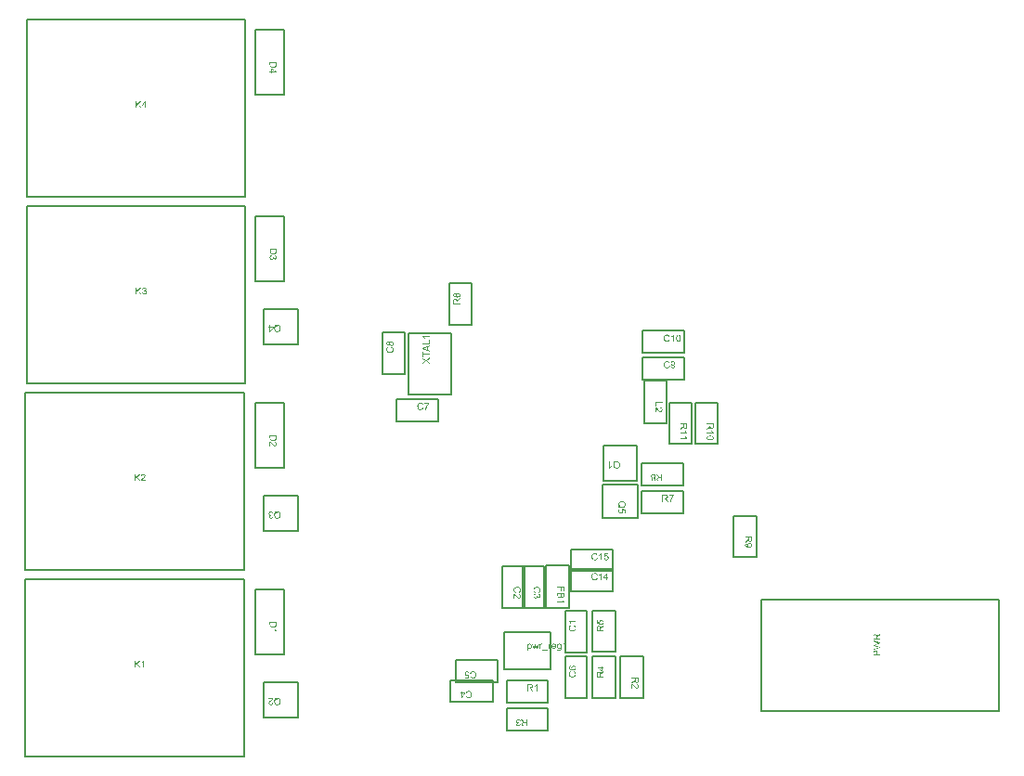
<source format=gbr>
%TF.GenerationSoftware,Altium Limited,Altium Designer,25.3.3 (18)*%
G04 Layer_Color=16711935*
%FSLAX45Y45*%
%MOMM*%
%TF.SameCoordinates,ACD2DE35-000D-4175-8758-006393140AE5*%
%TF.FilePolarity,Positive*%
%TF.FileFunction,Other,Top_Assembly*%
%TF.Part,Single*%
G01*
G75*
%TA.AperFunction,NonConductor*%
%ADD53C,0.20000*%
G36*
X12941708Y4599908D02*
X12942542D01*
X12943558Y4599816D01*
X12944669Y4599631D01*
X12945963Y4599446D01*
X12948643Y4598984D01*
X12951418Y4598244D01*
X12954192Y4597227D01*
X12955486Y4596580D01*
X12956779Y4595840D01*
X12956873Y4595748D01*
X12957057Y4595655D01*
X12957426Y4595378D01*
X12957797Y4595008D01*
X12958351Y4594638D01*
X12958998Y4594084D01*
X12959738Y4593436D01*
X12960478Y4592697D01*
X12961217Y4591865D01*
X12962050Y4591032D01*
X12963715Y4588906D01*
X12965285Y4586410D01*
X12966672Y4583636D01*
Y4583544D01*
X12966856Y4583266D01*
X12966949Y4582804D01*
X12967227Y4582249D01*
X12967412Y4581510D01*
X12967690Y4580585D01*
X12968059Y4579568D01*
X12968336Y4578458D01*
X12968614Y4577257D01*
X12968983Y4575870D01*
X12969446Y4573004D01*
X12969817Y4569768D01*
X12970001Y4566439D01*
Y4566347D01*
Y4565977D01*
Y4565422D01*
X12969908Y4564775D01*
Y4563850D01*
X12969817Y4562926D01*
X12969724Y4561724D01*
X12969537Y4560522D01*
X12969077Y4557841D01*
X12968430Y4554882D01*
X12967503Y4551924D01*
X12966209Y4549057D01*
X12966118Y4548965D01*
X12966025Y4548688D01*
X12965840Y4548318D01*
X12965469Y4547856D01*
X12965102Y4547208D01*
X12964638Y4546469D01*
X12963435Y4544804D01*
X12961865Y4542955D01*
X12960014Y4541106D01*
X12957889Y4539257D01*
X12955392Y4537685D01*
X12955299Y4537593D01*
X12955023Y4537500D01*
X12954652Y4537316D01*
X12954192Y4537038D01*
X12953452Y4536761D01*
X12952711Y4536483D01*
X12951787Y4536114D01*
X12950771Y4535744D01*
X12949660Y4535374D01*
X12948457Y4535004D01*
X12945869Y4534449D01*
X12942911Y4533987D01*
X12939861Y4533802D01*
X12938936D01*
X12938287Y4533895D01*
X12937456Y4533987D01*
X12936440Y4534080D01*
X12935422Y4534172D01*
X12934219Y4534449D01*
X12931725Y4535004D01*
X12928951Y4535836D01*
X12927563Y4536391D01*
X12926270Y4537038D01*
X12924976Y4537870D01*
X12923680Y4538702D01*
X12923589Y4538795D01*
X12923402Y4538887D01*
X12923033Y4539165D01*
X12922571Y4539627D01*
X12922108Y4540089D01*
X12921461Y4540736D01*
X12920815Y4541476D01*
X12920074Y4542216D01*
X12919334Y4543140D01*
X12918594Y4544250D01*
X12917763Y4545359D01*
X12917023Y4546561D01*
X12916376Y4547948D01*
X12915637Y4549335D01*
X12915082Y4550814D01*
X12914526Y4552478D01*
X12922849Y4554420D01*
Y4554327D01*
X12922942Y4554143D01*
X12923126Y4553773D01*
X12923309Y4553310D01*
X12923495Y4552756D01*
X12923773Y4552016D01*
X12924512Y4550537D01*
X12925436Y4548873D01*
X12926546Y4547208D01*
X12927933Y4545637D01*
X12929413Y4544250D01*
X12929597Y4544065D01*
X12930151Y4543695D01*
X12931078Y4543233D01*
X12932278Y4542586D01*
X12933850Y4542031D01*
X12935606Y4541476D01*
X12937733Y4541106D01*
X12940045Y4541014D01*
X12940785D01*
X12941248Y4541106D01*
X12941895D01*
X12942635Y4541199D01*
X12944389Y4541476D01*
X12946332Y4541846D01*
X12948366Y4542493D01*
X12950493Y4543418D01*
X12952434Y4544620D01*
X12952527D01*
X12952618Y4544804D01*
X12953265Y4545267D01*
X12954099Y4546006D01*
X12955115Y4547116D01*
X12956317Y4548503D01*
X12957426Y4550074D01*
X12958444Y4552016D01*
X12959367Y4554143D01*
Y4554235D01*
X12959460Y4554420D01*
X12959554Y4554697D01*
X12959647Y4555160D01*
X12959831Y4555714D01*
X12960014Y4556361D01*
X12960294Y4557933D01*
X12960663Y4559782D01*
X12961032Y4561816D01*
X12961217Y4564035D01*
X12961310Y4566439D01*
Y4566532D01*
Y4566809D01*
Y4567271D01*
Y4567826D01*
X12961217Y4568473D01*
Y4569305D01*
X12961125Y4570230D01*
X12961032Y4571247D01*
X12960754Y4573466D01*
X12960294Y4575870D01*
X12959738Y4578274D01*
X12958998Y4580677D01*
Y4580770D01*
X12958907Y4580955D01*
X12958720Y4581232D01*
X12958536Y4581694D01*
X12957980Y4582804D01*
X12957149Y4584098D01*
X12956133Y4585578D01*
X12954839Y4587149D01*
X12953358Y4588536D01*
X12951602Y4589831D01*
X12951511D01*
X12951324Y4589923D01*
X12951047Y4590108D01*
X12950677Y4590293D01*
X12950215Y4590478D01*
X12949660Y4590755D01*
X12948366Y4591310D01*
X12946703Y4591865D01*
X12944853Y4592327D01*
X12942819Y4592697D01*
X12940692Y4592789D01*
X12940045D01*
X12939490Y4592697D01*
X12938843D01*
X12938196Y4592604D01*
X12936533Y4592234D01*
X12934590Y4591772D01*
X12932649Y4591032D01*
X12930614Y4590015D01*
X12929597Y4589461D01*
X12928673Y4588721D01*
X12928580Y4588629D01*
X12928488Y4588536D01*
X12928210Y4588259D01*
X12927841Y4587981D01*
X12927470Y4587519D01*
X12927010Y4586964D01*
X12926454Y4586410D01*
X12925992Y4585670D01*
X12925436Y4584838D01*
X12924789Y4583913D01*
X12924236Y4582989D01*
X12923680Y4581879D01*
X12923218Y4580677D01*
X12922755Y4579383D01*
X12922293Y4577996D01*
X12921924Y4576517D01*
X12913419Y4578643D01*
Y4578736D01*
X12913510Y4579106D01*
X12913695Y4579660D01*
X12913972Y4580400D01*
X12914250Y4581232D01*
X12914619Y4582249D01*
X12915082Y4583359D01*
X12915637Y4584561D01*
X12916931Y4587149D01*
X12918594Y4589738D01*
X12919612Y4591032D01*
X12920628Y4592327D01*
X12921739Y4593436D01*
X12923033Y4594546D01*
X12923126Y4594638D01*
X12923309Y4594823D01*
X12923773Y4595008D01*
X12924236Y4595378D01*
X12924976Y4595840D01*
X12925714Y4596302D01*
X12926730Y4596765D01*
X12927748Y4597227D01*
X12928951Y4597782D01*
X12930244Y4598244D01*
X12931631Y4598706D01*
X12933112Y4599169D01*
X12934683Y4599538D01*
X12936346Y4599723D01*
X12938103Y4599908D01*
X12939954Y4600001D01*
X12940970D01*
X12941708Y4599908D01*
D02*
G37*
G36*
X12881058Y4583544D02*
X12908887D01*
Y4576332D01*
X12879579Y4534912D01*
X12873199D01*
Y4576332D01*
X12864508D01*
Y4583544D01*
X12873199D01*
Y4598891D01*
X12881058D01*
Y4583544D01*
D02*
G37*
G36*
X13565224Y5549909D02*
X13566148D01*
X13567073Y5549816D01*
X13568275Y5549724D01*
X13569476Y5549539D01*
X13572159Y5549077D01*
X13575117Y5548429D01*
X13578076Y5547505D01*
X13580942Y5546210D01*
X13581033Y5546118D01*
X13581313Y5546025D01*
X13581680Y5545841D01*
X13582144Y5545471D01*
X13582791Y5545101D01*
X13583531Y5544639D01*
X13585194Y5543437D01*
X13587044Y5541865D01*
X13588893Y5540016D01*
X13590742Y5537889D01*
X13592314Y5535393D01*
X13592406Y5535301D01*
X13592499Y5535023D01*
X13592683Y5534653D01*
X13592961Y5534191D01*
X13593237Y5533451D01*
X13593517Y5532712D01*
X13593886Y5531787D01*
X13594257Y5530770D01*
X13594624Y5529661D01*
X13594995Y5528459D01*
X13595551Y5525870D01*
X13596011Y5522911D01*
X13596198Y5519860D01*
Y5518936D01*
X13596104Y5518289D01*
X13596011Y5517457D01*
X13595920Y5516440D01*
X13595827Y5515423D01*
X13595551Y5514221D01*
X13594995Y5511724D01*
X13594164Y5508951D01*
X13593608Y5507564D01*
X13592961Y5506269D01*
X13592130Y5504975D01*
X13591296Y5503681D01*
X13591203Y5503588D01*
X13591112Y5503403D01*
X13590836Y5503033D01*
X13590372Y5502571D01*
X13589909Y5502109D01*
X13589262Y5501462D01*
X13588522Y5500814D01*
X13587784Y5500075D01*
X13586859Y5499335D01*
X13585750Y5498596D01*
X13584641Y5497763D01*
X13583438Y5497024D01*
X13582051Y5496377D01*
X13580664Y5495637D01*
X13579185Y5495082D01*
X13577521Y5494527D01*
X13575578Y5502849D01*
X13575671D01*
X13575858Y5502941D01*
X13576227Y5503126D01*
X13576689Y5503311D01*
X13577245Y5503496D01*
X13577983Y5503773D01*
X13579463Y5504513D01*
X13581126Y5505437D01*
X13582791Y5506547D01*
X13584363Y5507934D01*
X13585750Y5509413D01*
X13585934Y5509598D01*
X13586304Y5510153D01*
X13586768Y5511077D01*
X13587415Y5512279D01*
X13587968Y5513851D01*
X13588522Y5515607D01*
X13588893Y5517734D01*
X13588986Y5520045D01*
Y5520785D01*
X13588893Y5521247D01*
Y5521894D01*
X13588802Y5522634D01*
X13588522Y5524391D01*
X13588153Y5526332D01*
X13587506Y5528366D01*
X13586581Y5530493D01*
X13585381Y5532434D01*
Y5532527D01*
X13585194Y5532619D01*
X13584734Y5533267D01*
X13583994Y5534099D01*
X13582883Y5535116D01*
X13581497Y5536318D01*
X13579926Y5537427D01*
X13577983Y5538444D01*
X13575858Y5539369D01*
X13575764D01*
X13575578Y5539461D01*
X13575302Y5539554D01*
X13574840Y5539646D01*
X13574284Y5539831D01*
X13573637Y5540016D01*
X13572066Y5540293D01*
X13570216Y5540663D01*
X13568182Y5541033D01*
X13565964Y5541218D01*
X13563560Y5541310D01*
X13563467D01*
X13563190D01*
X13562727D01*
X13562173D01*
X13561526Y5541218D01*
X13560693D01*
X13559769Y5541125D01*
X13558752Y5541033D01*
X13556532Y5540755D01*
X13554131Y5540293D01*
X13551726Y5539738D01*
X13549323Y5538999D01*
X13549229D01*
X13549045Y5538906D01*
X13548767Y5538721D01*
X13548305Y5538537D01*
X13547195Y5537982D01*
X13545901Y5537150D01*
X13544421Y5536133D01*
X13542850Y5534838D01*
X13541463Y5533359D01*
X13540169Y5531602D01*
Y5531510D01*
X13540076Y5531325D01*
X13539891Y5531048D01*
X13539706Y5530678D01*
X13539522Y5530216D01*
X13539244Y5529661D01*
X13538689Y5528366D01*
X13538135Y5526702D01*
X13537672Y5524853D01*
X13537303Y5522819D01*
X13537210Y5520693D01*
Y5520045D01*
X13537303Y5519491D01*
Y5518843D01*
X13537395Y5518196D01*
X13537766Y5516532D01*
X13538226Y5514590D01*
X13538966Y5512649D01*
X13539984Y5510615D01*
X13540540Y5509598D01*
X13541278Y5508673D01*
X13541371Y5508581D01*
X13541463Y5508488D01*
X13541740Y5508211D01*
X13542018Y5507841D01*
X13542480Y5507471D01*
X13543034Y5507009D01*
X13543590Y5506454D01*
X13544328Y5505992D01*
X13545161Y5505437D01*
X13546086Y5504790D01*
X13547009Y5504235D01*
X13548120Y5503681D01*
X13549323Y5503218D01*
X13550616Y5502756D01*
X13552003Y5502294D01*
X13553482Y5501924D01*
X13551357Y5493418D01*
X13551263D01*
X13550894Y5493510D01*
X13550339Y5493695D01*
X13549599Y5493973D01*
X13548767Y5494250D01*
X13547749Y5494620D01*
X13546642Y5495082D01*
X13545439Y5495637D01*
X13542850Y5496931D01*
X13540260Y5498596D01*
X13538966Y5499613D01*
X13537672Y5500630D01*
X13536563Y5501739D01*
X13535452Y5503033D01*
X13535361Y5503126D01*
X13535176Y5503311D01*
X13534991Y5503773D01*
X13534621Y5504235D01*
X13534158Y5504975D01*
X13533698Y5505715D01*
X13533235Y5506732D01*
X13532771Y5507749D01*
X13532217Y5508951D01*
X13531755Y5510245D01*
X13531293Y5511632D01*
X13530830Y5513111D01*
X13530461Y5514683D01*
X13530276Y5516347D01*
X13530090Y5518104D01*
X13529999Y5519953D01*
Y5520970D01*
X13530090Y5521710D01*
Y5522542D01*
X13530183Y5523559D01*
X13530368Y5524668D01*
X13530553Y5525963D01*
X13531017Y5528644D01*
X13531755Y5531417D01*
X13532771Y5534191D01*
X13533418Y5535485D01*
X13534158Y5536780D01*
X13534251Y5536872D01*
X13534344Y5537057D01*
X13534621Y5537427D01*
X13534991Y5537797D01*
X13535361Y5538352D01*
X13535916Y5538999D01*
X13536563Y5539738D01*
X13537303Y5540478D01*
X13538135Y5541218D01*
X13538966Y5542050D01*
X13541093Y5543714D01*
X13543590Y5545286D01*
X13546362Y5546673D01*
X13546455D01*
X13546733Y5546858D01*
X13547195Y5546950D01*
X13547749Y5547227D01*
X13548489Y5547412D01*
X13549414Y5547690D01*
X13550430Y5548060D01*
X13551541Y5548337D01*
X13552744Y5548614D01*
X13554131Y5548984D01*
X13556996Y5549446D01*
X13560233Y5549816D01*
X13563560Y5550001D01*
X13563654D01*
X13564021D01*
X13564577D01*
X13565224Y5549909D01*
D02*
G37*
G36*
X13549045Y5478255D02*
X13548952D01*
X13548767Y5478163D01*
X13548396Y5478070D01*
X13547935Y5477978D01*
X13547380Y5477885D01*
X13546733Y5477700D01*
X13545346Y5477238D01*
X13543681Y5476591D01*
X13542110Y5475759D01*
X13540631Y5474834D01*
X13539337Y5473725D01*
X13539244Y5473540D01*
X13538873Y5473170D01*
X13538412Y5472431D01*
X13537950Y5471506D01*
X13537395Y5470396D01*
X13536932Y5469010D01*
X13536563Y5467438D01*
X13536472Y5465774D01*
Y5465219D01*
X13536563Y5464849D01*
X13536655Y5463832D01*
X13536932Y5462538D01*
X13537395Y5461058D01*
X13538042Y5459487D01*
X13538966Y5457915D01*
X13540260Y5456436D01*
X13540446Y5456251D01*
X13541000Y5455788D01*
X13541833Y5455234D01*
X13542941Y5454494D01*
X13544328Y5453754D01*
X13545901Y5453200D01*
X13547749Y5452737D01*
X13549783Y5452552D01*
X13549876D01*
X13550063D01*
X13550339D01*
X13550710Y5452645D01*
X13551726Y5452737D01*
X13552928Y5453015D01*
X13554407Y5453385D01*
X13555885Y5454032D01*
X13557365Y5454956D01*
X13558752Y5456158D01*
X13558937Y5456343D01*
X13559306Y5456805D01*
X13559862Y5457545D01*
X13560509Y5458562D01*
X13561156Y5459856D01*
X13561711Y5461428D01*
X13562080Y5463185D01*
X13562267Y5465126D01*
Y5465959D01*
X13562173Y5466606D01*
X13562080Y5467438D01*
X13561896Y5468362D01*
X13561711Y5469472D01*
X13561433Y5470674D01*
X13568369Y5469749D01*
Y5469287D01*
X13568275Y5468917D01*
Y5467715D01*
X13568460Y5466698D01*
X13568645Y5465496D01*
X13568922Y5464109D01*
X13569385Y5462538D01*
X13570032Y5461058D01*
X13570863Y5459487D01*
Y5459394D01*
X13570956Y5459302D01*
X13571326Y5458839D01*
X13571974Y5458192D01*
X13572806Y5457453D01*
X13574008Y5456713D01*
X13575394Y5456066D01*
X13576965Y5455604D01*
X13577892Y5455419D01*
X13578908D01*
X13578999D01*
X13579092D01*
X13579646D01*
X13580386Y5455604D01*
X13581404Y5455788D01*
X13582513Y5456158D01*
X13583716Y5456621D01*
X13584917Y5457360D01*
X13586028Y5458377D01*
X13586119Y5458470D01*
X13586488Y5458932D01*
X13586951Y5459579D01*
X13587506Y5460411D01*
X13587968Y5461521D01*
X13588431Y5462815D01*
X13588802Y5464294D01*
X13588893Y5465959D01*
Y5466698D01*
X13588708Y5467530D01*
X13588522Y5468640D01*
X13588153Y5469842D01*
X13587691Y5471044D01*
X13586951Y5472338D01*
X13586028Y5473540D01*
X13585934Y5473632D01*
X13585472Y5474002D01*
X13584825Y5474557D01*
X13583900Y5475204D01*
X13582700Y5475851D01*
X13581219Y5476499D01*
X13579463Y5477053D01*
X13577429Y5477423D01*
X13578815Y5485282D01*
X13578908D01*
X13579185Y5485189D01*
X13579555Y5485097D01*
X13580110Y5485005D01*
X13580757Y5484820D01*
X13581497Y5484542D01*
X13583253Y5483988D01*
X13585287Y5483063D01*
X13587321Y5481953D01*
X13589262Y5480567D01*
X13591020Y5478810D01*
X13591112Y5478718D01*
X13591203Y5478533D01*
X13591389Y5478255D01*
X13591667Y5477885D01*
X13592036Y5477423D01*
X13592406Y5476776D01*
X13592776Y5476129D01*
X13593237Y5475297D01*
X13593977Y5473448D01*
X13594717Y5471321D01*
X13595180Y5468825D01*
X13595364Y5467530D01*
Y5465219D01*
X13595273Y5464202D01*
X13595088Y5463000D01*
X13594810Y5461521D01*
X13594348Y5459856D01*
X13593793Y5458192D01*
X13593054Y5456528D01*
Y5456436D01*
X13592961Y5456343D01*
X13592683Y5455788D01*
X13592130Y5454956D01*
X13591483Y5454032D01*
X13590556Y5452922D01*
X13589540Y5451813D01*
X13588338Y5450703D01*
X13586951Y5449779D01*
X13586768Y5449686D01*
X13586304Y5449409D01*
X13585472Y5449039D01*
X13584454Y5448577D01*
X13583253Y5448115D01*
X13581866Y5447745D01*
X13580295Y5447467D01*
X13578723Y5447375D01*
X13578539D01*
X13577983D01*
X13577245Y5447467D01*
X13576227Y5447652D01*
X13575024Y5447930D01*
X13573730Y5448392D01*
X13572437Y5448947D01*
X13571143Y5449686D01*
X13570956Y5449779D01*
X13570587Y5450056D01*
X13569940Y5450611D01*
X13569200Y5451351D01*
X13568369Y5452275D01*
X13567442Y5453385D01*
X13566611Y5454679D01*
X13565779Y5456251D01*
Y5456158D01*
X13565688Y5455973D01*
X13565594Y5455696D01*
X13565501Y5455326D01*
X13565132Y5454309D01*
X13564577Y5453015D01*
X13563837Y5451535D01*
X13562914Y5450056D01*
X13561711Y5448669D01*
X13560324Y5447375D01*
X13560139Y5447282D01*
X13559586Y5446913D01*
X13558659Y5446358D01*
X13557458Y5445803D01*
X13555978Y5445248D01*
X13554222Y5444694D01*
X13552188Y5444324D01*
X13549969Y5444231D01*
X13549876D01*
X13549599D01*
X13549136D01*
X13548582Y5444324D01*
X13547842Y5444416D01*
X13547009Y5444601D01*
X13546086Y5444786D01*
X13545068Y5444971D01*
X13542850Y5445711D01*
X13541647Y5446265D01*
X13540540Y5446820D01*
X13539337Y5447560D01*
X13538135Y5448392D01*
X13536932Y5449317D01*
X13535823Y5450426D01*
X13535732Y5450518D01*
X13535545Y5450703D01*
X13535269Y5451073D01*
X13534898Y5451535D01*
X13534436Y5452090D01*
X13533974Y5452830D01*
X13533418Y5453662D01*
X13532957Y5454679D01*
X13532402Y5455696D01*
X13531848Y5456898D01*
X13531384Y5458100D01*
X13530923Y5459487D01*
X13530553Y5460966D01*
X13530276Y5462538D01*
X13530090Y5464109D01*
X13529999Y5465866D01*
Y5466698D01*
X13530090Y5467253D01*
X13530183Y5467993D01*
X13530276Y5468825D01*
X13530461Y5469749D01*
X13530646Y5470766D01*
X13531201Y5472985D01*
X13532124Y5475297D01*
X13532680Y5476499D01*
X13533327Y5477608D01*
X13534158Y5478718D01*
X13534991Y5479827D01*
X13535085Y5479919D01*
X13535269Y5480104D01*
X13535545Y5480382D01*
X13535916Y5480659D01*
X13536378Y5481121D01*
X13537025Y5481584D01*
X13537672Y5482138D01*
X13538506Y5482693D01*
X13539429Y5483248D01*
X13540353Y5483803D01*
X13542574Y5484820D01*
X13545161Y5485652D01*
X13546548Y5485929D01*
X13548029Y5486114D01*
X13549045Y5478255D01*
D02*
G37*
G36*
X13813979Y5506731D02*
X13806396D01*
Y5541495D01*
X13786610D01*
Y5511447D01*
X13779030D01*
Y5541495D01*
X13749998D01*
Y5550001D01*
X13813979D01*
Y5506731D01*
D02*
G37*
G36*
Y5470951D02*
X13813885Y5470304D01*
Y5469564D01*
X13813701Y5467900D01*
X13813516Y5466051D01*
X13813145Y5464109D01*
X13812685Y5462168D01*
X13812038Y5460411D01*
Y5460319D01*
X13811945Y5460226D01*
X13811667Y5459671D01*
X13811205Y5458839D01*
X13810558Y5457915D01*
X13809724Y5456805D01*
X13808708Y5455603D01*
X13807414Y5454494D01*
X13806027Y5453477D01*
X13805843Y5453384D01*
X13805287Y5453107D01*
X13804549Y5452645D01*
X13803438Y5452182D01*
X13802144Y5451720D01*
X13800757Y5451258D01*
X13799185Y5450980D01*
X13797614Y5450888D01*
X13797429D01*
X13796967D01*
X13796133Y5450980D01*
X13795117Y5451165D01*
X13793915Y5451443D01*
X13792621Y5451905D01*
X13791325Y5452460D01*
X13789940Y5453199D01*
X13789755Y5453292D01*
X13789384Y5453569D01*
X13788644Y5454124D01*
X13787906Y5454864D01*
X13786981Y5455788D01*
X13785963Y5456898D01*
X13785039Y5458284D01*
X13784116Y5459856D01*
Y5459764D01*
X13784023Y5459579D01*
X13783929Y5459302D01*
X13783745Y5458932D01*
X13783376Y5457822D01*
X13782729Y5456528D01*
X13781895Y5455141D01*
X13780879Y5453569D01*
X13779677Y5452182D01*
X13778198Y5450888D01*
X13778014Y5450796D01*
X13777458Y5450426D01*
X13776627Y5449871D01*
X13775517Y5449316D01*
X13774037Y5448762D01*
X13772466Y5448207D01*
X13770616Y5447837D01*
X13768582Y5447745D01*
X13768491D01*
X13768398D01*
X13767844D01*
X13766917Y5447837D01*
X13765810Y5448022D01*
X13764514Y5448207D01*
X13763127Y5448577D01*
X13761649Y5449039D01*
X13760168Y5449686D01*
X13759984Y5449779D01*
X13759521Y5450056D01*
X13758875Y5450426D01*
X13757950Y5450980D01*
X13757025Y5451720D01*
X13756007Y5452460D01*
X13754991Y5453384D01*
X13754160Y5454401D01*
X13754066Y5454494D01*
X13753789Y5454864D01*
X13753419Y5455511D01*
X13753050Y5456343D01*
X13752495Y5457360D01*
X13751939Y5458562D01*
X13751479Y5459856D01*
X13751016Y5461428D01*
Y5461613D01*
X13750832Y5462168D01*
X13750739Y5463092D01*
X13750552Y5464294D01*
X13750368Y5465773D01*
X13750185Y5467530D01*
X13750092Y5469472D01*
X13749998Y5471691D01*
Y5496099D01*
X13813979D01*
Y5470951D01*
D02*
G37*
G36*
X13798167Y5433229D02*
X13798354Y5433044D01*
X13798447Y5432674D01*
X13798723Y5432212D01*
X13799001Y5431657D01*
X13799370Y5431010D01*
X13800294Y5429438D01*
X13801312Y5427589D01*
X13802606Y5425740D01*
X13804085Y5423798D01*
X13805656Y5421857D01*
X13805750Y5421764D01*
X13805843Y5421672D01*
X13806119Y5421395D01*
X13806396Y5421025D01*
X13807321Y5420193D01*
X13808430Y5419083D01*
X13809724Y5417974D01*
X13811205Y5416772D01*
X13812685Y5415755D01*
X13814256Y5414830D01*
Y5409745D01*
X13749998D01*
Y5417604D01*
X13800017D01*
X13799925Y5417696D01*
X13799554Y5418159D01*
X13799001Y5418713D01*
X13798354Y5419638D01*
X13797520Y5420655D01*
X13796596Y5421949D01*
X13795580Y5423429D01*
X13794562Y5425093D01*
Y5425185D01*
X13794470Y5425278D01*
X13794099Y5425832D01*
X13793639Y5426757D01*
X13793083Y5427866D01*
X13792436Y5429161D01*
X13791789Y5430548D01*
X13791142Y5431935D01*
X13790587Y5433321D01*
X13798167D01*
Y5433229D01*
D02*
G37*
G36*
X13385223Y5549909D02*
X13386150D01*
X13387073Y5549816D01*
X13388275Y5549724D01*
X13389478Y5549539D01*
X13392159Y5549077D01*
X13395117Y5548429D01*
X13398076Y5547505D01*
X13400941Y5546210D01*
X13401035Y5546118D01*
X13401312Y5546025D01*
X13401682Y5545841D01*
X13402144Y5545471D01*
X13402791Y5545101D01*
X13403529Y5544639D01*
X13405196Y5543437D01*
X13407043Y5541865D01*
X13408893Y5540016D01*
X13410742Y5537889D01*
X13412314Y5535393D01*
X13412405Y5535301D01*
X13412498Y5535023D01*
X13412685Y5534653D01*
X13412961Y5534191D01*
X13413239Y5533451D01*
X13413516Y5532712D01*
X13413885Y5531787D01*
X13414255Y5530770D01*
X13414626Y5529661D01*
X13414995Y5528459D01*
X13415550Y5525870D01*
X13416013Y5522911D01*
X13416197Y5519860D01*
Y5518936D01*
X13416104Y5518289D01*
X13416013Y5517457D01*
X13415919Y5516440D01*
X13415826Y5515423D01*
X13415550Y5514221D01*
X13414995Y5511724D01*
X13414163Y5508951D01*
X13413608Y5507564D01*
X13412961Y5506269D01*
X13412129Y5504975D01*
X13411298Y5503681D01*
X13411205Y5503588D01*
X13411111Y5503403D01*
X13410834Y5503033D01*
X13410371Y5502571D01*
X13409911Y5502109D01*
X13409264Y5501462D01*
X13408524Y5500814D01*
X13407784Y5500075D01*
X13406859Y5499335D01*
X13405750Y5498596D01*
X13404640Y5497763D01*
X13403438Y5497024D01*
X13402051Y5496377D01*
X13400664Y5495637D01*
X13399185Y5495082D01*
X13397520Y5494527D01*
X13395580Y5502849D01*
X13395673D01*
X13395857Y5502941D01*
X13396227Y5503126D01*
X13396689Y5503311D01*
X13397243Y5503496D01*
X13397983Y5503773D01*
X13399461Y5504513D01*
X13401128Y5505437D01*
X13402791Y5506547D01*
X13404362Y5507934D01*
X13405750Y5509413D01*
X13405934Y5509598D01*
X13406303Y5510153D01*
X13406766Y5511077D01*
X13407414Y5512279D01*
X13407968Y5513851D01*
X13408524Y5515607D01*
X13408893Y5517734D01*
X13408984Y5520045D01*
Y5520785D01*
X13408893Y5521247D01*
Y5521894D01*
X13408800Y5522634D01*
X13408524Y5524391D01*
X13408153Y5526332D01*
X13407506Y5528366D01*
X13406583Y5530493D01*
X13405380Y5532434D01*
Y5532527D01*
X13405196Y5532619D01*
X13404732Y5533267D01*
X13403993Y5534099D01*
X13402882Y5535116D01*
X13401495Y5536318D01*
X13399925Y5537427D01*
X13397983Y5538444D01*
X13395857Y5539369D01*
X13395764D01*
X13395580Y5539461D01*
X13395302Y5539554D01*
X13394839Y5539646D01*
X13394286Y5539831D01*
X13393639Y5540016D01*
X13392065Y5540293D01*
X13390218Y5540663D01*
X13388184Y5541033D01*
X13385963Y5541218D01*
X13383560Y5541310D01*
X13383469D01*
X13383189D01*
X13382729D01*
X13382173D01*
X13381526Y5541218D01*
X13380695D01*
X13379768Y5541125D01*
X13378752Y5541033D01*
X13376534Y5540755D01*
X13374129Y5540293D01*
X13371725Y5539738D01*
X13369322Y5538999D01*
X13369229D01*
X13369044Y5538906D01*
X13368767Y5538721D01*
X13368304Y5538537D01*
X13367195Y5537982D01*
X13365901Y5537150D01*
X13364423Y5536133D01*
X13362849Y5534838D01*
X13361462Y5533359D01*
X13360168Y5531602D01*
Y5531510D01*
X13360075Y5531325D01*
X13359891Y5531048D01*
X13359706Y5530678D01*
X13359521Y5530216D01*
X13359244Y5529661D01*
X13358688Y5528366D01*
X13358134Y5526702D01*
X13357672Y5524853D01*
X13357301Y5522819D01*
X13357210Y5520693D01*
Y5520045D01*
X13357301Y5519491D01*
Y5518843D01*
X13357394Y5518196D01*
X13357765Y5516532D01*
X13358228Y5514590D01*
X13358968Y5512649D01*
X13359984Y5510615D01*
X13360538Y5509598D01*
X13361278Y5508673D01*
X13361371Y5508581D01*
X13361462Y5508488D01*
X13361740Y5508211D01*
X13362018Y5507841D01*
X13362480Y5507471D01*
X13363036Y5507009D01*
X13363589Y5506454D01*
X13364330Y5505992D01*
X13365161Y5505437D01*
X13366086Y5504790D01*
X13367010Y5504235D01*
X13368120Y5503681D01*
X13369322Y5503218D01*
X13370616Y5502756D01*
X13372003Y5502294D01*
X13373482Y5501924D01*
X13371356Y5493418D01*
X13371263D01*
X13370894Y5493510D01*
X13370338Y5493695D01*
X13369598Y5493973D01*
X13368767Y5494250D01*
X13367751Y5494620D01*
X13366641Y5495082D01*
X13365439Y5495637D01*
X13362849Y5496931D01*
X13360262Y5498596D01*
X13358968Y5499613D01*
X13357672Y5500630D01*
X13356563Y5501739D01*
X13355453Y5503033D01*
X13355360Y5503126D01*
X13355176Y5503311D01*
X13354991Y5503773D01*
X13354620Y5504235D01*
X13354160Y5504975D01*
X13353697Y5505715D01*
X13353233Y5506732D01*
X13352773Y5507749D01*
X13352217Y5508951D01*
X13351755Y5510245D01*
X13351292Y5511632D01*
X13350832Y5513111D01*
X13350461Y5514683D01*
X13350276Y5516347D01*
X13350092Y5518104D01*
X13349998Y5519953D01*
Y5520970D01*
X13350092Y5521710D01*
Y5522542D01*
X13350183Y5523559D01*
X13350368Y5524668D01*
X13350552Y5525963D01*
X13351015Y5528644D01*
X13351755Y5531417D01*
X13352773Y5534191D01*
X13353419Y5535485D01*
X13354160Y5536780D01*
X13354251Y5536872D01*
X13354344Y5537057D01*
X13354620Y5537427D01*
X13354991Y5537797D01*
X13355360Y5538352D01*
X13355916Y5538999D01*
X13356563Y5539738D01*
X13357301Y5540478D01*
X13358134Y5541218D01*
X13358968Y5542050D01*
X13361093Y5543714D01*
X13363589Y5545286D01*
X13366364Y5546673D01*
X13366457D01*
X13366733Y5546858D01*
X13367195Y5546950D01*
X13367751Y5547227D01*
X13368491Y5547412D01*
X13369414Y5547690D01*
X13370432Y5548060D01*
X13371541Y5548337D01*
X13372743Y5548614D01*
X13374129Y5548984D01*
X13376996Y5549446D01*
X13380232Y5549816D01*
X13383560Y5550001D01*
X13383652D01*
X13384023D01*
X13384576D01*
X13385223Y5549909D01*
D02*
G37*
G36*
X13352866Y5487223D02*
X13353697Y5487131D01*
X13354620Y5486946D01*
X13355547Y5486761D01*
X13356563Y5486391D01*
X13356654D01*
X13356747Y5486299D01*
X13357301Y5486114D01*
X13358134Y5485744D01*
X13359244Y5485189D01*
X13360538Y5484450D01*
X13362018Y5483525D01*
X13363496Y5482508D01*
X13365070Y5481214D01*
X13365161D01*
X13365254Y5481029D01*
X13365808Y5480567D01*
X13366641Y5479735D01*
X13367842Y5478533D01*
X13369229Y5477146D01*
X13370894Y5475389D01*
X13372743Y5473263D01*
X13374684Y5470951D01*
X13374777Y5470859D01*
X13375053Y5470489D01*
X13375516Y5469934D01*
X13376071Y5469287D01*
X13376811Y5468455D01*
X13377643Y5467438D01*
X13378568Y5466421D01*
X13379584Y5465219D01*
X13381802Y5462908D01*
X13384023Y5460596D01*
X13385132Y5459487D01*
X13386241Y5458470D01*
X13387257Y5457545D01*
X13388275Y5456805D01*
X13388368D01*
X13388460Y5456621D01*
X13388737Y5456436D01*
X13389107Y5456251D01*
X13390125Y5455604D01*
X13391325Y5454864D01*
X13392805Y5454217D01*
X13394377Y5453569D01*
X13396133Y5453200D01*
X13397798Y5453015D01*
X13397891D01*
X13397983D01*
X13398538Y5453107D01*
X13399461Y5453200D01*
X13400479Y5453477D01*
X13401775Y5453847D01*
X13403069Y5454494D01*
X13404362Y5455326D01*
X13405656Y5456436D01*
X13405843Y5456621D01*
X13406212Y5457083D01*
X13406674Y5457730D01*
X13407321Y5458747D01*
X13407877Y5460041D01*
X13408430Y5461521D01*
X13408800Y5463277D01*
X13408893Y5465219D01*
Y5465774D01*
X13408800Y5466143D01*
X13408708Y5467253D01*
X13408430Y5468547D01*
X13408061Y5469934D01*
X13407414Y5471506D01*
X13406583Y5472985D01*
X13405472Y5474372D01*
X13405287Y5474557D01*
X13404825Y5474927D01*
X13404085Y5475482D01*
X13402975Y5476036D01*
X13401682Y5476683D01*
X13400017Y5477238D01*
X13398167Y5477608D01*
X13396042Y5477793D01*
X13396873Y5485837D01*
X13396967D01*
X13397243Y5485744D01*
X13397707D01*
X13398354Y5485652D01*
X13399094Y5485467D01*
X13399925Y5485282D01*
X13400941Y5485005D01*
X13401959Y5484727D01*
X13404178Y5483988D01*
X13406396Y5482878D01*
X13407506Y5482231D01*
X13408617Y5481399D01*
X13409633Y5480567D01*
X13410558Y5479642D01*
X13410651Y5479550D01*
X13410742Y5479365D01*
X13411018Y5479087D01*
X13411298Y5478625D01*
X13411667Y5478070D01*
X13412036Y5477423D01*
X13412498Y5476683D01*
X13412961Y5475759D01*
X13413423Y5474742D01*
X13413885Y5473632D01*
X13414255Y5472431D01*
X13414626Y5471136D01*
X13414903Y5469749D01*
X13415179Y5468270D01*
X13415273Y5466698D01*
X13415366Y5465034D01*
Y5464109D01*
X13415273Y5463462D01*
X13415179Y5462723D01*
X13415086Y5461798D01*
X13414903Y5460781D01*
X13414719Y5459764D01*
X13414070Y5457360D01*
X13413145Y5454956D01*
X13412592Y5453754D01*
X13411945Y5452552D01*
X13411111Y5451443D01*
X13410187Y5450426D01*
X13410095Y5450334D01*
X13410002Y5450149D01*
X13409633Y5449964D01*
X13409264Y5449594D01*
X13408800Y5449132D01*
X13408153Y5448669D01*
X13407506Y5448207D01*
X13406674Y5447652D01*
X13404916Y5446728D01*
X13402698Y5445803D01*
X13401588Y5445433D01*
X13400294Y5445248D01*
X13399001Y5445064D01*
X13397614Y5444971D01*
X13397427D01*
X13396967D01*
X13396227Y5445064D01*
X13395209Y5445156D01*
X13394099Y5445341D01*
X13392805Y5445711D01*
X13391418Y5446081D01*
X13390031Y5446635D01*
X13389847Y5446728D01*
X13389384Y5446913D01*
X13388644Y5447282D01*
X13387628Y5447837D01*
X13386519Y5448577D01*
X13385132Y5449501D01*
X13383745Y5450611D01*
X13382173Y5451905D01*
X13381989Y5452090D01*
X13381433Y5452552D01*
X13380971Y5453015D01*
X13380508Y5453477D01*
X13379955Y5454032D01*
X13379214Y5454771D01*
X13378474Y5455511D01*
X13377643Y5456436D01*
X13376718Y5457360D01*
X13375700Y5458470D01*
X13374684Y5459672D01*
X13373482Y5460966D01*
X13372279Y5462445D01*
X13370985Y5463925D01*
X13370894Y5464017D01*
X13370709Y5464202D01*
X13370432Y5464572D01*
X13370061Y5465034D01*
X13369507Y5465589D01*
X13368951Y5466236D01*
X13367751Y5467715D01*
X13366364Y5469287D01*
X13364977Y5470766D01*
X13363774Y5472061D01*
X13363312Y5472615D01*
X13362849Y5473078D01*
X13362756Y5473170D01*
X13362480Y5473448D01*
X13362109Y5473817D01*
X13361555Y5474280D01*
X13360909Y5474742D01*
X13360262Y5475297D01*
X13358688Y5476406D01*
Y5444879D01*
X13351108D01*
Y5487316D01*
X13351199D01*
X13351570D01*
X13352126D01*
X13352866Y5487223D01*
D02*
G37*
G36*
X14092126Y5858317D02*
X14092960Y5858225D01*
X14093976Y5858132D01*
X14094994Y5858040D01*
X14096194Y5857762D01*
X14098691Y5857208D01*
X14101465Y5856376D01*
X14102852Y5855821D01*
X14104146Y5855174D01*
X14105441Y5854342D01*
X14106735Y5853510D01*
X14106828Y5853417D01*
X14107011Y5853325D01*
X14107382Y5853047D01*
X14107845Y5852585D01*
X14108307Y5852123D01*
X14108954Y5851475D01*
X14109601Y5850736D01*
X14110341Y5849996D01*
X14111079Y5849072D01*
X14111819Y5847962D01*
X14112653Y5846853D01*
X14113393Y5845651D01*
X14114040Y5844264D01*
X14114780Y5842877D01*
X14115334Y5841398D01*
X14115887Y5839734D01*
X14107567Y5837792D01*
Y5837884D01*
X14107475Y5838069D01*
X14107291Y5838439D01*
X14107104Y5838901D01*
X14106920Y5839456D01*
X14106644Y5840196D01*
X14105904Y5841675D01*
X14104977Y5843339D01*
X14103870Y5845004D01*
X14102483Y5846575D01*
X14101003Y5847962D01*
X14100818Y5848147D01*
X14100262Y5848517D01*
X14099339Y5848979D01*
X14098137Y5849626D01*
X14096565Y5850181D01*
X14094807Y5850736D01*
X14092682Y5851106D01*
X14090370Y5851198D01*
X14089632D01*
X14089168Y5851106D01*
X14088521D01*
X14087782Y5851013D01*
X14086024Y5850736D01*
X14084084Y5850366D01*
X14082050Y5849719D01*
X14079922Y5848794D01*
X14077982Y5847592D01*
X14077888D01*
X14077795Y5847407D01*
X14077148Y5846945D01*
X14076317Y5846205D01*
X14075301Y5845096D01*
X14074098Y5843709D01*
X14072989Y5842137D01*
X14071973Y5840196D01*
X14071046Y5838069D01*
Y5837977D01*
X14070955Y5837792D01*
X14070862Y5837515D01*
X14070770Y5837052D01*
X14070586Y5836498D01*
X14070399Y5835850D01*
X14070122Y5834279D01*
X14069753Y5832430D01*
X14069383Y5830396D01*
X14069199Y5828177D01*
X14069106Y5825773D01*
Y5825680D01*
Y5825403D01*
Y5824941D01*
Y5824386D01*
X14069199Y5823739D01*
Y5822907D01*
X14069290Y5821982D01*
X14069383Y5820965D01*
X14069659Y5818746D01*
X14070122Y5816342D01*
X14070677Y5813938D01*
X14071417Y5811534D01*
Y5811442D01*
X14071509Y5811257D01*
X14071693Y5810980D01*
X14071880Y5810517D01*
X14072433Y5809408D01*
X14073267Y5808114D01*
X14074283Y5806634D01*
X14075577Y5805063D01*
X14077057Y5803676D01*
X14078813Y5802381D01*
X14078906D01*
X14079091Y5802289D01*
X14079369Y5802104D01*
X14079738Y5801919D01*
X14080200Y5801734D01*
X14080756Y5801457D01*
X14082050Y5800902D01*
X14083714Y5800347D01*
X14085564Y5799885D01*
X14087598Y5799515D01*
X14089723Y5799423D01*
X14090370D01*
X14090926Y5799515D01*
X14091573D01*
X14092220Y5799608D01*
X14093884Y5799977D01*
X14095825Y5800440D01*
X14097768Y5801179D01*
X14099802Y5802196D01*
X14100818Y5802751D01*
X14101743Y5803491D01*
X14101836Y5803583D01*
X14101927Y5803676D01*
X14102205Y5803953D01*
X14102576Y5804230D01*
X14102943Y5804693D01*
X14103407Y5805247D01*
X14103961Y5805802D01*
X14104424Y5806542D01*
X14104977Y5807374D01*
X14105626Y5808299D01*
X14106180Y5809223D01*
X14106735Y5810333D01*
X14107198Y5811534D01*
X14107660Y5812829D01*
X14108122Y5814216D01*
X14108492Y5815695D01*
X14116998Y5813569D01*
Y5813476D01*
X14116905Y5813106D01*
X14116721Y5812551D01*
X14116443Y5811812D01*
X14116167Y5810980D01*
X14115796Y5809963D01*
X14115334Y5808853D01*
X14114780Y5807651D01*
X14113484Y5805063D01*
X14111819Y5802474D01*
X14110803Y5801179D01*
X14109785Y5799885D01*
X14108678Y5798776D01*
X14107382Y5797666D01*
X14107291Y5797574D01*
X14107104Y5797389D01*
X14106644Y5797204D01*
X14106180Y5796834D01*
X14105441Y5796372D01*
X14104701Y5795909D01*
X14103683Y5795447D01*
X14102667Y5794985D01*
X14101465Y5794430D01*
X14100171Y5793968D01*
X14098784Y5793506D01*
X14097305Y5793043D01*
X14095734Y5792673D01*
X14094069Y5792489D01*
X14092313Y5792304D01*
X14090463Y5792211D01*
X14089445D01*
X14088705Y5792304D01*
X14087874D01*
X14086858Y5792396D01*
X14085748Y5792581D01*
X14084453Y5792766D01*
X14081772Y5793228D01*
X14078998Y5793968D01*
X14076225Y5794985D01*
X14074930Y5795632D01*
X14073636Y5796372D01*
X14073543Y5796464D01*
X14073358Y5796557D01*
X14072989Y5796834D01*
X14072620Y5797204D01*
X14072064Y5797574D01*
X14071417Y5798128D01*
X14070677Y5798776D01*
X14069939Y5799515D01*
X14069199Y5800347D01*
X14068365Y5801179D01*
X14066702Y5803306D01*
X14065131Y5805802D01*
X14063744Y5808576D01*
Y5808668D01*
X14063557Y5808946D01*
X14063466Y5809408D01*
X14063188Y5809963D01*
X14063004Y5810702D01*
X14062726Y5811627D01*
X14062357Y5812644D01*
X14062079Y5813753D01*
X14061801Y5814955D01*
X14061432Y5816342D01*
X14060970Y5819208D01*
X14060600Y5822444D01*
X14060416Y5825773D01*
Y5825865D01*
Y5826235D01*
Y5826790D01*
X14060507Y5827437D01*
Y5828361D01*
X14060600Y5829286D01*
X14060692Y5830488D01*
X14060876Y5831690D01*
X14061339Y5834371D01*
X14061986Y5837330D01*
X14062910Y5840288D01*
X14064204Y5843154D01*
X14064297Y5843247D01*
X14064391Y5843524D01*
X14064575Y5843894D01*
X14064944Y5844356D01*
X14065315Y5845004D01*
X14065778Y5845743D01*
X14066978Y5847407D01*
X14068552Y5849257D01*
X14070399Y5851106D01*
X14072527Y5852955D01*
X14075023Y5854527D01*
X14075114Y5854619D01*
X14075392Y5854711D01*
X14075761Y5854896D01*
X14076225Y5855174D01*
X14076964Y5855451D01*
X14077704Y5855728D01*
X14078629Y5856098D01*
X14079645Y5856468D01*
X14080756Y5856838D01*
X14081956Y5857208D01*
X14084546Y5857762D01*
X14087505Y5858225D01*
X14090555Y5858410D01*
X14091479D01*
X14092126Y5858317D01*
D02*
G37*
G36*
X14213338Y5848979D02*
X14187727D01*
X14184306Y5831690D01*
X14184398Y5831782D01*
X14184583Y5831875D01*
X14184860Y5832060D01*
X14185323Y5832337D01*
X14185876Y5832614D01*
X14186525Y5832984D01*
X14188004Y5833724D01*
X14189853Y5834464D01*
X14191887Y5835111D01*
X14194106Y5835573D01*
X14195215Y5835758D01*
X14197249D01*
X14197804Y5835665D01*
X14198544Y5835573D01*
X14199376Y5835481D01*
X14200301Y5835296D01*
X14201318Y5835018D01*
X14203535Y5834371D01*
X14204738Y5833909D01*
X14205940Y5833262D01*
X14207143Y5832614D01*
X14208344Y5831875D01*
X14209454Y5830950D01*
X14210564Y5829933D01*
X14210657Y5829841D01*
X14210841Y5829656D01*
X14211118Y5829378D01*
X14211488Y5828916D01*
X14211951Y5828269D01*
X14212411Y5827622D01*
X14212967Y5826790D01*
X14213522Y5825865D01*
X14213985Y5824848D01*
X14214539Y5823739D01*
X14215001Y5822444D01*
X14215463Y5821150D01*
X14215833Y5819763D01*
X14216112Y5818191D01*
X14216295Y5816620D01*
X14216388Y5814955D01*
Y5814863D01*
Y5814586D01*
Y5814123D01*
X14216295Y5813476D01*
X14216203Y5812736D01*
X14216112Y5811904D01*
X14215926Y5810887D01*
X14215741Y5809870D01*
X14215186Y5807466D01*
X14214261Y5804970D01*
X14213707Y5803676D01*
X14212967Y5802474D01*
X14212227Y5801179D01*
X14211304Y5799977D01*
X14211211Y5799885D01*
X14211024Y5799608D01*
X14210657Y5799238D01*
X14210193Y5798776D01*
X14209546Y5798221D01*
X14208806Y5797481D01*
X14207883Y5796834D01*
X14206865Y5796094D01*
X14205756Y5795355D01*
X14204462Y5794707D01*
X14203075Y5794060D01*
X14201595Y5793413D01*
X14200023Y5792951D01*
X14198267Y5792581D01*
X14196417Y5792304D01*
X14194476Y5792211D01*
X14193645D01*
X14192998Y5792304D01*
X14192258Y5792396D01*
X14191425Y5792489D01*
X14190408Y5792581D01*
X14189391Y5792858D01*
X14187079Y5793413D01*
X14184769Y5794245D01*
X14183566Y5794800D01*
X14182364Y5795447D01*
X14181255Y5796187D01*
X14180145Y5797019D01*
X14180054Y5797111D01*
X14179868Y5797204D01*
X14179683Y5797574D01*
X14179314Y5797943D01*
X14178851Y5798406D01*
X14178387Y5798960D01*
X14177834Y5799700D01*
X14177371Y5800532D01*
X14176817Y5801364D01*
X14176262Y5802381D01*
X14175246Y5804600D01*
X14174413Y5807189D01*
X14174135Y5808576D01*
X14173952Y5810055D01*
X14182179Y5810702D01*
Y5810610D01*
Y5810425D01*
X14182272Y5810148D01*
X14182364Y5809685D01*
X14182642Y5808668D01*
X14183011Y5807282D01*
X14183566Y5805895D01*
X14184306Y5804323D01*
X14185229Y5802936D01*
X14186340Y5801642D01*
X14186525Y5801549D01*
X14186894Y5801179D01*
X14187634Y5800717D01*
X14188651Y5800162D01*
X14189761Y5799608D01*
X14191147Y5799145D01*
X14192719Y5798776D01*
X14194476Y5798683D01*
X14195032D01*
X14195399Y5798776D01*
X14196510Y5798868D01*
X14197804Y5799238D01*
X14199376Y5799700D01*
X14200948Y5800440D01*
X14202612Y5801549D01*
X14203352Y5802196D01*
X14204091Y5802936D01*
X14204184Y5803029D01*
X14204276Y5803121D01*
X14204462Y5803398D01*
X14204738Y5803676D01*
X14205386Y5804693D01*
X14206125Y5805987D01*
X14206772Y5807559D01*
X14207420Y5809500D01*
X14207883Y5811812D01*
X14208067Y5813014D01*
Y5814308D01*
Y5814401D01*
Y5814586D01*
Y5814955D01*
X14207974Y5815418D01*
Y5815972D01*
X14207883Y5816620D01*
X14207605Y5818099D01*
X14207143Y5819856D01*
X14206496Y5821612D01*
X14205571Y5823276D01*
X14204276Y5824848D01*
Y5824941D01*
X14204091Y5825033D01*
X14203629Y5825495D01*
X14202797Y5826143D01*
X14201688Y5826882D01*
X14200208Y5827529D01*
X14198544Y5828177D01*
X14196602Y5828639D01*
X14195493Y5828824D01*
X14193736D01*
X14192998Y5828731D01*
X14192072Y5828639D01*
X14190962Y5828361D01*
X14189853Y5828084D01*
X14188651Y5827622D01*
X14187450Y5827067D01*
X14187357Y5826975D01*
X14186987Y5826790D01*
X14186432Y5826327D01*
X14185692Y5825865D01*
X14184953Y5825218D01*
X14184213Y5824386D01*
X14183382Y5823554D01*
X14182735Y5822537D01*
X14175337Y5823554D01*
X14181532Y5856468D01*
X14213338D01*
Y5848979D01*
D02*
G37*
G36*
X14153795Y5793321D02*
X14145937D01*
Y5843339D01*
X14145844Y5843247D01*
X14145383Y5842877D01*
X14144827Y5842322D01*
X14143903Y5841675D01*
X14142885Y5840843D01*
X14141591Y5839918D01*
X14140112Y5838901D01*
X14138448Y5837884D01*
X14138354D01*
X14138263Y5837792D01*
X14137708Y5837422D01*
X14136783Y5836960D01*
X14135674Y5836405D01*
X14134380Y5835758D01*
X14132993Y5835111D01*
X14131606Y5834464D01*
X14130219Y5833909D01*
Y5841490D01*
X14130312D01*
X14130496Y5841675D01*
X14130865Y5841768D01*
X14131328Y5842045D01*
X14131883Y5842322D01*
X14132530Y5842692D01*
X14134102Y5843617D01*
X14135951Y5844634D01*
X14137801Y5845928D01*
X14139742Y5847407D01*
X14141682Y5848979D01*
X14141776Y5849072D01*
X14141869Y5849164D01*
X14142146Y5849441D01*
X14142516Y5849719D01*
X14143349Y5850643D01*
X14144456Y5851753D01*
X14145567Y5853047D01*
X14146770Y5854527D01*
X14147786Y5856006D01*
X14148711Y5857578D01*
X14153795D01*
Y5793321D01*
D02*
G37*
G36*
X13496703Y5031805D02*
X13497350Y5031712D01*
X13498737Y5031527D01*
X13500401Y5031158D01*
X13502158Y5030603D01*
X13503915Y5029771D01*
X13505672Y5028754D01*
X13505763D01*
X13505856Y5028569D01*
X13506412Y5028199D01*
X13507243Y5027459D01*
X13508260Y5026535D01*
X13509370Y5025333D01*
X13510480Y5023854D01*
X13511589Y5022097D01*
X13512514Y5020155D01*
Y5020063D01*
X13512605Y5019878D01*
X13512698Y5019601D01*
X13512883Y5019231D01*
X13513068Y5018676D01*
X13513252Y5018029D01*
X13513715Y5016550D01*
X13514177Y5014700D01*
X13514548Y5012666D01*
X13514825Y5010355D01*
X13514917Y5007951D01*
Y5007859D01*
Y5007674D01*
Y5007304D01*
Y5006749D01*
X13514825Y5006102D01*
Y5005362D01*
X13514639Y5003698D01*
X13514270Y5001664D01*
X13513808Y4999538D01*
X13513161Y4997319D01*
X13512328Y4995100D01*
Y4995007D01*
X13512236Y4994822D01*
X13512051Y4994545D01*
X13511867Y4994175D01*
X13511218Y4993158D01*
X13510387Y4991864D01*
X13509370Y4990477D01*
X13508075Y4989090D01*
X13506596Y4987703D01*
X13504839Y4986409D01*
X13504747D01*
X13504654Y4986316D01*
X13504378Y4986132D01*
X13504007Y4985947D01*
X13503082Y4985484D01*
X13501788Y4984930D01*
X13500217Y4984375D01*
X13498552Y4983913D01*
X13496611Y4983543D01*
X13494669Y4983450D01*
X13494022D01*
X13493282Y4983543D01*
X13492358Y4983635D01*
X13491248Y4983820D01*
X13490047Y4984097D01*
X13488844Y4984467D01*
X13487643Y4985022D01*
X13487550Y4985114D01*
X13487088Y4985299D01*
X13486533Y4985669D01*
X13485793Y4986224D01*
X13485054Y4986779D01*
X13484129Y4987518D01*
X13483298Y4988350D01*
X13482558Y4989275D01*
Y4966716D01*
X13474699D01*
Y5030880D01*
X13481818D01*
Y5024778D01*
X13481911Y5024963D01*
X13482280Y5025333D01*
X13482742Y5025980D01*
X13483482Y5026720D01*
X13484314Y5027644D01*
X13485239Y5028476D01*
X13486348Y5029308D01*
X13487457Y5030048D01*
X13487643Y5030141D01*
X13488013Y5030325D01*
X13488753Y5030603D01*
X13489677Y5030973D01*
X13490787Y5031342D01*
X13492081Y5031620D01*
X13493559Y5031805D01*
X13495224Y5031897D01*
X13496242D01*
X13496703Y5031805D01*
D02*
G37*
G36*
X13686978D02*
X13687994Y5031620D01*
X13689197Y5031250D01*
X13690491Y5030788D01*
X13691969Y5030141D01*
X13693542Y5029308D01*
X13690675Y5022097D01*
X13690582Y5022189D01*
X13690215Y5022374D01*
X13689659Y5022652D01*
X13688919Y5022929D01*
X13688087Y5023206D01*
X13687070Y5023484D01*
X13686053Y5023669D01*
X13685036Y5023761D01*
X13684573D01*
X13684113Y5023669D01*
X13683464Y5023576D01*
X13682817Y5023391D01*
X13681985Y5023114D01*
X13681152Y5022744D01*
X13680412Y5022189D01*
X13680321Y5022097D01*
X13680045Y5021912D01*
X13679765Y5021542D01*
X13679305Y5021080D01*
X13678842Y5020433D01*
X13678378Y5019693D01*
X13677917Y5018861D01*
X13677547Y5017844D01*
X13677455Y5017659D01*
X13677362Y5017104D01*
X13677177Y5016272D01*
X13676900Y5015163D01*
X13676624Y5013776D01*
X13676437Y5012204D01*
X13676344Y5010540D01*
X13676253Y5008691D01*
Y4984467D01*
X13668394D01*
Y5030880D01*
X13675513D01*
Y5023854D01*
X13675606Y5023946D01*
X13675975Y5024593D01*
X13676437Y5025425D01*
X13677177Y5026442D01*
X13677917Y5027459D01*
X13678749Y5028569D01*
X13679581Y5029493D01*
X13680412Y5030233D01*
X13680505Y5030325D01*
X13680783Y5030510D01*
X13681339Y5030788D01*
X13681892Y5031065D01*
X13682632Y5031342D01*
X13683557Y5031620D01*
X13684480Y5031805D01*
X13685498Y5031897D01*
X13686147D01*
X13686978Y5031805D01*
D02*
G37*
G36*
X13607466D02*
X13608482Y5031620D01*
X13609685Y5031250D01*
X13610979Y5030788D01*
X13612457Y5030141D01*
X13614030Y5029308D01*
X13611163Y5022097D01*
X13611070Y5022189D01*
X13610703Y5022374D01*
X13610147Y5022652D01*
X13609407Y5022929D01*
X13608575Y5023206D01*
X13607558Y5023484D01*
X13606541Y5023669D01*
X13605524Y5023761D01*
X13605061D01*
X13604599Y5023669D01*
X13603952Y5023576D01*
X13603305Y5023391D01*
X13602473Y5023114D01*
X13601640Y5022744D01*
X13600900Y5022189D01*
X13600809Y5022097D01*
X13600531Y5021912D01*
X13600253Y5021542D01*
X13599792Y5021080D01*
X13599329Y5020433D01*
X13598866Y5019693D01*
X13598405Y5018861D01*
X13598035Y5017844D01*
X13597943Y5017659D01*
X13597850Y5017104D01*
X13597665Y5016272D01*
X13597388Y5015163D01*
X13597110Y5013776D01*
X13596925Y5012204D01*
X13596832Y5010540D01*
X13596741Y5008691D01*
Y4984467D01*
X13588882D01*
Y5030880D01*
X13596001D01*
Y5023854D01*
X13596094Y5023946D01*
X13596463Y5024593D01*
X13596925Y5025425D01*
X13597665Y5026442D01*
X13598405Y5027459D01*
X13599237Y5028569D01*
X13600069Y5029493D01*
X13600900Y5030233D01*
X13600993Y5030325D01*
X13601271Y5030510D01*
X13601826Y5030788D01*
X13602380Y5031065D01*
X13603120Y5031342D01*
X13604045Y5031620D01*
X13604968Y5031805D01*
X13605986Y5031897D01*
X13606633D01*
X13607466Y5031805D01*
D02*
G37*
G36*
X13567709Y4984467D02*
X13559666D01*
X13552269Y5012204D01*
X13550420Y5020155D01*
X13541081Y4984467D01*
X13532761D01*
X13518707Y5030880D01*
X13526936D01*
X13534332Y5004068D01*
X13536922Y4994083D01*
Y4994175D01*
X13537013Y4994360D01*
X13537106Y4994822D01*
X13537199Y4995100D01*
X13537291Y4995562D01*
X13537384Y4996117D01*
X13537569Y4996764D01*
X13537753Y4997504D01*
X13538031Y4998428D01*
X13538309Y4999445D01*
X13538586Y5000647D01*
X13538956Y5002034D01*
X13539325Y5003606D01*
X13546722Y5030880D01*
X13554765D01*
X13561700Y5003883D01*
X13564011Y4995007D01*
X13566692Y5003976D01*
X13574644Y5030880D01*
X13582318D01*
X13567709Y4984467D01*
D02*
G37*
G36*
X13825107D02*
X13817249D01*
Y5034486D01*
X13817155Y5034394D01*
X13816693Y5034024D01*
X13816139Y5033469D01*
X13815215Y5032822D01*
X13814197Y5031990D01*
X13812903Y5031065D01*
X13811423Y5030048D01*
X13809760Y5029031D01*
X13809666D01*
X13809573Y5028939D01*
X13809019Y5028569D01*
X13808095Y5028107D01*
X13806985Y5027552D01*
X13805692Y5026905D01*
X13804305Y5026257D01*
X13802917Y5025610D01*
X13801530Y5025055D01*
Y5032637D01*
X13801624D01*
X13801808Y5032822D01*
X13802177Y5032914D01*
X13802640Y5033192D01*
X13803195Y5033469D01*
X13803842Y5033839D01*
X13805414Y5034763D01*
X13807263Y5035780D01*
X13809113Y5037075D01*
X13811053Y5038554D01*
X13812994Y5040126D01*
X13813087Y5040218D01*
X13813181Y5040311D01*
X13813458Y5040588D01*
X13813828Y5040865D01*
X13814659Y5041790D01*
X13815768Y5042899D01*
X13816878Y5044194D01*
X13818080Y5045673D01*
X13819096Y5047152D01*
X13820023Y5048724D01*
X13825107D01*
Y4984467D01*
D02*
G37*
G36*
X13718784Y5031805D02*
X13719522Y5031712D01*
X13720447Y5031527D01*
X13721465Y5031342D01*
X13722665Y5031065D01*
X13723775Y5030788D01*
X13725070Y5030325D01*
X13726273Y5029863D01*
X13727567Y5029216D01*
X13728860Y5028476D01*
X13730154Y5027644D01*
X13731357Y5026627D01*
X13732466Y5025518D01*
X13732559Y5025425D01*
X13732742Y5025240D01*
X13733022Y5024871D01*
X13733391Y5024316D01*
X13733853Y5023669D01*
X13734315Y5022929D01*
X13734869Y5022004D01*
X13735425Y5020895D01*
X13735979Y5019693D01*
X13736534Y5018399D01*
X13736996Y5016919D01*
X13737459Y5015348D01*
X13737830Y5013591D01*
X13738106Y5011742D01*
X13738290Y5009800D01*
X13738383Y5007674D01*
Y5007581D01*
Y5007211D01*
Y5006564D01*
X13738290Y5005640D01*
X13703619D01*
Y5005547D01*
Y5005270D01*
X13703712Y5004900D01*
Y5004345D01*
X13703806Y5003698D01*
X13703990Y5002958D01*
X13704266Y5001294D01*
X13704822Y4999445D01*
X13705560Y4997411D01*
X13706578Y4995562D01*
X13707874Y4993898D01*
X13707965D01*
X13708058Y4993713D01*
X13708612Y4993251D01*
X13709445Y4992603D01*
X13710555Y4991956D01*
X13712033Y4991217D01*
X13713696Y4990569D01*
X13715547Y4990107D01*
X13716563Y4990015D01*
X13717673Y4989922D01*
X13718413D01*
X13719244Y4990015D01*
X13720262Y4990200D01*
X13721371Y4990477D01*
X13722665Y4990847D01*
X13723868Y4991401D01*
X13725070Y4992141D01*
X13725162Y4992234D01*
X13725624Y4992603D01*
X13726180Y4993158D01*
X13726826Y4993898D01*
X13727567Y4994915D01*
X13728398Y4996209D01*
X13729230Y4997689D01*
X13729970Y4999445D01*
X13738106Y4998428D01*
Y4998336D01*
X13738013Y4998151D01*
X13737921Y4997781D01*
X13737737Y4997226D01*
X13737459Y4996671D01*
X13737181Y4995932D01*
X13736443Y4994360D01*
X13735516Y4992603D01*
X13734222Y4990754D01*
X13732742Y4988998D01*
X13730894Y4987333D01*
X13730801D01*
X13730617Y4987149D01*
X13730341Y4986964D01*
X13729970Y4986686D01*
X13729414Y4986409D01*
X13728860Y4986132D01*
X13728120Y4985762D01*
X13727289Y4985392D01*
X13726364Y4985022D01*
X13725439Y4984652D01*
X13723128Y4984097D01*
X13720538Y4983635D01*
X13717673Y4983450D01*
X13716656D01*
X13716010Y4983543D01*
X13715176Y4983635D01*
X13714160Y4983820D01*
X13713049Y4984005D01*
X13711848Y4984190D01*
X13709261Y4984930D01*
X13707874Y4985484D01*
X13706578Y4986039D01*
X13705193Y4986779D01*
X13703897Y4987611D01*
X13702695Y4988535D01*
X13701492Y4989645D01*
X13701401Y4989737D01*
X13701216Y4989922D01*
X13700938Y4990292D01*
X13700569Y4990847D01*
X13700105Y4991494D01*
X13699644Y4992234D01*
X13699089Y4993158D01*
X13698535Y4994175D01*
X13697980Y4995377D01*
X13697424Y4996671D01*
X13696964Y4998151D01*
X13696501Y4999723D01*
X13696130Y5001387D01*
X13695853Y5003236D01*
X13695670Y5005177D01*
X13695576Y5007211D01*
Y5007304D01*
Y5007766D01*
Y5008321D01*
X13695670Y5009153D01*
X13695761Y5010170D01*
X13695853Y5011280D01*
X13696037Y5012574D01*
X13696317Y5013868D01*
X13697055Y5016827D01*
X13697517Y5018306D01*
X13698071Y5019878D01*
X13698811Y5021357D01*
X13699644Y5022744D01*
X13700569Y5024131D01*
X13701585Y5025425D01*
X13701678Y5025518D01*
X13701863Y5025703D01*
X13702232Y5025980D01*
X13702695Y5026442D01*
X13703250Y5026905D01*
X13703990Y5027459D01*
X13704822Y5028107D01*
X13705840Y5028661D01*
X13706856Y5029308D01*
X13708058Y5029863D01*
X13709352Y5030418D01*
X13710739Y5030880D01*
X13712218Y5031342D01*
X13713789Y5031620D01*
X13715454Y5031805D01*
X13717210Y5031897D01*
X13718135D01*
X13718784Y5031805D01*
D02*
G37*
G36*
X13766397D02*
X13767046Y5031712D01*
X13767877Y5031527D01*
X13768800Y5031342D01*
X13769818Y5031065D01*
X13770834Y5030695D01*
X13771945Y5030233D01*
X13773055Y5029678D01*
X13774255Y5029031D01*
X13775366Y5028291D01*
X13776476Y5027367D01*
X13777585Y5026350D01*
X13778603Y5025148D01*
Y5030880D01*
X13785812D01*
Y4990754D01*
Y4990662D01*
Y4990292D01*
Y4989737D01*
Y4988998D01*
X13785721Y4988166D01*
Y4987149D01*
X13785628Y4986039D01*
X13785536Y4984837D01*
X13785258Y4982341D01*
X13784889Y4979752D01*
X13784612Y4978550D01*
X13784334Y4977441D01*
X13783965Y4976424D01*
X13783594Y4975499D01*
Y4975407D01*
X13783502Y4975314D01*
X13783131Y4974759D01*
X13782671Y4973927D01*
X13781931Y4972910D01*
X13780913Y4971801D01*
X13779710Y4970599D01*
X13778232Y4969397D01*
X13776569Y4968380D01*
X13776476D01*
X13776382Y4968287D01*
X13776105Y4968103D01*
X13775735Y4968010D01*
X13775273Y4967733D01*
X13774718Y4967548D01*
X13773332Y4967086D01*
X13771667Y4966531D01*
X13769633Y4966161D01*
X13767322Y4965791D01*
X13764825Y4965699D01*
X13763994D01*
X13763438Y4965791D01*
X13762698D01*
X13761960Y4965884D01*
X13761035Y4965976D01*
X13760017Y4966161D01*
X13757890Y4966623D01*
X13755673Y4967270D01*
X13753455Y4968195D01*
X13751421Y4969489D01*
X13751328Y4969582D01*
X13751234Y4969674D01*
X13750587Y4970229D01*
X13749847Y4971061D01*
X13748923Y4972263D01*
X13748000Y4973835D01*
X13747166Y4975776D01*
X13746889Y4976886D01*
X13746704Y4978088D01*
X13746519Y4979290D01*
Y4980677D01*
X13754193Y4979660D01*
Y4979475D01*
X13754286Y4979105D01*
X13754471Y4978458D01*
X13754655Y4977626D01*
X13755025Y4976793D01*
X13755489Y4975961D01*
X13756042Y4975129D01*
X13756783Y4974482D01*
X13756967Y4974390D01*
X13757336Y4974112D01*
X13757983Y4973742D01*
X13758908Y4973373D01*
X13760017Y4972910D01*
X13761404Y4972540D01*
X13763069Y4972263D01*
X13764825Y4972171D01*
X13765750D01*
X13766675Y4972263D01*
X13767969Y4972448D01*
X13769264Y4972725D01*
X13770650Y4973095D01*
X13772037Y4973650D01*
X13773239Y4974390D01*
X13773332Y4974482D01*
X13773701Y4974759D01*
X13774255Y4975314D01*
X13774902Y4975961D01*
X13775551Y4976886D01*
X13776198Y4977903D01*
X13776845Y4979105D01*
X13777307Y4980492D01*
Y4980584D01*
X13777400Y4980954D01*
X13777492Y4981694D01*
X13777585Y4982618D01*
X13777676Y4983265D01*
Y4984005D01*
X13777769Y4984837D01*
Y4985762D01*
Y4986779D01*
X13777863Y4987981D01*
Y4989183D01*
Y4990569D01*
X13777769Y4990477D01*
X13777585Y4990292D01*
X13777307Y4990015D01*
X13776936Y4989645D01*
X13776476Y4989183D01*
X13775829Y4988628D01*
X13775089Y4988073D01*
X13774348Y4987518D01*
X13772408Y4986409D01*
X13770280Y4985392D01*
X13769080Y4985022D01*
X13767784Y4984745D01*
X13766397Y4984560D01*
X13765012Y4984467D01*
X13764548D01*
X13764085Y4984560D01*
X13763438D01*
X13762607Y4984652D01*
X13761682Y4984837D01*
X13760664Y4985022D01*
X13759557Y4985299D01*
X13758354Y4985669D01*
X13757152Y4986132D01*
X13755949Y4986686D01*
X13754655Y4987333D01*
X13753455Y4988166D01*
X13752252Y4989090D01*
X13751141Y4990107D01*
X13750125Y4991309D01*
X13750034Y4991401D01*
X13749940Y4991586D01*
X13749663Y4992049D01*
X13749294Y4992511D01*
X13748923Y4993251D01*
X13748460Y4993990D01*
X13748000Y4994915D01*
X13747536Y4996024D01*
X13747073Y4997134D01*
X13746613Y4998428D01*
X13746150Y4999723D01*
X13745779Y5001202D01*
X13745132Y5004345D01*
X13745039Y5006102D01*
X13744948Y5007859D01*
Y5007951D01*
Y5008136D01*
Y5008506D01*
Y5008968D01*
X13745039Y5009615D01*
Y5010263D01*
X13745226Y5011927D01*
X13745502Y5013776D01*
X13745966Y5015810D01*
X13746519Y5017936D01*
X13747351Y5020063D01*
Y5020155D01*
X13747444Y5020340D01*
X13747629Y5020618D01*
X13747813Y5020987D01*
X13748367Y5022004D01*
X13749107Y5023299D01*
X13750125Y5024686D01*
X13751328Y5026072D01*
X13752715Y5027552D01*
X13754286Y5028754D01*
X13754378D01*
X13754471Y5028846D01*
X13754749Y5029031D01*
X13755118Y5029216D01*
X13756042Y5029771D01*
X13757336Y5030325D01*
X13758908Y5030880D01*
X13760757Y5031435D01*
X13762791Y5031805D01*
X13765012Y5031897D01*
X13765843D01*
X13766397Y5031805D01*
D02*
G37*
G36*
X13663493Y4966716D02*
X13611441D01*
Y4972356D01*
X13663493D01*
Y4966716D01*
D02*
G37*
G36*
X14091711Y5676105D02*
X14092543Y5676012D01*
X14093559Y5675920D01*
X14094577Y5675827D01*
X14095779Y5675550D01*
X14098276Y5674995D01*
X14101048Y5674163D01*
X14102435Y5673608D01*
X14103729Y5672961D01*
X14105025Y5672129D01*
X14106319Y5671297D01*
X14106412Y5671205D01*
X14106596Y5671112D01*
X14106966Y5670835D01*
X14107430Y5670372D01*
X14107890Y5669910D01*
X14108537Y5669263D01*
X14109184Y5668523D01*
X14109924Y5667784D01*
X14110664Y5666859D01*
X14111404Y5665750D01*
X14112236Y5664640D01*
X14112976Y5663438D01*
X14113623Y5662051D01*
X14114363Y5660665D01*
X14114919Y5659185D01*
X14115472Y5657521D01*
X14107150Y5655579D01*
Y5655672D01*
X14107059Y5655857D01*
X14106874Y5656227D01*
X14106689Y5656689D01*
X14106503Y5657244D01*
X14106227Y5657983D01*
X14105487Y5659463D01*
X14104562Y5661127D01*
X14103453Y5662791D01*
X14102066Y5664363D01*
X14100587Y5665750D01*
X14100401Y5665935D01*
X14099847Y5666304D01*
X14098923Y5666767D01*
X14097720Y5667414D01*
X14096149Y5667969D01*
X14094392Y5668523D01*
X14092265Y5668893D01*
X14089955Y5668986D01*
X14089215D01*
X14088753Y5668893D01*
X14088104D01*
X14087366Y5668801D01*
X14085609Y5668523D01*
X14083669Y5668154D01*
X14081635Y5667506D01*
X14079507Y5666582D01*
X14077565Y5665380D01*
X14077473D01*
X14077380Y5665195D01*
X14076733Y5664733D01*
X14075900Y5663993D01*
X14074884Y5662884D01*
X14073682Y5661497D01*
X14072572Y5659925D01*
X14071556Y5657983D01*
X14070631Y5655857D01*
Y5655764D01*
X14070538Y5655579D01*
X14070445Y5655302D01*
X14070354Y5654840D01*
X14070169Y5654285D01*
X14069984Y5653638D01*
X14069707Y5652066D01*
X14069337Y5650217D01*
X14068967Y5648183D01*
X14068782Y5645964D01*
X14068690Y5643560D01*
Y5643468D01*
Y5643190D01*
Y5642728D01*
Y5642173D01*
X14068782Y5641526D01*
Y5640694D01*
X14068875Y5639770D01*
X14068967Y5638753D01*
X14069244Y5636534D01*
X14069707Y5634130D01*
X14070261Y5631726D01*
X14071001Y5629322D01*
Y5629230D01*
X14071094Y5629045D01*
X14071278Y5628767D01*
X14071463Y5628305D01*
X14072018Y5627196D01*
X14072850Y5625901D01*
X14073866Y5624422D01*
X14075162Y5622850D01*
X14076640Y5621463D01*
X14078398Y5620169D01*
X14078490D01*
X14078674Y5620076D01*
X14078952Y5619891D01*
X14079321Y5619707D01*
X14079784Y5619522D01*
X14080339Y5619244D01*
X14081635Y5618690D01*
X14083298Y5618135D01*
X14085147Y5617673D01*
X14087181Y5617303D01*
X14089307Y5617210D01*
X14089955D01*
X14090509Y5617303D01*
X14091156D01*
X14091805Y5617395D01*
X14093468Y5617765D01*
X14095409Y5618227D01*
X14097351Y5618967D01*
X14099385Y5619984D01*
X14100401Y5620539D01*
X14101328Y5621278D01*
X14101419Y5621371D01*
X14101512Y5621463D01*
X14101788Y5621741D01*
X14102159Y5622018D01*
X14102528Y5622480D01*
X14102991Y5623035D01*
X14103546Y5623590D01*
X14104008Y5624329D01*
X14104562Y5625161D01*
X14105209Y5626086D01*
X14105765Y5627011D01*
X14106319Y5628120D01*
X14106783Y5629322D01*
X14107243Y5630616D01*
X14107706Y5632003D01*
X14108076Y5633483D01*
X14116582Y5631356D01*
Y5631264D01*
X14116489Y5630894D01*
X14116306Y5630339D01*
X14116026Y5629599D01*
X14115750Y5628767D01*
X14115379Y5627750D01*
X14114919Y5626641D01*
X14114363Y5625439D01*
X14113069Y5622850D01*
X14111404Y5620261D01*
X14110387Y5618967D01*
X14109370Y5617673D01*
X14108261Y5616563D01*
X14106966Y5615454D01*
X14106874Y5615361D01*
X14106689Y5615176D01*
X14106227Y5614991D01*
X14105765Y5614621D01*
X14105025Y5614159D01*
X14104285Y5613697D01*
X14103268Y5613235D01*
X14102251Y5612772D01*
X14101048Y5612218D01*
X14099754Y5611755D01*
X14098367Y5611293D01*
X14096889Y5610831D01*
X14095317Y5610461D01*
X14093652Y5610276D01*
X14091896Y5610091D01*
X14090047Y5609999D01*
X14089030D01*
X14088290Y5610091D01*
X14087457D01*
X14086441Y5610184D01*
X14085332Y5610369D01*
X14084036Y5610553D01*
X14081355Y5611016D01*
X14078581Y5611755D01*
X14075809Y5612772D01*
X14074513Y5613420D01*
X14073219Y5614159D01*
X14073128Y5614252D01*
X14072943Y5614344D01*
X14072572Y5614621D01*
X14072203Y5614991D01*
X14071648Y5615361D01*
X14071001Y5615916D01*
X14070261Y5616563D01*
X14069522Y5617303D01*
X14068782Y5618135D01*
X14067950Y5618967D01*
X14066286Y5621093D01*
X14064714Y5623590D01*
X14063327Y5626363D01*
Y5626456D01*
X14063142Y5626733D01*
X14063049Y5627196D01*
X14062772Y5627750D01*
X14062589Y5628490D01*
X14062309Y5629414D01*
X14061940Y5630431D01*
X14061662Y5631541D01*
X14061386Y5632743D01*
X14061015Y5634130D01*
X14060555Y5636996D01*
X14060184Y5640232D01*
X14059999Y5643560D01*
Y5643653D01*
Y5644022D01*
Y5644577D01*
X14060091Y5645224D01*
Y5646149D01*
X14060184Y5647074D01*
X14060275Y5648275D01*
X14060461Y5649477D01*
X14060922Y5652159D01*
X14061571Y5655117D01*
X14062495Y5658076D01*
X14063789Y5660942D01*
X14063882Y5661034D01*
X14063974Y5661312D01*
X14064159Y5661682D01*
X14064529Y5662144D01*
X14064899Y5662791D01*
X14065361Y5663531D01*
X14066563Y5665195D01*
X14068135Y5667044D01*
X14069984Y5668893D01*
X14072112Y5670742D01*
X14074606Y5672314D01*
X14074699Y5672406D01*
X14074977Y5672499D01*
X14075346Y5672684D01*
X14075809Y5672961D01*
X14076547Y5673239D01*
X14077287Y5673516D01*
X14078214Y5673886D01*
X14079230Y5674256D01*
X14080339Y5674625D01*
X14081541Y5674995D01*
X14084129Y5675550D01*
X14087088Y5676012D01*
X14090138Y5676197D01*
X14091064D01*
X14091711Y5676105D01*
D02*
G37*
G36*
X14206541Y5633667D02*
X14215231D01*
Y5626456D01*
X14206541D01*
Y5611108D01*
X14198683D01*
Y5626456D01*
X14170854D01*
Y5633667D01*
X14200162Y5675088D01*
X14206541D01*
Y5633667D01*
D02*
G37*
G36*
X14153378Y5611108D02*
X14145522D01*
Y5661127D01*
X14145428Y5661034D01*
X14144966Y5660665D01*
X14144411Y5660110D01*
X14143488Y5659463D01*
X14142470Y5658631D01*
X14141174Y5657706D01*
X14139696Y5656689D01*
X14138033Y5655672D01*
X14137939D01*
X14137846Y5655579D01*
X14137292Y5655210D01*
X14136366Y5654747D01*
X14135258Y5654193D01*
X14133965Y5653545D01*
X14132578Y5652898D01*
X14131190Y5652251D01*
X14129803Y5651696D01*
Y5659278D01*
X14129897D01*
X14130080Y5659463D01*
X14130450Y5659555D01*
X14130913Y5659832D01*
X14131467Y5660110D01*
X14132114Y5660480D01*
X14133685Y5661404D01*
X14135535Y5662421D01*
X14137384Y5663716D01*
X14139326Y5665195D01*
X14141267Y5666767D01*
X14141360Y5666859D01*
X14141454Y5666952D01*
X14141730Y5667229D01*
X14142101Y5667506D01*
X14142932Y5668431D01*
X14144041Y5669540D01*
X14145151Y5670835D01*
X14146353Y5672314D01*
X14147369Y5673793D01*
X14148294Y5675365D01*
X14153378D01*
Y5611108D01*
D02*
G37*
G36*
X11132310Y7923284D02*
X11160139D01*
Y7916073D01*
X11130831Y7874652D01*
X11124451D01*
Y7916073D01*
X11115760D01*
Y7923284D01*
X11124451D01*
Y7938632D01*
X11132310D01*
Y7923284D01*
D02*
G37*
G36*
X11167166Y7943532D02*
X11167536Y7943347D01*
X11168090Y7943162D01*
X11168738Y7942885D01*
X11169477Y7942515D01*
X11170309Y7942145D01*
X11171234Y7941683D01*
X11173268Y7940573D01*
X11175579Y7939279D01*
X11178076Y7937615D01*
X11180664Y7935766D01*
X11180757D01*
X11180942Y7935951D01*
X11181404Y7936136D01*
X11181866Y7936413D01*
X11182606Y7936690D01*
X11183346Y7937060D01*
X11184270Y7937337D01*
X11185287Y7937707D01*
X11186397Y7938077D01*
X11187599Y7938447D01*
X11190280Y7939094D01*
X11193238Y7939556D01*
X11194810Y7939649D01*
X11196382Y7939741D01*
X11197214D01*
X11197861Y7939649D01*
X11198601D01*
X11199525Y7939556D01*
X11200542Y7939371D01*
X11201652Y7939187D01*
X11204056Y7938724D01*
X11206737Y7937985D01*
X11209511Y7936968D01*
X11210805Y7936320D01*
X11212192Y7935581D01*
X11212284Y7935488D01*
X11212469Y7935396D01*
X11212839Y7935118D01*
X11213301Y7934841D01*
X11213949Y7934379D01*
X11214596Y7933824D01*
X11216168Y7932530D01*
X11217924Y7930866D01*
X11219681Y7928831D01*
X11221438Y7926520D01*
X11223009Y7923839D01*
Y7923746D01*
X11223194Y7923469D01*
X11223379Y7923099D01*
X11223564Y7922544D01*
X11223841Y7921805D01*
X11224211Y7920973D01*
X11224581Y7919956D01*
X11224858Y7918846D01*
X11225228Y7917644D01*
X11225598Y7916350D01*
X11225875Y7914963D01*
X11226245Y7913391D01*
X11226615Y7910155D01*
X11226800Y7906735D01*
Y7906642D01*
Y7906272D01*
Y7905810D01*
X11226708Y7905163D01*
Y7904331D01*
X11226615Y7903314D01*
X11226523Y7902204D01*
X11226338Y7901002D01*
X11225875Y7898321D01*
X11225228Y7895455D01*
X11224304Y7892404D01*
X11223009Y7889445D01*
X11222917Y7889353D01*
X11222824Y7889075D01*
X11222639Y7888706D01*
X11222270Y7888151D01*
X11221900Y7887504D01*
X11221438Y7886764D01*
X11220143Y7885007D01*
X11218664Y7883158D01*
X11216722Y7881217D01*
X11214596Y7879275D01*
X11212099Y7877611D01*
X11212007Y7877518D01*
X11211730Y7877426D01*
X11211360Y7877241D01*
X11210805Y7876964D01*
X11210158Y7876686D01*
X11209418Y7876316D01*
X11208494Y7875947D01*
X11207477Y7875577D01*
X11206275Y7875207D01*
X11205073Y7874837D01*
X11202392Y7874190D01*
X11199433Y7873728D01*
X11197861Y7873543D01*
X11195365D01*
X11194718Y7873635D01*
X11193886D01*
X11193054Y7873728D01*
X11191944Y7873913D01*
X11190835Y7874098D01*
X11188431Y7874560D01*
X11185657Y7875299D01*
X11182976Y7876409D01*
X11181589Y7877056D01*
X11180202Y7877796D01*
X11180110Y7877888D01*
X11179925Y7877981D01*
X11179555Y7878258D01*
X11179000Y7878535D01*
X11178446Y7878998D01*
X11177706Y7879552D01*
X11176134Y7880847D01*
X11174470Y7882511D01*
X11172621Y7884545D01*
X11170864Y7886949D01*
X11169385Y7889630D01*
Y7889723D01*
X11169200Y7890000D01*
X11169015Y7890370D01*
X11168830Y7890925D01*
X11168460Y7891664D01*
X11168183Y7892496D01*
X11167813Y7893513D01*
X11167443Y7894623D01*
X11167166Y7895825D01*
X11166796Y7897119D01*
X11166426Y7898506D01*
X11166149Y7899985D01*
X11165779Y7903221D01*
X11165594Y7906642D01*
Y7906735D01*
Y7907012D01*
Y7907382D01*
Y7907936D01*
X11165687Y7908676D01*
Y7909508D01*
X11165779Y7910433D01*
X11165871Y7911357D01*
X11166149Y7913576D01*
X11166611Y7915980D01*
X11167166Y7918476D01*
X11167998Y7920880D01*
Y7920973D01*
X11168090Y7921158D01*
X11168275Y7921527D01*
X11168460Y7921897D01*
X11168738Y7922452D01*
X11169015Y7923099D01*
X11169755Y7924579D01*
X11170772Y7926335D01*
X11172066Y7928184D01*
X11173545Y7930033D01*
X11175210Y7931883D01*
X11175117D01*
X11174932Y7932067D01*
X11174655Y7932252D01*
X11174193Y7932530D01*
X11173730Y7932900D01*
X11173083Y7933269D01*
X11171696Y7934101D01*
X11170032Y7935118D01*
X11168183Y7936136D01*
X11166241Y7936968D01*
X11164392Y7937800D01*
X11166889Y7943624D01*
X11166981D01*
X11167166Y7943532D01*
D02*
G37*
G36*
X14751012Y7609905D02*
X14751843Y7609812D01*
X14752859Y7609720D01*
X14753877Y7609627D01*
X14755080Y7609350D01*
X14757576Y7608795D01*
X14760349Y7607963D01*
X14761736Y7607408D01*
X14763029Y7606761D01*
X14764325Y7605929D01*
X14765619Y7605097D01*
X14765712Y7605005D01*
X14765897Y7604912D01*
X14766266Y7604635D01*
X14766730Y7604172D01*
X14767191Y7603710D01*
X14767838Y7603063D01*
X14768484Y7602323D01*
X14769225Y7601584D01*
X14769965Y7600659D01*
X14770705Y7599550D01*
X14771536Y7598440D01*
X14772276Y7597238D01*
X14772923Y7595851D01*
X14773663Y7594465D01*
X14774219Y7592985D01*
X14774773Y7591321D01*
X14766451Y7589380D01*
Y7589472D01*
X14766359Y7589657D01*
X14766174Y7590027D01*
X14765990Y7590489D01*
X14765804Y7591044D01*
X14765527Y7591783D01*
X14764787Y7593263D01*
X14763863Y7594927D01*
X14762753Y7596591D01*
X14761366Y7598163D01*
X14759888Y7599550D01*
X14759702Y7599735D01*
X14759148Y7600104D01*
X14758223Y7600567D01*
X14757021Y7601214D01*
X14755449Y7601769D01*
X14753693Y7602323D01*
X14751566Y7602693D01*
X14749254Y7602786D01*
X14748515D01*
X14748053Y7602693D01*
X14747404D01*
X14746666Y7602601D01*
X14744910Y7602323D01*
X14742967Y7601954D01*
X14740933Y7601306D01*
X14738808Y7600382D01*
X14736865Y7599180D01*
X14736774D01*
X14736681Y7598995D01*
X14736034Y7598533D01*
X14735201Y7597793D01*
X14734184Y7596684D01*
X14732982Y7595297D01*
X14731873Y7593725D01*
X14730856Y7591783D01*
X14729932Y7589657D01*
Y7589564D01*
X14729839Y7589380D01*
X14729745Y7589102D01*
X14729654Y7588640D01*
X14729469Y7588085D01*
X14729285Y7587438D01*
X14729007Y7585866D01*
X14728638Y7584017D01*
X14728267Y7581983D01*
X14728082Y7579764D01*
X14727991Y7577360D01*
Y7577268D01*
Y7576990D01*
Y7576528D01*
Y7575973D01*
X14728082Y7575326D01*
Y7574494D01*
X14728175Y7573570D01*
X14728267Y7572553D01*
X14728545Y7570334D01*
X14729007Y7567930D01*
X14729561Y7565526D01*
X14730301Y7563122D01*
Y7563030D01*
X14730392Y7562845D01*
X14730579Y7562567D01*
X14730763Y7562105D01*
X14731319Y7560996D01*
X14732150Y7559701D01*
X14733167Y7558222D01*
X14734462Y7556650D01*
X14735941Y7555263D01*
X14737697Y7553969D01*
X14737790D01*
X14737975Y7553876D01*
X14738252Y7553692D01*
X14738622Y7553507D01*
X14739084Y7553322D01*
X14739639Y7553044D01*
X14740933Y7552490D01*
X14742598Y7551935D01*
X14744447Y7551473D01*
X14746481Y7551103D01*
X14748607Y7551010D01*
X14749254D01*
X14749809Y7551103D01*
X14750456D01*
X14751105Y7551195D01*
X14752768Y7551565D01*
X14754709Y7552027D01*
X14756651Y7552767D01*
X14758685Y7553784D01*
X14759702Y7554339D01*
X14760628Y7555078D01*
X14760719Y7555171D01*
X14760811Y7555263D01*
X14761089Y7555541D01*
X14761459Y7555818D01*
X14761829Y7556280D01*
X14762291Y7556835D01*
X14762846Y7557390D01*
X14763309Y7558129D01*
X14763863Y7558962D01*
X14764510Y7559886D01*
X14765063Y7560811D01*
X14765619Y7561920D01*
X14766081Y7563122D01*
X14766544Y7564416D01*
X14767006Y7565803D01*
X14767377Y7567283D01*
X14775882Y7565156D01*
Y7565064D01*
X14775789Y7564694D01*
X14775604Y7564139D01*
X14775327Y7563399D01*
X14775050Y7562567D01*
X14774680Y7561550D01*
X14774219Y7560441D01*
X14773663Y7559239D01*
X14772368Y7556650D01*
X14770705Y7554061D01*
X14769687Y7552767D01*
X14768671Y7551473D01*
X14767561Y7550363D01*
X14766266Y7549254D01*
X14766174Y7549161D01*
X14765990Y7548976D01*
X14765527Y7548791D01*
X14765063Y7548422D01*
X14764325Y7547959D01*
X14763585Y7547497D01*
X14762569Y7547035D01*
X14761551Y7546572D01*
X14760349Y7546018D01*
X14759055Y7545555D01*
X14757668Y7545093D01*
X14756189Y7544631D01*
X14754617Y7544261D01*
X14752953Y7544076D01*
X14751196Y7543891D01*
X14749347Y7543799D01*
X14748331D01*
X14747591Y7543891D01*
X14746758D01*
X14745741Y7543984D01*
X14744632Y7544169D01*
X14743336Y7544353D01*
X14740656Y7544816D01*
X14737881Y7545555D01*
X14735109Y7546572D01*
X14733813Y7547220D01*
X14732520Y7547959D01*
X14732426Y7548052D01*
X14732243Y7548144D01*
X14731873Y7548422D01*
X14731503Y7548791D01*
X14730948Y7549161D01*
X14730301Y7549716D01*
X14729561Y7550363D01*
X14728822Y7551103D01*
X14728082Y7551935D01*
X14727251Y7552767D01*
X14725586Y7554893D01*
X14724014Y7557390D01*
X14722627Y7560163D01*
Y7560256D01*
X14722443Y7560533D01*
X14722350Y7560996D01*
X14722072Y7561550D01*
X14721887Y7562290D01*
X14721609Y7563214D01*
X14721240Y7564232D01*
X14720963Y7565341D01*
X14720686Y7566543D01*
X14720316Y7567930D01*
X14719853Y7570796D01*
X14719484Y7574032D01*
X14719299Y7577360D01*
Y7577453D01*
Y7577823D01*
Y7578377D01*
X14719391Y7579024D01*
Y7579949D01*
X14719484Y7580874D01*
X14719576Y7582076D01*
X14719762Y7583277D01*
X14720222Y7585959D01*
X14720869Y7588917D01*
X14721796Y7591876D01*
X14723090Y7594742D01*
X14723183Y7594834D01*
X14723274Y7595112D01*
X14723459Y7595482D01*
X14723830Y7595944D01*
X14724199Y7596591D01*
X14724661Y7597331D01*
X14725864Y7598995D01*
X14727435Y7600844D01*
X14729285Y7602693D01*
X14731410Y7604542D01*
X14733907Y7606114D01*
X14734000Y7606207D01*
X14734277Y7606299D01*
X14734647Y7606484D01*
X14735109Y7606761D01*
X14735847Y7607039D01*
X14736588Y7607316D01*
X14737514Y7607686D01*
X14738530Y7608056D01*
X14739639Y7608425D01*
X14740842Y7608795D01*
X14743430Y7609350D01*
X14746388Y7609812D01*
X14749438Y7609997D01*
X14750365D01*
X14751012Y7609905D01*
D02*
G37*
G36*
X14804266Y7609073D02*
X14804729D01*
X14805376Y7608980D01*
X14806947Y7608703D01*
X14808704Y7608333D01*
X14810645Y7607686D01*
X14812587Y7606854D01*
X14814528Y7605744D01*
X14814621D01*
X14814713Y7605559D01*
X14814992Y7605374D01*
X14815361Y7605097D01*
X14816286Y7604357D01*
X14817487Y7603340D01*
X14818689Y7601954D01*
X14820076Y7600289D01*
X14821278Y7598348D01*
X14822388Y7596129D01*
Y7596036D01*
X14822479Y7595851D01*
X14822665Y7595482D01*
X14822849Y7595019D01*
X14823035Y7594372D01*
X14823312Y7593540D01*
X14823497Y7592615D01*
X14823775Y7591598D01*
X14824051Y7590397D01*
X14824329Y7589010D01*
X14824513Y7587530D01*
X14824699Y7585959D01*
X14824883Y7584202D01*
X14825069Y7582353D01*
X14825162Y7580319D01*
Y7578192D01*
Y7578100D01*
Y7577638D01*
Y7576990D01*
Y7576158D01*
X14825069Y7575141D01*
Y7573939D01*
X14824976Y7572553D01*
X14824791Y7571166D01*
X14824513Y7568022D01*
X14824051Y7564694D01*
X14823404Y7561550D01*
X14822942Y7559979D01*
X14822479Y7558592D01*
Y7558499D01*
X14822388Y7558314D01*
X14822202Y7557944D01*
X14822017Y7557390D01*
X14821741Y7556835D01*
X14821370Y7556095D01*
X14820445Y7554524D01*
X14819336Y7552767D01*
X14818042Y7550918D01*
X14816377Y7549161D01*
X14814528Y7547589D01*
X14814436D01*
X14814252Y7547405D01*
X14813974Y7547220D01*
X14813605Y7547035D01*
X14813049Y7546757D01*
X14812494Y7546387D01*
X14811755Y7546018D01*
X14811015Y7545740D01*
X14809258Y7545001D01*
X14807132Y7544353D01*
X14804820Y7543984D01*
X14802232Y7543799D01*
X14801492D01*
X14801030Y7543891D01*
X14800383D01*
X14799643Y7543984D01*
X14797887Y7544353D01*
X14795946Y7544816D01*
X14793912Y7545555D01*
X14791878Y7546572D01*
X14790860Y7547220D01*
X14789935Y7547959D01*
X14789844Y7548052D01*
X14789751Y7548144D01*
X14789473Y7548422D01*
X14789195Y7548699D01*
X14788826Y7549161D01*
X14788364Y7549716D01*
X14787439Y7551010D01*
X14786514Y7552675D01*
X14785590Y7554709D01*
X14784850Y7557020D01*
X14784296Y7559701D01*
X14791878Y7560348D01*
Y7560256D01*
X14791969Y7560071D01*
Y7559886D01*
X14792062Y7559516D01*
X14792339Y7558499D01*
X14792709Y7557390D01*
X14793172Y7556095D01*
X14793819Y7554801D01*
X14794559Y7553599D01*
X14795482Y7552582D01*
X14795575Y7552490D01*
X14795946Y7552212D01*
X14796593Y7551842D01*
X14797331Y7551473D01*
X14798349Y7551010D01*
X14799551Y7550640D01*
X14800937Y7550363D01*
X14802417Y7550271D01*
X14803064D01*
X14803711Y7550363D01*
X14804543Y7550456D01*
X14805560Y7550640D01*
X14806577Y7550918D01*
X14807687Y7551288D01*
X14808704Y7551842D01*
X14808797Y7551935D01*
X14809166Y7552120D01*
X14809721Y7552490D01*
X14810275Y7553044D01*
X14811015Y7553692D01*
X14811755Y7554431D01*
X14812494Y7555263D01*
X14813234Y7556280D01*
X14813326Y7556373D01*
X14813512Y7556835D01*
X14813881Y7557482D01*
X14814252Y7558314D01*
X14814713Y7559424D01*
X14815176Y7560718D01*
X14815639Y7562197D01*
X14816100Y7563862D01*
Y7563954D01*
X14816193Y7564047D01*
Y7564324D01*
X14816286Y7564694D01*
X14816470Y7565618D01*
X14816747Y7566820D01*
X14816933Y7568300D01*
X14817117Y7569871D01*
X14817210Y7571628D01*
X14817302Y7573477D01*
Y7573570D01*
Y7573847D01*
Y7574309D01*
Y7575049D01*
X14817210Y7574864D01*
X14816840Y7574402D01*
X14816286Y7573754D01*
X14815639Y7572830D01*
X14814713Y7571905D01*
X14813605Y7570888D01*
X14812309Y7569871D01*
X14810831Y7568947D01*
X14810645Y7568854D01*
X14810091Y7568577D01*
X14809258Y7568207D01*
X14808241Y7567837D01*
X14806854Y7567375D01*
X14805376Y7567005D01*
X14803711Y7566728D01*
X14801955Y7566635D01*
X14801215D01*
X14800661Y7566728D01*
X14799921Y7566820D01*
X14799181Y7566913D01*
X14798256Y7567098D01*
X14797331Y7567375D01*
X14795206Y7568022D01*
X14794096Y7568484D01*
X14792986Y7569039D01*
X14791785Y7569686D01*
X14790675Y7570519D01*
X14789565Y7571351D01*
X14788548Y7572368D01*
X14788457Y7572460D01*
X14788271Y7572645D01*
X14788086Y7572922D01*
X14787717Y7573385D01*
X14787254Y7574032D01*
X14786792Y7574679D01*
X14786330Y7575511D01*
X14785867Y7576436D01*
X14785312Y7577453D01*
X14784850Y7578562D01*
X14784389Y7579857D01*
X14783925Y7581151D01*
X14783556Y7582630D01*
X14783371Y7584202D01*
X14783186Y7585774D01*
X14783093Y7587530D01*
Y7587623D01*
Y7587993D01*
Y7588455D01*
X14783186Y7589102D01*
X14783278Y7589934D01*
X14783371Y7590951D01*
X14783556Y7591968D01*
X14783833Y7593170D01*
X14784480Y7595574D01*
X14784943Y7596868D01*
X14785497Y7598255D01*
X14786143Y7599550D01*
X14786977Y7600752D01*
X14787810Y7602046D01*
X14788826Y7603155D01*
X14788918Y7603248D01*
X14789104Y7603433D01*
X14789380Y7603710D01*
X14789844Y7604080D01*
X14790398Y7604542D01*
X14791138Y7605097D01*
X14791878Y7605559D01*
X14792801Y7606207D01*
X14793726Y7606761D01*
X14794835Y7607224D01*
X14797331Y7608241D01*
X14798627Y7608610D01*
X14800105Y7608888D01*
X14801585Y7609073D01*
X14803156Y7609165D01*
X14803804D01*
X14804266Y7609073D01*
D02*
G37*
G36*
X15175089Y7010323D02*
X15174995Y7009583D01*
Y7008751D01*
X15174902Y7006809D01*
X15174625Y7004775D01*
X15174348Y7002556D01*
X15173886Y7000522D01*
X15173608Y6999505D01*
X15173331Y6998673D01*
Y6998581D01*
X15173239Y6998488D01*
X15172961Y6997934D01*
X15172591Y6997102D01*
X15171944Y6996085D01*
X15171112Y6994975D01*
X15170003Y6993773D01*
X15168707Y6992664D01*
X15167229Y6991554D01*
X15167137D01*
X15167044Y6991462D01*
X15166489Y6991092D01*
X15165565Y6990722D01*
X15164363Y6990167D01*
X15162976Y6989705D01*
X15161311Y6989243D01*
X15159555Y6988965D01*
X15157614Y6988873D01*
X15157521D01*
X15157336D01*
X15156966D01*
X15156503Y6988965D01*
X15155856D01*
X15155209Y6989058D01*
X15153638Y6989428D01*
X15151788Y6989982D01*
X15149847Y6990722D01*
X15147906Y6991832D01*
X15146980Y6992571D01*
X15146057Y6993311D01*
X15145964Y6993403D01*
X15145872Y6993496D01*
X15145593Y6993773D01*
X15145317Y6994143D01*
X15144946Y6994605D01*
X15144577Y6995160D01*
X15144115Y6995900D01*
X15143559Y6996639D01*
X15143098Y6997564D01*
X15142636Y6998581D01*
X15142081Y6999690D01*
X15141618Y7000892D01*
X15141249Y7002279D01*
X15140787Y7003666D01*
X15140509Y7005238D01*
X15140231Y7006902D01*
X15140138Y7006717D01*
X15139954Y7006347D01*
X15139584Y7005792D01*
X15139215Y7005053D01*
X15138197Y7003389D01*
X15137550Y7002556D01*
X15136996Y7001817D01*
X15136810Y7001632D01*
X15136349Y7001170D01*
X15135609Y7000430D01*
X15134685Y6999505D01*
X15133389Y6998488D01*
X15132002Y6997286D01*
X15130339Y6996085D01*
X15128490Y6994790D01*
X15111108Y6983788D01*
Y6994328D01*
X15124422Y7002741D01*
X15124513D01*
X15124699Y7002926D01*
X15124977Y7003111D01*
X15125346Y7003389D01*
X15126363Y7004036D01*
X15127658Y7004868D01*
X15129045Y7005885D01*
X15130524Y7006902D01*
X15131911Y7007919D01*
X15133205Y7008843D01*
X15133298Y7008936D01*
X15133667Y7009213D01*
X15134222Y7009676D01*
X15134869Y7010323D01*
X15136256Y7011710D01*
X15136903Y7012449D01*
X15137457Y7013189D01*
X15137550Y7013281D01*
X15137643Y7013466D01*
X15137828Y7013836D01*
X15138104Y7014391D01*
X15138383Y7014946D01*
X15138660Y7015593D01*
X15139122Y7017072D01*
Y7017165D01*
X15139215Y7017349D01*
Y7017719D01*
X15139307Y7018182D01*
X15139400Y7018829D01*
Y7019568D01*
X15139491Y7020585D01*
Y7031495D01*
X15111108D01*
Y7040001D01*
X15175089D01*
Y7010323D01*
D02*
G37*
G36*
X15159277Y6972693D02*
X15159464Y6972508D01*
X15159555Y6972138D01*
X15159833Y6971676D01*
X15160110Y6971121D01*
X15160480Y6970474D01*
X15161404Y6968902D01*
X15162421Y6967053D01*
X15163716Y6965204D01*
X15165195Y6963263D01*
X15166766Y6961321D01*
X15166859Y6961229D01*
X15166953Y6961136D01*
X15167229Y6960859D01*
X15167506Y6960489D01*
X15168431Y6959657D01*
X15169540Y6958547D01*
X15170834Y6957438D01*
X15172314Y6956236D01*
X15173793Y6955219D01*
X15175365Y6954294D01*
Y6949209D01*
X15111108D01*
Y6957068D01*
X15161127D01*
X15161034Y6957161D01*
X15160664Y6957623D01*
X15160110Y6958178D01*
X15159464Y6959102D01*
X15158630Y6960119D01*
X15157706Y6961414D01*
X15156689Y6962893D01*
X15155672Y6964557D01*
Y6964650D01*
X15155580Y6964742D01*
X15155209Y6965297D01*
X15154747Y6966221D01*
X15154193Y6967331D01*
X15153546Y6968625D01*
X15152898Y6970012D01*
X15152251Y6971399D01*
X15151695Y6972786D01*
X15159277D01*
Y6972693D01*
D02*
G37*
G36*
X15145502Y6928962D02*
X15146611D01*
X15147813Y6928869D01*
X15149200Y6928777D01*
X15152066Y6928499D01*
X15155116Y6928037D01*
X15158168Y6927482D01*
X15159555Y6927112D01*
X15160942Y6926743D01*
X15161034D01*
X15161218Y6926650D01*
X15161589Y6926465D01*
X15162051Y6926280D01*
X15162698Y6926095D01*
X15163345Y6925726D01*
X15164919Y6924986D01*
X15166582Y6924061D01*
X15168338Y6922859D01*
X15170094Y6921473D01*
X15171574Y6919808D01*
Y6919716D01*
X15171759Y6919623D01*
X15171944Y6919346D01*
X15172128Y6918976D01*
X15172499Y6918514D01*
X15172775Y6917959D01*
X15173515Y6916572D01*
X15174162Y6914908D01*
X15174809Y6912967D01*
X15175180Y6910655D01*
X15175365Y6908159D01*
Y6907327D01*
X15175273Y6906310D01*
X15175089Y6905108D01*
X15174809Y6903721D01*
X15174442Y6902242D01*
X15173978Y6900670D01*
X15173239Y6899191D01*
Y6899098D01*
X15173146Y6899006D01*
X15172868Y6898543D01*
X15172408Y6897804D01*
X15171759Y6896879D01*
X15170834Y6895862D01*
X15169818Y6894753D01*
X15168616Y6893736D01*
X15167229Y6892719D01*
X15167044Y6892626D01*
X15166582Y6892256D01*
X15165750Y6891887D01*
X15164548Y6891239D01*
X15163161Y6890685D01*
X15161589Y6889945D01*
X15159740Y6889298D01*
X15157706Y6888743D01*
X15157614D01*
X15157430Y6888651D01*
X15157150Y6888558D01*
X15156689Y6888466D01*
X15156134Y6888373D01*
X15155487Y6888281D01*
X15154655Y6888096D01*
X15153729Y6888003D01*
X15152713Y6887819D01*
X15151604Y6887726D01*
X15150310Y6887634D01*
X15149014Y6887449D01*
X15147536Y6887356D01*
X15146057D01*
X15144392Y6887264D01*
X15142636D01*
X15142543D01*
X15142172D01*
X15141525D01*
X15140787D01*
X15139771Y6887356D01*
X15138660D01*
X15137457Y6887449D01*
X15136163Y6887541D01*
X15133205Y6887819D01*
X15130154Y6888281D01*
X15127196Y6888836D01*
X15125809Y6889205D01*
X15124422Y6889668D01*
X15124329D01*
X15124146Y6889760D01*
X15123775Y6889945D01*
X15123312Y6890130D01*
X15122665Y6890315D01*
X15122018Y6890685D01*
X15120445Y6891424D01*
X15118782Y6892349D01*
X15116933Y6893551D01*
X15115269Y6894938D01*
X15113696Y6896602D01*
Y6896694D01*
X15113512Y6896787D01*
X15113327Y6897064D01*
X15113142Y6897434D01*
X15112865Y6897896D01*
X15112495Y6898359D01*
X15111848Y6899745D01*
X15111201Y6901410D01*
X15110553Y6903351D01*
X15110184Y6905663D01*
X15109999Y6908159D01*
Y6909083D01*
X15110091Y6909731D01*
X15110184Y6910470D01*
X15110368Y6911395D01*
X15110553Y6912412D01*
X15110831Y6913521D01*
X15111201Y6914631D01*
X15111571Y6915833D01*
X15112125Y6917035D01*
X15112772Y6918237D01*
X15113512Y6919439D01*
X15114436Y6920640D01*
X15115454Y6921750D01*
X15116563Y6922767D01*
X15116656Y6922859D01*
X15116933Y6923044D01*
X15117395Y6923322D01*
X15118135Y6923784D01*
X15118967Y6924246D01*
X15120076Y6924709D01*
X15121371Y6925356D01*
X15122850Y6925910D01*
X15124513Y6926465D01*
X15126456Y6927020D01*
X15128581Y6927575D01*
X15130986Y6928037D01*
X15133575Y6928499D01*
X15136349Y6928777D01*
X15139400Y6928962D01*
X15142636Y6929054D01*
X15142728D01*
X15143098D01*
X15143745D01*
X15144485D01*
X15145502Y6928962D01*
D02*
G37*
G36*
X14933978Y7011862D02*
X14933887Y7011122D01*
Y7010290D01*
X14933794Y7008349D01*
X14933516Y7006315D01*
X14933238Y7004096D01*
X14932776Y7002062D01*
X14932500Y7001045D01*
X14932220Y7000213D01*
Y7000120D01*
X14932129Y7000028D01*
X14931853Y6999473D01*
X14931482Y6998641D01*
X14930835Y6997624D01*
X14930002Y6996514D01*
X14928893Y6995312D01*
X14927599Y6994203D01*
X14926118Y6993093D01*
X14926027D01*
X14925934Y6993001D01*
X14925380Y6992631D01*
X14924455Y6992261D01*
X14923253Y6991707D01*
X14921866Y6991244D01*
X14920203Y6990782D01*
X14918445Y6990505D01*
X14916504Y6990412D01*
X14916411D01*
X14916226D01*
X14915857D01*
X14915395Y6990505D01*
X14914748D01*
X14914101Y6990597D01*
X14912527Y6990967D01*
X14910680Y6991522D01*
X14908739Y6992261D01*
X14906796Y6993371D01*
X14905872Y6994110D01*
X14904947Y6994850D01*
X14904854Y6994943D01*
X14904762Y6995035D01*
X14904485Y6995312D01*
X14904207Y6995682D01*
X14903838Y6996145D01*
X14903468Y6996699D01*
X14903004Y6997439D01*
X14902451Y6998179D01*
X14901988Y6999103D01*
X14901526Y7000120D01*
X14900970Y7001230D01*
X14900510Y7002432D01*
X14900139Y7003818D01*
X14899677Y7005205D01*
X14899399Y7006777D01*
X14899123Y7008441D01*
X14899030Y7008256D01*
X14898845Y7007886D01*
X14898476Y7007332D01*
X14898105Y7006592D01*
X14897089Y7004928D01*
X14896442Y7004096D01*
X14895886Y7003356D01*
X14895702Y7003171D01*
X14895239Y7002709D01*
X14894499Y7001969D01*
X14893575Y7001045D01*
X14892281Y7000028D01*
X14890894Y6998826D01*
X14889229Y6997624D01*
X14887379Y6996329D01*
X14869998Y6985327D01*
Y6995867D01*
X14883311Y7004281D01*
X14883405D01*
X14883589Y7004466D01*
X14883867Y7004650D01*
X14884238Y7004928D01*
X14885254Y7005575D01*
X14886548Y7006407D01*
X14887935Y7007424D01*
X14889413Y7008441D01*
X14890800Y7009458D01*
X14892094Y7010383D01*
X14892188Y7010475D01*
X14892558Y7010753D01*
X14893112Y7011215D01*
X14893761Y7011862D01*
X14895146Y7013249D01*
X14895795Y7013989D01*
X14896349Y7014728D01*
X14896442Y7014821D01*
X14896533Y7015006D01*
X14896718Y7015375D01*
X14896996Y7015930D01*
X14897273Y7016485D01*
X14897549Y7017132D01*
X14898013Y7018611D01*
Y7018704D01*
X14898105Y7018889D01*
Y7019259D01*
X14898198Y7019721D01*
X14898289Y7020368D01*
Y7021108D01*
X14898383Y7022125D01*
Y7033034D01*
X14869998D01*
Y7041540D01*
X14933978D01*
Y7011862D01*
D02*
G37*
G36*
X14918169Y6974232D02*
X14918353Y6974048D01*
X14918445Y6973678D01*
X14918723Y6973215D01*
X14919000Y6972661D01*
X14919370Y6972013D01*
X14920296Y6970442D01*
X14921312Y6968593D01*
X14922606Y6966743D01*
X14924084Y6964802D01*
X14925658Y6962860D01*
X14925749Y6962768D01*
X14925842Y6962675D01*
X14926118Y6962398D01*
X14926398Y6962028D01*
X14927321Y6961196D01*
X14928432Y6960087D01*
X14929726Y6958977D01*
X14931204Y6957775D01*
X14932684Y6956758D01*
X14934254Y6955834D01*
Y6950749D01*
X14869998D01*
Y6958607D01*
X14920016D01*
X14919925Y6958700D01*
X14919556Y6959162D01*
X14919000Y6959717D01*
X14918353Y6960641D01*
X14917522Y6961658D01*
X14916595Y6962953D01*
X14915579Y6964432D01*
X14914561Y6966096D01*
Y6966189D01*
X14914470Y6966281D01*
X14914101Y6966836D01*
X14913638Y6967761D01*
X14913083Y6968870D01*
X14912436Y6970164D01*
X14911789Y6971551D01*
X14911140Y6972938D01*
X14910587Y6974325D01*
X14918169D01*
Y6974232D01*
D02*
G37*
G36*
Y6924491D02*
X14918353Y6924306D01*
X14918445Y6923936D01*
X14918723Y6923474D01*
X14919000Y6922919D01*
X14919370Y6922272D01*
X14920296Y6920700D01*
X14921312Y6918851D01*
X14922606Y6917002D01*
X14924084Y6915061D01*
X14925658Y6913119D01*
X14925749Y6913027D01*
X14925842Y6912934D01*
X14926118Y6912657D01*
X14926398Y6912287D01*
X14927321Y6911455D01*
X14928432Y6910345D01*
X14929726Y6909236D01*
X14931204Y6908034D01*
X14932684Y6907017D01*
X14934254Y6906092D01*
Y6901007D01*
X14869998D01*
Y6908866D01*
X14920016D01*
X14919925Y6908958D01*
X14919556Y6909421D01*
X14919000Y6909976D01*
X14918353Y6910900D01*
X14917522Y6911917D01*
X14916595Y6913211D01*
X14915579Y6914691D01*
X14914561Y6916355D01*
Y6916447D01*
X14914470Y6916540D01*
X14914101Y6917095D01*
X14913638Y6918019D01*
X14913083Y6919129D01*
X14912436Y6920423D01*
X14911789Y6921810D01*
X14911140Y6923197D01*
X14910587Y6924584D01*
X14918169D01*
Y6924491D01*
D02*
G37*
G36*
X15525089Y5980323D02*
X15524995Y5979583D01*
Y5978751D01*
X15524902Y5976809D01*
X15524626Y5974775D01*
X15524348Y5972556D01*
X15523886Y5970522D01*
X15523608Y5969505D01*
X15523331Y5968673D01*
Y5968581D01*
X15523239Y5968488D01*
X15522961Y5967933D01*
X15522592Y5967101D01*
X15521945Y5966084D01*
X15521112Y5964975D01*
X15520003Y5963773D01*
X15518709Y5962663D01*
X15517229Y5961554D01*
X15517137D01*
X15517044Y5961462D01*
X15516490Y5961092D01*
X15515565Y5960722D01*
X15514363Y5960167D01*
X15512976Y5959705D01*
X15511311Y5959243D01*
X15509555Y5958965D01*
X15507614Y5958873D01*
X15507521D01*
X15507336D01*
X15506967D01*
X15506503Y5958965D01*
X15505856D01*
X15505209Y5959058D01*
X15503638Y5959428D01*
X15501788Y5959982D01*
X15499847Y5960722D01*
X15497906Y5961831D01*
X15496980Y5962571D01*
X15496057Y5963311D01*
X15495964Y5963403D01*
X15495872Y5963496D01*
X15495595Y5963773D01*
X15495317Y5964143D01*
X15494946Y5964605D01*
X15494579Y5965160D01*
X15494115Y5965899D01*
X15493561Y5966639D01*
X15493098Y5967564D01*
X15492636Y5968581D01*
X15492081Y5969690D01*
X15491618Y5970892D01*
X15491249Y5972279D01*
X15490787Y5973666D01*
X15490511Y5975237D01*
X15490231Y5976902D01*
X15490140Y5976717D01*
X15489955Y5976347D01*
X15489584Y5975792D01*
X15489215Y5975053D01*
X15488197Y5973388D01*
X15487550Y5972556D01*
X15486996Y5971817D01*
X15486810Y5971632D01*
X15486349Y5971169D01*
X15485609Y5970430D01*
X15484685Y5969505D01*
X15483389Y5968488D01*
X15482004Y5967286D01*
X15480339Y5966084D01*
X15478490Y5964790D01*
X15461108Y5953788D01*
Y5964328D01*
X15474422Y5972741D01*
X15474515D01*
X15474699Y5972926D01*
X15474977Y5973111D01*
X15475346Y5973388D01*
X15476364Y5974036D01*
X15477658Y5974868D01*
X15479045Y5975885D01*
X15480524Y5976902D01*
X15481911Y5977919D01*
X15483206Y5978843D01*
X15483298Y5978936D01*
X15483669Y5979213D01*
X15484222Y5979675D01*
X15484869Y5980323D01*
X15486256Y5981709D01*
X15486903Y5982449D01*
X15487457Y5983189D01*
X15487550Y5983281D01*
X15487643Y5983466D01*
X15487828Y5983836D01*
X15488106Y5984391D01*
X15488383Y5984945D01*
X15488660Y5985593D01*
X15489124Y5987072D01*
Y5987164D01*
X15489215Y5987349D01*
Y5987719D01*
X15489308Y5988181D01*
X15489400Y5988829D01*
Y5989568D01*
X15489493Y5990585D01*
Y6001495D01*
X15461108D01*
Y6010001D01*
X15525089D01*
Y5980323D01*
D02*
G37*
G36*
X15505302Y5948703D02*
X15506136Y5948610D01*
X15507152Y5948518D01*
X15508170Y5948333D01*
X15509370Y5948055D01*
X15511774Y5947408D01*
X15513069Y5946946D01*
X15514456Y5946391D01*
X15515750Y5945744D01*
X15516953Y5944912D01*
X15518246Y5944080D01*
X15519356Y5943063D01*
X15519447Y5942970D01*
X15519633Y5942785D01*
X15519911Y5942508D01*
X15520280Y5942046D01*
X15520743Y5941491D01*
X15521297Y5940751D01*
X15521761Y5940012D01*
X15522408Y5939087D01*
X15522961Y5938163D01*
X15523424Y5937053D01*
X15524442Y5934557D01*
X15524811Y5933262D01*
X15525089Y5931783D01*
X15525273Y5930304D01*
X15525365Y5928732D01*
Y5928085D01*
X15525273Y5927623D01*
Y5927160D01*
X15525182Y5926513D01*
X15524902Y5924941D01*
X15524533Y5923185D01*
X15523886Y5921243D01*
X15523055Y5919302D01*
X15521945Y5917360D01*
Y5917268D01*
X15521761Y5917175D01*
X15521574Y5916898D01*
X15521297Y5916528D01*
X15520558Y5915603D01*
X15519540Y5914401D01*
X15518153Y5913200D01*
X15516490Y5911813D01*
X15514548Y5910611D01*
X15512329Y5909501D01*
X15512238D01*
X15512051Y5909409D01*
X15511682Y5909224D01*
X15511220Y5909039D01*
X15510571Y5908854D01*
X15509740Y5908577D01*
X15508817Y5908392D01*
X15507799Y5908114D01*
X15506596Y5907837D01*
X15505209Y5907560D01*
X15503731Y5907375D01*
X15502159Y5907190D01*
X15500401Y5907005D01*
X15498553Y5906820D01*
X15496519Y5906728D01*
X15494392D01*
X15494299D01*
X15493839D01*
X15493192D01*
X15492358D01*
X15491342Y5906820D01*
X15490140D01*
X15488753Y5906912D01*
X15487366Y5907097D01*
X15484222Y5907375D01*
X15480894Y5907837D01*
X15477751Y5908484D01*
X15476180Y5908947D01*
X15474792Y5909409D01*
X15474699D01*
X15474515Y5909501D01*
X15474146Y5909686D01*
X15473590Y5909871D01*
X15473035Y5910148D01*
X15472296Y5910518D01*
X15470724Y5911443D01*
X15468967Y5912552D01*
X15467117Y5913847D01*
X15465363Y5915511D01*
X15463789Y5917360D01*
Y5917452D01*
X15463605Y5917637D01*
X15463420Y5917915D01*
X15463235Y5918285D01*
X15462958Y5918839D01*
X15462589Y5919394D01*
X15462218Y5920134D01*
X15461942Y5920873D01*
X15461201Y5922630D01*
X15460555Y5924757D01*
X15460184Y5927068D01*
X15459999Y5929657D01*
Y5930396D01*
X15460092Y5930859D01*
Y5931506D01*
X15460184Y5932245D01*
X15460555Y5934002D01*
X15461015Y5935944D01*
X15461755Y5937978D01*
X15462773Y5940012D01*
X15463420Y5941029D01*
X15464160Y5941953D01*
X15464252Y5942046D01*
X15464343Y5942138D01*
X15464622Y5942416D01*
X15464899Y5942693D01*
X15465363Y5943063D01*
X15465916Y5943525D01*
X15467210Y5944450D01*
X15468875Y5945374D01*
X15470909Y5946299D01*
X15473219Y5947038D01*
X15475900Y5947593D01*
X15476549Y5940012D01*
X15476456D01*
X15476271Y5939919D01*
X15476086D01*
X15475717Y5939827D01*
X15474699Y5939549D01*
X15473590Y5939180D01*
X15472296Y5938717D01*
X15471001Y5938070D01*
X15469798Y5937331D01*
X15468782Y5936406D01*
X15468690Y5936314D01*
X15468413Y5935944D01*
X15468044Y5935296D01*
X15467673Y5934557D01*
X15467210Y5933540D01*
X15466841Y5932338D01*
X15466563Y5930951D01*
X15466470Y5929472D01*
Y5928825D01*
X15466563Y5928177D01*
X15466656Y5927345D01*
X15466841Y5926328D01*
X15467117Y5925311D01*
X15467488Y5924202D01*
X15468044Y5923185D01*
X15468135Y5923092D01*
X15468320Y5922722D01*
X15468690Y5922168D01*
X15469244Y5921613D01*
X15469891Y5920873D01*
X15470631Y5920134D01*
X15471465Y5919394D01*
X15472481Y5918654D01*
X15472572Y5918562D01*
X15473035Y5918377D01*
X15473683Y5918007D01*
X15474515Y5917637D01*
X15475624Y5917175D01*
X15476918Y5916713D01*
X15478398Y5916251D01*
X15480061Y5915788D01*
X15480154D01*
X15480247Y5915696D01*
X15480524D01*
X15480894Y5915603D01*
X15481819Y5915418D01*
X15483022Y5915141D01*
X15484500Y5914956D01*
X15486072Y5914771D01*
X15487828Y5914679D01*
X15489677Y5914586D01*
X15489771D01*
X15490047D01*
X15490511D01*
X15491249D01*
X15491064Y5914679D01*
X15490602Y5915049D01*
X15489955Y5915603D01*
X15489030Y5916251D01*
X15488106Y5917175D01*
X15487090Y5918285D01*
X15486072Y5919579D01*
X15485147Y5921058D01*
X15485056Y5921243D01*
X15484776Y5921798D01*
X15484407Y5922630D01*
X15484038Y5923647D01*
X15483575Y5925034D01*
X15483206Y5926513D01*
X15482928Y5928177D01*
X15482835Y5929934D01*
Y5930674D01*
X15482928Y5931228D01*
X15483022Y5931968D01*
X15483113Y5932708D01*
X15483298Y5933632D01*
X15483575Y5934557D01*
X15484222Y5936683D01*
X15484685Y5937793D01*
X15485240Y5938902D01*
X15485887Y5940104D01*
X15486719Y5941214D01*
X15487550Y5942323D01*
X15488568Y5943340D01*
X15488660Y5943433D01*
X15488844Y5943618D01*
X15489124Y5943802D01*
X15489584Y5944172D01*
X15490231Y5944635D01*
X15490878Y5945097D01*
X15491711Y5945559D01*
X15492636Y5946021D01*
X15493652Y5946576D01*
X15494763Y5947038D01*
X15496057Y5947501D01*
X15497351Y5947963D01*
X15498831Y5948333D01*
X15500401Y5948518D01*
X15501974Y5948703D01*
X15503731Y5948795D01*
X15503822D01*
X15504193D01*
X15504655D01*
X15505302Y5948703D01*
D02*
G37*
G36*
X14809779Y6381552D02*
X14809686Y6381459D01*
X14809502Y6381274D01*
X14809132Y6380904D01*
X14808763Y6380350D01*
X14808208Y6379703D01*
X14807468Y6378963D01*
X14806729Y6378038D01*
X14805896Y6376929D01*
X14805064Y6375819D01*
X14804047Y6374525D01*
X14803030Y6373046D01*
X14802013Y6371566D01*
X14800903Y6369902D01*
X14799794Y6368146D01*
X14798685Y6366204D01*
X14797575Y6364262D01*
X14797482Y6364170D01*
X14797298Y6363800D01*
X14797021Y6363245D01*
X14796558Y6362413D01*
X14796095Y6361396D01*
X14795541Y6360287D01*
X14794894Y6358992D01*
X14794247Y6357513D01*
X14793507Y6355849D01*
X14792674Y6354185D01*
X14791936Y6352336D01*
X14791196Y6350394D01*
X14789717Y6346418D01*
X14788330Y6342165D01*
Y6342073D01*
X14788237Y6341796D01*
X14788145Y6341333D01*
X14787959Y6340779D01*
X14787775Y6340039D01*
X14787590Y6339114D01*
X14787312Y6338097D01*
X14787128Y6336988D01*
X14786852Y6335693D01*
X14786572Y6334307D01*
X14786111Y6331348D01*
X14785649Y6328112D01*
X14785371Y6324599D01*
X14777328D01*
Y6324691D01*
Y6324969D01*
Y6325338D01*
X14777420Y6325893D01*
Y6326633D01*
X14777512Y6327557D01*
X14777605Y6328574D01*
X14777698Y6329684D01*
X14777882Y6330978D01*
X14778067Y6332273D01*
X14778345Y6333844D01*
X14778622Y6335416D01*
X14778899Y6337080D01*
X14779269Y6338929D01*
X14780194Y6342720D01*
Y6342813D01*
X14780286Y6343182D01*
X14780470Y6343737D01*
X14780748Y6344569D01*
X14781026Y6345494D01*
X14781396Y6346603D01*
X14781766Y6347898D01*
X14782320Y6349284D01*
X14782875Y6350856D01*
X14783430Y6352428D01*
X14784818Y6355941D01*
X14786481Y6359640D01*
X14788330Y6363338D01*
X14788422Y6363430D01*
X14788606Y6363800D01*
X14788885Y6364262D01*
X14789255Y6365002D01*
X14789717Y6365834D01*
X14790364Y6366851D01*
X14791011Y6367961D01*
X14791751Y6369163D01*
X14793507Y6371844D01*
X14795357Y6374617D01*
X14797482Y6377484D01*
X14799702Y6380165D01*
X14768359D01*
Y6387746D01*
X14809779D01*
Y6381552D01*
D02*
G37*
G36*
X14737016Y6388486D02*
X14737849D01*
X14739790Y6388393D01*
X14741824Y6388116D01*
X14744043Y6387839D01*
X14746077Y6387376D01*
X14747095Y6387099D01*
X14747926Y6386822D01*
X14748019D01*
X14748111Y6386729D01*
X14748666Y6386452D01*
X14749498Y6386082D01*
X14750516Y6385435D01*
X14751625Y6384603D01*
X14752827Y6383493D01*
X14753935Y6382199D01*
X14755046Y6380720D01*
Y6380627D01*
X14755138Y6380535D01*
X14755508Y6379980D01*
X14755878Y6379055D01*
X14756433Y6377853D01*
X14756895Y6376467D01*
X14757356Y6374802D01*
X14757634Y6373046D01*
X14757727Y6371104D01*
Y6371012D01*
Y6370827D01*
Y6370457D01*
X14757634Y6369995D01*
Y6369347D01*
X14757542Y6368700D01*
X14757172Y6367128D01*
X14756618Y6365279D01*
X14755878Y6363338D01*
X14754768Y6361396D01*
X14754028Y6360472D01*
X14753288Y6359547D01*
X14753197Y6359455D01*
X14753104Y6359362D01*
X14752827Y6359085D01*
X14752457Y6358807D01*
X14751994Y6358438D01*
X14751440Y6358068D01*
X14750700Y6357606D01*
X14749960Y6357051D01*
X14749036Y6356589D01*
X14748019Y6356126D01*
X14746910Y6355571D01*
X14745708Y6355109D01*
X14744321Y6354739D01*
X14742934Y6354277D01*
X14741362Y6354000D01*
X14739697Y6353722D01*
X14739883Y6353630D01*
X14740253Y6353445D01*
X14740807Y6353075D01*
X14741547Y6352705D01*
X14743211Y6351688D01*
X14744043Y6351041D01*
X14744783Y6350486D01*
X14744968Y6350301D01*
X14745430Y6349839D01*
X14746170Y6349100D01*
X14747095Y6348175D01*
X14748111Y6346881D01*
X14749313Y6345494D01*
X14750516Y6343830D01*
X14751810Y6341980D01*
X14762811Y6324599D01*
X14752272D01*
X14743858Y6337912D01*
Y6338005D01*
X14743674Y6338190D01*
X14743489Y6338467D01*
X14743211Y6338837D01*
X14742564Y6339854D01*
X14741731Y6341148D01*
X14740715Y6342535D01*
X14739697Y6344014D01*
X14738681Y6345401D01*
X14737756Y6346696D01*
X14737663Y6346788D01*
X14737387Y6347158D01*
X14736925Y6347713D01*
X14736276Y6348360D01*
X14734891Y6349747D01*
X14734151Y6350394D01*
X14733411Y6350949D01*
X14733319Y6351041D01*
X14733134Y6351134D01*
X14732764Y6351319D01*
X14732208Y6351596D01*
X14731654Y6351873D01*
X14731007Y6352151D01*
X14729527Y6352613D01*
X14729436D01*
X14729250Y6352705D01*
X14728880D01*
X14728418Y6352798D01*
X14727771Y6352890D01*
X14727032D01*
X14726015Y6352983D01*
X14715105D01*
Y6324599D01*
X14706599D01*
Y6388578D01*
X14736276D01*
X14737016Y6388486D01*
D02*
G37*
G36*
X14339638Y6329907D02*
X14340469D01*
X14341487Y6329815D01*
X14342596Y6329722D01*
X14343797Y6329538D01*
X14346478Y6329075D01*
X14349345Y6328428D01*
X14352396Y6327503D01*
X14355354Y6326209D01*
X14355447Y6326117D01*
X14355725Y6326024D01*
X14356094Y6325839D01*
X14356648Y6325469D01*
X14357297Y6325100D01*
X14358035Y6324637D01*
X14359793Y6323343D01*
X14361642Y6321864D01*
X14363583Y6319922D01*
X14365524Y6317796D01*
X14367189Y6315299D01*
X14367282Y6315207D01*
X14367374Y6314929D01*
X14367558Y6314560D01*
X14367838Y6314005D01*
X14368114Y6313358D01*
X14368484Y6312618D01*
X14368854Y6311693D01*
X14369223Y6310676D01*
X14369592Y6309475D01*
X14369963Y6308273D01*
X14370610Y6305591D01*
X14371072Y6302633D01*
X14371259Y6301061D01*
Y6298565D01*
X14371165Y6297918D01*
Y6297085D01*
X14371072Y6296253D01*
X14370888Y6295144D01*
X14370703Y6294034D01*
X14370239Y6291631D01*
X14369501Y6288857D01*
X14368391Y6286176D01*
X14367744Y6284789D01*
X14367004Y6283402D01*
X14366911Y6283310D01*
X14366820Y6283125D01*
X14366542Y6282755D01*
X14366264Y6282200D01*
X14365804Y6281645D01*
X14365248Y6280906D01*
X14363953Y6279334D01*
X14362289Y6277670D01*
X14360255Y6275821D01*
X14357851Y6274064D01*
X14355170Y6272585D01*
X14355078D01*
X14354800Y6272400D01*
X14354431Y6272215D01*
X14353876Y6272030D01*
X14353136Y6271660D01*
X14352304Y6271383D01*
X14351286Y6271013D01*
X14350179Y6270643D01*
X14348976Y6270366D01*
X14347681Y6269996D01*
X14346294Y6269626D01*
X14344815Y6269349D01*
X14341579Y6268979D01*
X14338158Y6268794D01*
X14338066D01*
X14337788D01*
X14337419D01*
X14336864D01*
X14336124Y6268886D01*
X14335292D01*
X14334367Y6268979D01*
X14333443Y6269071D01*
X14331224Y6269349D01*
X14328819Y6269811D01*
X14326324Y6270366D01*
X14323920Y6271198D01*
X14323828D01*
X14323643Y6271290D01*
X14323273Y6271475D01*
X14322903Y6271660D01*
X14322348Y6271937D01*
X14321701Y6272215D01*
X14320222Y6272954D01*
X14318465Y6273971D01*
X14316615Y6275266D01*
X14314767Y6276745D01*
X14312918Y6278409D01*
Y6278317D01*
X14312733Y6278132D01*
X14312547Y6277855D01*
X14312271Y6277392D01*
X14311900Y6276930D01*
X14311531Y6276283D01*
X14310699Y6274896D01*
X14309682Y6273232D01*
X14308665Y6271383D01*
X14307832Y6269441D01*
X14307001Y6267592D01*
X14301176Y6270088D01*
Y6270181D01*
X14301268Y6270366D01*
X14301453Y6270735D01*
X14301637Y6271290D01*
X14301917Y6271937D01*
X14302284Y6272677D01*
X14302655Y6273509D01*
X14303117Y6274434D01*
X14304227Y6276468D01*
X14305521Y6278779D01*
X14307185Y6281275D01*
X14309035Y6283864D01*
Y6283957D01*
X14308850Y6284142D01*
X14308665Y6284604D01*
X14308388Y6285066D01*
X14308110Y6285806D01*
X14307739Y6286545D01*
X14307463Y6287470D01*
X14307092Y6288487D01*
X14306723Y6289597D01*
X14306354Y6290798D01*
X14305705Y6293480D01*
X14305244Y6296438D01*
X14305151Y6298010D01*
X14305058Y6299582D01*
Y6300414D01*
X14305151Y6301061D01*
Y6301801D01*
X14305244Y6302725D01*
X14305429Y6303742D01*
X14305614Y6304852D01*
X14306076Y6307256D01*
X14306816Y6309937D01*
X14307832Y6312711D01*
X14308479Y6314005D01*
X14309219Y6315392D01*
X14309312Y6315484D01*
X14309404Y6315669D01*
X14309682Y6316039D01*
X14309959Y6316501D01*
X14310422Y6317148D01*
X14310976Y6317796D01*
X14312271Y6319367D01*
X14313934Y6321124D01*
X14315968Y6322881D01*
X14318280Y6324637D01*
X14320961Y6326209D01*
X14321054D01*
X14321330Y6326394D01*
X14321701Y6326579D01*
X14322256Y6326764D01*
X14322995Y6327041D01*
X14323828Y6327411D01*
X14324844Y6327781D01*
X14325954Y6328058D01*
X14327156Y6328428D01*
X14328450Y6328798D01*
X14329837Y6329075D01*
X14331409Y6329445D01*
X14334645Y6329815D01*
X14338066Y6330000D01*
X14338158D01*
X14338528D01*
X14338989D01*
X14339638Y6329907D01*
D02*
G37*
G36*
X14323550Y6252429D02*
X14323457D01*
X14323273D01*
X14322995Y6252337D01*
X14322533Y6252244D01*
X14321516Y6251967D01*
X14320129Y6251597D01*
X14318742Y6251042D01*
X14317171Y6250303D01*
X14315784Y6249378D01*
X14314490Y6248269D01*
X14314397Y6248084D01*
X14314027Y6247714D01*
X14313565Y6246974D01*
X14313010Y6245957D01*
X14312456Y6244848D01*
X14311993Y6243461D01*
X14311623Y6241889D01*
X14311531Y6240133D01*
Y6239578D01*
X14311623Y6239208D01*
X14311716Y6238099D01*
X14312086Y6236804D01*
X14312547Y6235232D01*
X14313287Y6233661D01*
X14314397Y6231996D01*
X14315044Y6231257D01*
X14315784Y6230517D01*
X14315875Y6230425D01*
X14315968Y6230332D01*
X14316246Y6230147D01*
X14316524Y6229870D01*
X14317542Y6229223D01*
X14318835Y6228483D01*
X14320407Y6227836D01*
X14322348Y6227189D01*
X14324660Y6226726D01*
X14325862Y6226542D01*
X14327156D01*
X14327248D01*
X14327432D01*
X14327803D01*
X14328265Y6226634D01*
X14328819D01*
X14329466Y6226726D01*
X14330946Y6227004D01*
X14332703Y6227466D01*
X14334460Y6228113D01*
X14336124Y6229038D01*
X14337695Y6230332D01*
X14337788D01*
X14337881Y6230517D01*
X14338342Y6230979D01*
X14338989Y6231812D01*
X14339729Y6232921D01*
X14340376Y6234400D01*
X14341023Y6236064D01*
X14341487Y6238006D01*
X14341672Y6239116D01*
Y6240872D01*
X14341579Y6241612D01*
X14341487Y6242536D01*
X14341209Y6243646D01*
X14340932Y6244755D01*
X14340469Y6245957D01*
X14339915Y6247159D01*
X14339822Y6247252D01*
X14339638Y6247621D01*
X14339175Y6248176D01*
X14338713Y6248916D01*
X14338066Y6249656D01*
X14337234Y6250395D01*
X14336401Y6251227D01*
X14335385Y6251874D01*
X14336401Y6259271D01*
X14369316Y6253076D01*
Y6221272D01*
X14361827D01*
Y6246882D01*
X14344537Y6250303D01*
X14344630Y6250210D01*
X14344724Y6250025D01*
X14344908Y6249748D01*
X14345184Y6249286D01*
X14345462Y6248731D01*
X14345831Y6248084D01*
X14346571Y6246604D01*
X14347311Y6244755D01*
X14347958Y6242721D01*
X14348421Y6240502D01*
X14348605Y6239393D01*
Y6237359D01*
X14348512Y6236804D01*
X14348421Y6236064D01*
X14348328Y6235232D01*
X14348145Y6234308D01*
X14347865Y6233291D01*
X14347218Y6231072D01*
X14346758Y6229870D01*
X14346109Y6228668D01*
X14345462Y6227466D01*
X14344724Y6226264D01*
X14343797Y6225155D01*
X14342781Y6224045D01*
X14342690Y6223953D01*
X14342503Y6223768D01*
X14342226Y6223490D01*
X14341763Y6223121D01*
X14341116Y6222658D01*
X14340469Y6222196D01*
X14339638Y6221641D01*
X14338713Y6221087D01*
X14337695Y6220624D01*
X14336588Y6220070D01*
X14335292Y6219607D01*
X14333998Y6219145D01*
X14332611Y6218775D01*
X14331039Y6218498D01*
X14329466Y6218313D01*
X14327803Y6218220D01*
X14327711D01*
X14327432D01*
X14326971D01*
X14326324Y6218313D01*
X14325584Y6218405D01*
X14324751Y6218498D01*
X14323735Y6218683D01*
X14322717Y6218868D01*
X14320314Y6219422D01*
X14317818Y6220347D01*
X14316524Y6220902D01*
X14315321Y6221641D01*
X14314027Y6222381D01*
X14312825Y6223306D01*
X14312733Y6223398D01*
X14312456Y6223583D01*
X14312086Y6223953D01*
X14311623Y6224415D01*
X14311069Y6225062D01*
X14310329Y6225802D01*
X14309682Y6226726D01*
X14308942Y6227743D01*
X14308203Y6228853D01*
X14307555Y6230147D01*
X14306908Y6231534D01*
X14306261Y6233013D01*
X14305798Y6234585D01*
X14305429Y6236342D01*
X14305151Y6238191D01*
X14305058Y6240133D01*
Y6240965D01*
X14305151Y6241612D01*
X14305244Y6242351D01*
X14305336Y6243184D01*
X14305429Y6244201D01*
X14305705Y6245218D01*
X14306261Y6247529D01*
X14307092Y6249840D01*
X14307648Y6251042D01*
X14308295Y6252244D01*
X14309035Y6253354D01*
X14309866Y6254463D01*
X14309959Y6254556D01*
X14310052Y6254741D01*
X14310422Y6254926D01*
X14310791Y6255295D01*
X14311253Y6255758D01*
X14311807Y6256220D01*
X14312547Y6256775D01*
X14313380Y6257237D01*
X14314212Y6257792D01*
X14315228Y6258346D01*
X14317448Y6259363D01*
X14320036Y6260196D01*
X14321423Y6260473D01*
X14322903Y6260658D01*
X14323550Y6252429D01*
D02*
G37*
G36*
X9918169Y6553098D02*
X9946184Y6515099D01*
X9934996D01*
X9912252Y6547366D01*
X9901805Y6537288D01*
Y6515099D01*
X9893299D01*
Y6579078D01*
X9901805D01*
Y6547273D01*
X9933425Y6579078D01*
X9944982D01*
X9918169Y6553098D01*
D02*
G37*
G36*
X9972811Y6579263D02*
X9973551Y6579171D01*
X9974475Y6579078D01*
X9975492Y6578893D01*
X9976509Y6578708D01*
X9978913Y6578061D01*
X9981317Y6577137D01*
X9982519Y6576582D01*
X9983721Y6575935D01*
X9984830Y6575103D01*
X9985847Y6574178D01*
X9985940Y6574086D01*
X9986125Y6573993D01*
X9986309Y6573623D01*
X9986679Y6573254D01*
X9987142Y6572791D01*
X9987604Y6572144D01*
X9988066Y6571497D01*
X9988621Y6570665D01*
X9989545Y6568908D01*
X9990470Y6566689D01*
X9990840Y6565580D01*
X9991025Y6564285D01*
X9991210Y6562991D01*
X9991302Y6561604D01*
Y6561419D01*
Y6560957D01*
X9991210Y6560217D01*
X9991117Y6559200D01*
X9990932Y6558091D01*
X9990562Y6556796D01*
X9990193Y6555410D01*
X9989638Y6554023D01*
X9989545Y6553838D01*
X9989361Y6553376D01*
X9988991Y6552636D01*
X9988436Y6551619D01*
X9987696Y6550509D01*
X9986772Y6549123D01*
X9985662Y6547736D01*
X9984368Y6546164D01*
X9984183Y6545979D01*
X9983721Y6545424D01*
X9983258Y6544962D01*
X9982796Y6544500D01*
X9982241Y6543945D01*
X9981502Y6543205D01*
X9980762Y6542466D01*
X9979838Y6541634D01*
X9978913Y6540709D01*
X9977804Y6539692D01*
X9976602Y6538675D01*
X9975307Y6537473D01*
X9973828Y6536271D01*
X9972349Y6534977D01*
X9972256Y6534884D01*
X9972071Y6534699D01*
X9971701Y6534422D01*
X9971239Y6534052D01*
X9970684Y6533497D01*
X9970037Y6532943D01*
X9968558Y6531741D01*
X9966986Y6530354D01*
X9965507Y6528967D01*
X9964212Y6527765D01*
X9963658Y6527303D01*
X9963195Y6526841D01*
X9963103Y6526748D01*
X9962826Y6526471D01*
X9962456Y6526101D01*
X9961994Y6525546D01*
X9961531Y6524899D01*
X9960977Y6524252D01*
X9959867Y6522680D01*
X9991395D01*
Y6515099D01*
X9948957D01*
Y6515191D01*
Y6515561D01*
Y6516116D01*
X9949050Y6516855D01*
X9949142Y6517687D01*
X9949327Y6518612D01*
X9949512Y6519537D01*
X9949882Y6520554D01*
Y6520646D01*
X9949974Y6520739D01*
X9950159Y6521293D01*
X9950529Y6522125D01*
X9951084Y6523235D01*
X9951823Y6524529D01*
X9952748Y6526009D01*
X9953765Y6527488D01*
X9955059Y6529060D01*
Y6529152D01*
X9955244Y6529244D01*
X9955707Y6529799D01*
X9956539Y6530631D01*
X9957741Y6531833D01*
X9959127Y6533220D01*
X9960884Y6534884D01*
X9963011Y6536733D01*
X9965322Y6538675D01*
X9965414Y6538767D01*
X9965784Y6539045D01*
X9966339Y6539507D01*
X9966986Y6540062D01*
X9967818Y6540801D01*
X9968835Y6541634D01*
X9969852Y6542558D01*
X9971054Y6543575D01*
X9973366Y6545794D01*
X9975677Y6548013D01*
X9976786Y6549123D01*
X9977804Y6550232D01*
X9978728Y6551249D01*
X9979468Y6552266D01*
Y6552358D01*
X9979653Y6552451D01*
X9979838Y6552728D01*
X9980022Y6553098D01*
X9980670Y6554115D01*
X9981409Y6555317D01*
X9982056Y6556796D01*
X9982704Y6558368D01*
X9983074Y6560125D01*
X9983258Y6561789D01*
Y6561881D01*
Y6561974D01*
X9983166Y6562529D01*
X9983074Y6563453D01*
X9982796Y6564470D01*
X9982426Y6565765D01*
X9981779Y6567059D01*
X9980947Y6568353D01*
X9979838Y6569648D01*
X9979653Y6569833D01*
X9979190Y6570203D01*
X9978543Y6570665D01*
X9977526Y6571312D01*
X9976232Y6571867D01*
X9974752Y6572421D01*
X9972996Y6572791D01*
X9971054Y6572884D01*
X9970499D01*
X9970130Y6572791D01*
X9969020Y6572699D01*
X9967726Y6572421D01*
X9966339Y6572052D01*
X9964767Y6571404D01*
X9963288Y6570572D01*
X9961901Y6569463D01*
X9961716Y6569278D01*
X9961346Y6568816D01*
X9960792Y6568076D01*
X9960237Y6566967D01*
X9959590Y6565672D01*
X9959035Y6564008D01*
X9958665Y6562159D01*
X9958480Y6560032D01*
X9950437Y6560864D01*
Y6560957D01*
X9950529Y6561234D01*
Y6561697D01*
X9950621Y6562344D01*
X9950806Y6563083D01*
X9950991Y6563915D01*
X9951269Y6564933D01*
X9951546Y6565950D01*
X9952286Y6568168D01*
X9953395Y6570387D01*
X9954042Y6571497D01*
X9954874Y6572606D01*
X9955707Y6573623D01*
X9956631Y6574548D01*
X9956724Y6574640D01*
X9956908Y6574733D01*
X9957186Y6575010D01*
X9957648Y6575288D01*
X9958203Y6575657D01*
X9958850Y6576027D01*
X9959590Y6576490D01*
X9960514Y6576952D01*
X9961531Y6577414D01*
X9962641Y6577876D01*
X9963843Y6578246D01*
X9965137Y6578616D01*
X9966524Y6578893D01*
X9968003Y6579171D01*
X9969575Y6579263D01*
X9971239Y6579356D01*
X9972164D01*
X9972811Y6579263D01*
D02*
G37*
G36*
X9930869Y9956698D02*
X9958884Y9918699D01*
X9947696D01*
X9924952Y9950966D01*
X9914505Y9940888D01*
Y9918699D01*
X9905999D01*
Y9982678D01*
X9914505D01*
Y9950873D01*
X9946125Y9982678D01*
X9957682D01*
X9930869Y9956698D01*
D02*
G37*
G36*
X9995774Y9941258D02*
X10004464D01*
Y9934046D01*
X9995774D01*
Y9918699D01*
X9987915D01*
Y9934046D01*
X9960085D01*
Y9941258D01*
X9989394Y9982678D01*
X9995774D01*
Y9941258D01*
D02*
G37*
G36*
X11158567Y4534939D02*
Y4534570D01*
Y4534015D01*
X11158475Y4533275D01*
X11158383Y4532443D01*
X11158198Y4531518D01*
X11158013Y4530594D01*
X11157643Y4529577D01*
Y4529484D01*
X11157550Y4529392D01*
X11157366Y4528837D01*
X11156996Y4528005D01*
X11156441Y4526896D01*
X11155701Y4525601D01*
X11154777Y4524122D01*
X11153760Y4522643D01*
X11152465Y4521071D01*
Y4520979D01*
X11152280Y4520886D01*
X11151818Y4520331D01*
X11150986Y4519499D01*
X11149784Y4518297D01*
X11148397Y4516910D01*
X11146641Y4515246D01*
X11144514Y4513397D01*
X11142203Y4511456D01*
X11142110Y4511363D01*
X11141740Y4511086D01*
X11141186Y4510623D01*
X11140539Y4510069D01*
X11139706Y4509329D01*
X11138689Y4508497D01*
X11137672Y4507572D01*
X11136470Y4506555D01*
X11134159Y4504336D01*
X11131848Y4502117D01*
X11130738Y4501008D01*
X11129721Y4499899D01*
X11128797Y4498882D01*
X11128057Y4497865D01*
Y4497772D01*
X11127872Y4497680D01*
X11127687Y4497402D01*
X11127502Y4497032D01*
X11126855Y4496015D01*
X11126115Y4494813D01*
X11125468Y4493334D01*
X11124821Y4491762D01*
X11124451Y4490006D01*
X11124266Y4488342D01*
Y4488249D01*
Y4488157D01*
X11124359Y4487602D01*
X11124451Y4486677D01*
X11124729Y4485660D01*
X11125098Y4484366D01*
X11125746Y4483072D01*
X11126578Y4481777D01*
X11127687Y4480483D01*
X11127872Y4480298D01*
X11128334Y4479928D01*
X11128982Y4479466D01*
X11129999Y4478819D01*
X11131293Y4478264D01*
X11132772Y4477709D01*
X11134529Y4477339D01*
X11136470Y4477247D01*
X11137025D01*
X11137395Y4477339D01*
X11138505Y4477432D01*
X11139799Y4477709D01*
X11141186Y4478079D01*
X11142757Y4478726D01*
X11144237Y4479558D01*
X11145624Y4480668D01*
X11145809Y4480853D01*
X11146178Y4481315D01*
X11146733Y4482055D01*
X11147288Y4483164D01*
X11147935Y4484458D01*
X11148490Y4486123D01*
X11148860Y4487972D01*
X11149045Y4490098D01*
X11157088Y4489266D01*
Y4489174D01*
X11156996Y4488896D01*
Y4488434D01*
X11156903Y4487787D01*
X11156718Y4487047D01*
X11156533Y4486215D01*
X11156256Y4485198D01*
X11155979Y4484181D01*
X11155239Y4481962D01*
X11154130Y4479743D01*
X11153482Y4478634D01*
X11152650Y4477524D01*
X11151818Y4476507D01*
X11150894Y4475583D01*
X11150801Y4475490D01*
X11150616Y4475398D01*
X11150339Y4475120D01*
X11149877Y4474843D01*
X11149322Y4474473D01*
X11148675Y4474103D01*
X11147935Y4473641D01*
X11147010Y4473179D01*
X11145993Y4472716D01*
X11144884Y4472254D01*
X11143682Y4471884D01*
X11142388Y4471515D01*
X11141001Y4471237D01*
X11139522Y4470960D01*
X11137950Y4470867D01*
X11136286Y4470775D01*
X11135361D01*
X11134714Y4470867D01*
X11133974Y4470960D01*
X11133050Y4471052D01*
X11132033Y4471237D01*
X11131016Y4471422D01*
X11128612Y4472069D01*
X11126208Y4472994D01*
X11125006Y4473549D01*
X11123804Y4474196D01*
X11122695Y4475028D01*
X11121678Y4475952D01*
X11121585Y4476045D01*
X11121400Y4476137D01*
X11121215Y4476507D01*
X11120845Y4476877D01*
X11120383Y4477339D01*
X11119921Y4477986D01*
X11119459Y4478634D01*
X11118904Y4479466D01*
X11117979Y4481222D01*
X11117055Y4483441D01*
X11116685Y4484551D01*
X11116500Y4485845D01*
X11116315Y4487140D01*
X11116223Y4488526D01*
Y4488711D01*
Y4489174D01*
X11116315Y4489913D01*
X11116408Y4490930D01*
X11116592Y4492040D01*
X11116962Y4493334D01*
X11117332Y4494721D01*
X11117887Y4496108D01*
X11117979Y4496293D01*
X11118164Y4496755D01*
X11118534Y4497495D01*
X11119089Y4498512D01*
X11119828Y4499621D01*
X11120753Y4501008D01*
X11121862Y4502395D01*
X11123157Y4503967D01*
X11123342Y4504152D01*
X11123804Y4504706D01*
X11124266Y4505169D01*
X11124729Y4505631D01*
X11125283Y4506186D01*
X11126023Y4506925D01*
X11126763Y4507665D01*
X11127687Y4508497D01*
X11128612Y4509422D01*
X11129721Y4510439D01*
X11130923Y4511456D01*
X11132218Y4512657D01*
X11133697Y4513859D01*
X11135176Y4515154D01*
X11135269Y4515246D01*
X11135453Y4515431D01*
X11135823Y4515709D01*
X11136286Y4516078D01*
X11136840Y4516633D01*
X11137488Y4517188D01*
X11138967Y4518390D01*
X11140539Y4519777D01*
X11142018Y4521163D01*
X11143312Y4522365D01*
X11143867Y4522828D01*
X11144329Y4523290D01*
X11144422Y4523382D01*
X11144699Y4523660D01*
X11145069Y4524030D01*
X11145531Y4524584D01*
X11145993Y4525231D01*
X11146548Y4525879D01*
X11147658Y4527450D01*
X11116130D01*
Y4535032D01*
X11158567D01*
Y4534939D01*
D02*
G37*
G36*
X11167166Y4539932D02*
X11167536Y4539747D01*
X11168090Y4539562D01*
X11168738Y4539285D01*
X11169477Y4538915D01*
X11170309Y4538545D01*
X11171234Y4538083D01*
X11173268Y4536973D01*
X11175579Y4535679D01*
X11178076Y4534015D01*
X11180664Y4532166D01*
X11180757D01*
X11180942Y4532351D01*
X11181404Y4532536D01*
X11181866Y4532813D01*
X11182606Y4533090D01*
X11183346Y4533460D01*
X11184270Y4533737D01*
X11185287Y4534107D01*
X11186397Y4534477D01*
X11187599Y4534847D01*
X11190280Y4535494D01*
X11193238Y4535956D01*
X11194810Y4536049D01*
X11196382Y4536141D01*
X11197214D01*
X11197861Y4536049D01*
X11198601D01*
X11199525Y4535956D01*
X11200542Y4535771D01*
X11201652Y4535587D01*
X11204056Y4535124D01*
X11206737Y4534385D01*
X11209511Y4533368D01*
X11210805Y4532720D01*
X11212192Y4531981D01*
X11212284Y4531888D01*
X11212469Y4531796D01*
X11212839Y4531518D01*
X11213301Y4531241D01*
X11213949Y4530779D01*
X11214596Y4530224D01*
X11216168Y4528930D01*
X11217924Y4527266D01*
X11219681Y4525231D01*
X11221438Y4522920D01*
X11223009Y4520239D01*
Y4520146D01*
X11223194Y4519869D01*
X11223379Y4519499D01*
X11223564Y4518944D01*
X11223841Y4518205D01*
X11224211Y4517373D01*
X11224581Y4516356D01*
X11224858Y4515246D01*
X11225228Y4514044D01*
X11225598Y4512750D01*
X11225875Y4511363D01*
X11226245Y4509791D01*
X11226615Y4506555D01*
X11226800Y4503135D01*
Y4503042D01*
Y4502672D01*
Y4502210D01*
X11226708Y4501563D01*
Y4500731D01*
X11226615Y4499714D01*
X11226523Y4498604D01*
X11226338Y4497402D01*
X11225875Y4494721D01*
X11225228Y4491855D01*
X11224304Y4488804D01*
X11223009Y4485845D01*
X11222917Y4485753D01*
X11222824Y4485475D01*
X11222639Y4485106D01*
X11222270Y4484551D01*
X11221900Y4483904D01*
X11221438Y4483164D01*
X11220143Y4481407D01*
X11218664Y4479558D01*
X11216722Y4477617D01*
X11214596Y4475675D01*
X11212099Y4474011D01*
X11212007Y4473918D01*
X11211730Y4473826D01*
X11211360Y4473641D01*
X11210805Y4473364D01*
X11210158Y4473086D01*
X11209418Y4472716D01*
X11208494Y4472347D01*
X11207477Y4471977D01*
X11206275Y4471607D01*
X11205073Y4471237D01*
X11202392Y4470590D01*
X11199433Y4470128D01*
X11197861Y4469943D01*
X11195365D01*
X11194718Y4470035D01*
X11193886D01*
X11193054Y4470128D01*
X11191944Y4470313D01*
X11190835Y4470498D01*
X11188431Y4470960D01*
X11185657Y4471699D01*
X11182976Y4472809D01*
X11181589Y4473456D01*
X11180202Y4474196D01*
X11180110Y4474288D01*
X11179925Y4474381D01*
X11179555Y4474658D01*
X11179000Y4474935D01*
X11178446Y4475398D01*
X11177706Y4475952D01*
X11176134Y4477247D01*
X11174470Y4478911D01*
X11172621Y4480945D01*
X11170864Y4483349D01*
X11169385Y4486030D01*
Y4486123D01*
X11169200Y4486400D01*
X11169015Y4486770D01*
X11168830Y4487325D01*
X11168460Y4488064D01*
X11168183Y4488896D01*
X11167813Y4489913D01*
X11167443Y4491023D01*
X11167166Y4492225D01*
X11166796Y4493519D01*
X11166426Y4494906D01*
X11166149Y4496385D01*
X11165779Y4499621D01*
X11165594Y4503042D01*
Y4503135D01*
Y4503412D01*
Y4503782D01*
Y4504336D01*
X11165687Y4505076D01*
Y4505908D01*
X11165779Y4506833D01*
X11165871Y4507757D01*
X11166149Y4509976D01*
X11166611Y4512380D01*
X11167166Y4514876D01*
X11167998Y4517280D01*
Y4517373D01*
X11168090Y4517558D01*
X11168275Y4517927D01*
X11168460Y4518297D01*
X11168738Y4518852D01*
X11169015Y4519499D01*
X11169755Y4520979D01*
X11170772Y4522735D01*
X11172066Y4524584D01*
X11173545Y4526433D01*
X11175210Y4528283D01*
X11175117D01*
X11174932Y4528467D01*
X11174655Y4528652D01*
X11174193Y4528930D01*
X11173730Y4529300D01*
X11173083Y4529669D01*
X11171696Y4530501D01*
X11170032Y4531518D01*
X11168183Y4532536D01*
X11166241Y4533368D01*
X11164392Y4534200D01*
X11166889Y4540024D01*
X11166981D01*
X11167166Y4539932D01*
D02*
G37*
G36*
X11138505Y6237849D02*
X11139244Y6237756D01*
X11140076Y6237664D01*
X11141001Y6237479D01*
X11142018Y6237294D01*
X11144237Y6236739D01*
X11146548Y6235815D01*
X11147750Y6235260D01*
X11148860Y6234613D01*
X11149969Y6233781D01*
X11151079Y6232949D01*
X11151171Y6232856D01*
X11151356Y6232671D01*
X11151633Y6232394D01*
X11151911Y6232024D01*
X11152373Y6231562D01*
X11152835Y6230915D01*
X11153390Y6230267D01*
X11153945Y6229435D01*
X11154499Y6228511D01*
X11155054Y6227586D01*
X11156071Y6225367D01*
X11156903Y6222779D01*
X11157181Y6221392D01*
X11157366Y6219912D01*
X11149507Y6218895D01*
Y6218988D01*
X11149414Y6219173D01*
X11149322Y6219543D01*
X11149229Y6220005D01*
X11149137Y6220560D01*
X11148952Y6221207D01*
X11148490Y6222594D01*
X11147843Y6224258D01*
X11147010Y6225830D01*
X11146086Y6227309D01*
X11144976Y6228603D01*
X11144792Y6228696D01*
X11144422Y6229066D01*
X11143682Y6229528D01*
X11142757Y6229990D01*
X11141648Y6230545D01*
X11140261Y6231007D01*
X11138689Y6231377D01*
X11137025Y6231469D01*
X11136470D01*
X11136101Y6231377D01*
X11135084Y6231284D01*
X11133789Y6231007D01*
X11132310Y6230545D01*
X11130738Y6229898D01*
X11129166Y6228973D01*
X11127687Y6227679D01*
X11127502Y6227494D01*
X11127040Y6226939D01*
X11126485Y6226107D01*
X11125746Y6224997D01*
X11125006Y6223611D01*
X11124451Y6222039D01*
X11123989Y6220190D01*
X11123804Y6218156D01*
Y6218063D01*
Y6217878D01*
Y6217601D01*
X11123896Y6217231D01*
X11123989Y6216214D01*
X11124266Y6215012D01*
X11124636Y6213533D01*
X11125283Y6212054D01*
X11126208Y6210574D01*
X11127410Y6209187D01*
X11127595Y6209003D01*
X11128057Y6208633D01*
X11128797Y6208078D01*
X11129814Y6207431D01*
X11131108Y6206784D01*
X11132680Y6206229D01*
X11134436Y6205859D01*
X11136378Y6205674D01*
X11137210D01*
X11137857Y6205767D01*
X11138689Y6205859D01*
X11139614Y6206044D01*
X11140723Y6206229D01*
X11141925Y6206506D01*
X11141001Y6199572D01*
X11140539D01*
X11140169Y6199665D01*
X11138967D01*
X11137950Y6199480D01*
X11136748Y6199295D01*
X11135361Y6199017D01*
X11133789Y6198555D01*
X11132310Y6197908D01*
X11130738Y6197076D01*
X11130646D01*
X11130553Y6196983D01*
X11130091Y6196613D01*
X11129444Y6195966D01*
X11128704Y6195134D01*
X11127965Y6193932D01*
X11127317Y6192545D01*
X11126855Y6190974D01*
X11126670Y6190049D01*
Y6189032D01*
Y6188940D01*
Y6188847D01*
Y6188292D01*
X11126855Y6187553D01*
X11127040Y6186536D01*
X11127410Y6185426D01*
X11127872Y6184224D01*
X11128612Y6183022D01*
X11129629Y6181913D01*
X11129721Y6181821D01*
X11130183Y6181451D01*
X11130831Y6180988D01*
X11131663Y6180434D01*
X11132772Y6179971D01*
X11134067Y6179509D01*
X11135546Y6179139D01*
X11137210Y6179047D01*
X11137950D01*
X11138782Y6179232D01*
X11139891Y6179417D01*
X11141093Y6179786D01*
X11142295Y6180249D01*
X11143590Y6180988D01*
X11144792Y6181913D01*
X11144884Y6182005D01*
X11145254Y6182468D01*
X11145809Y6183115D01*
X11146456Y6184039D01*
X11147103Y6185241D01*
X11147750Y6186721D01*
X11148305Y6188477D01*
X11148675Y6190511D01*
X11156533Y6189125D01*
Y6189032D01*
X11156441Y6188755D01*
X11156349Y6188385D01*
X11156256Y6187830D01*
X11156071Y6187183D01*
X11155794Y6186443D01*
X11155239Y6184687D01*
X11154314Y6182653D01*
X11153205Y6180619D01*
X11151818Y6178677D01*
X11150062Y6176920D01*
X11149969Y6176828D01*
X11149784Y6176735D01*
X11149507Y6176551D01*
X11149137Y6176273D01*
X11148675Y6175903D01*
X11148027Y6175533D01*
X11147380Y6175164D01*
X11146548Y6174701D01*
X11144699Y6173962D01*
X11142573Y6173222D01*
X11140076Y6172760D01*
X11138782Y6172575D01*
X11136470D01*
X11135453Y6172667D01*
X11134252Y6172852D01*
X11132772Y6173130D01*
X11131108Y6173592D01*
X11129444Y6174147D01*
X11127780Y6174886D01*
X11127687D01*
X11127595Y6174979D01*
X11127040Y6175256D01*
X11126208Y6175811D01*
X11125283Y6176458D01*
X11124174Y6177383D01*
X11123064Y6178400D01*
X11121955Y6179602D01*
X11121030Y6180988D01*
X11120938Y6181173D01*
X11120661Y6181636D01*
X11120291Y6182468D01*
X11119828Y6183485D01*
X11119366Y6184687D01*
X11118996Y6186073D01*
X11118719Y6187645D01*
X11118626Y6189217D01*
Y6189402D01*
Y6189957D01*
X11118719Y6190696D01*
X11118904Y6191713D01*
X11119181Y6192915D01*
X11119643Y6194210D01*
X11120198Y6195504D01*
X11120938Y6196798D01*
X11121030Y6196983D01*
X11121308Y6197353D01*
X11121862Y6198000D01*
X11122602Y6198740D01*
X11123527Y6199572D01*
X11124636Y6200497D01*
X11125931Y6201329D01*
X11127502Y6202161D01*
X11127410D01*
X11127225Y6202253D01*
X11126948Y6202346D01*
X11126578Y6202438D01*
X11125561Y6202808D01*
X11124266Y6203363D01*
X11122787Y6204102D01*
X11121308Y6205027D01*
X11119921Y6206229D01*
X11118626Y6207616D01*
X11118534Y6207801D01*
X11118164Y6208355D01*
X11117609Y6209280D01*
X11117055Y6210482D01*
X11116500Y6211961D01*
X11115945Y6213718D01*
X11115575Y6215752D01*
X11115483Y6217971D01*
Y6218063D01*
Y6218341D01*
Y6218803D01*
X11115575Y6219358D01*
X11115668Y6220097D01*
X11115853Y6220929D01*
X11116038Y6221854D01*
X11116223Y6222871D01*
X11116962Y6225090D01*
X11117517Y6226292D01*
X11118072Y6227401D01*
X11118811Y6228603D01*
X11119643Y6229805D01*
X11120568Y6231007D01*
X11121678Y6232117D01*
X11121770Y6232209D01*
X11121955Y6232394D01*
X11122325Y6232671D01*
X11122787Y6233041D01*
X11123342Y6233503D01*
X11124081Y6233966D01*
X11124913Y6234520D01*
X11125931Y6234983D01*
X11126948Y6235537D01*
X11128149Y6236092D01*
X11129351Y6236554D01*
X11130738Y6237017D01*
X11132218Y6237387D01*
X11133789Y6237664D01*
X11135361Y6237849D01*
X11137118Y6237941D01*
X11137950D01*
X11138505Y6237849D01*
D02*
G37*
G36*
X11167166Y6241732D02*
X11167536Y6241547D01*
X11168090Y6241362D01*
X11168738Y6241085D01*
X11169477Y6240715D01*
X11170309Y6240345D01*
X11171234Y6239883D01*
X11173268Y6238773D01*
X11175579Y6237479D01*
X11178076Y6235815D01*
X11180664Y6233966D01*
X11180757D01*
X11180942Y6234151D01*
X11181404Y6234336D01*
X11181866Y6234613D01*
X11182606Y6234890D01*
X11183346Y6235260D01*
X11184270Y6235537D01*
X11185287Y6235907D01*
X11186397Y6236277D01*
X11187599Y6236647D01*
X11190280Y6237294D01*
X11193238Y6237756D01*
X11194810Y6237849D01*
X11196382Y6237941D01*
X11197214D01*
X11197861Y6237849D01*
X11198601D01*
X11199525Y6237756D01*
X11200542Y6237571D01*
X11201652Y6237387D01*
X11204056Y6236924D01*
X11206737Y6236185D01*
X11209511Y6235168D01*
X11210805Y6234520D01*
X11212192Y6233781D01*
X11212284Y6233688D01*
X11212469Y6233596D01*
X11212839Y6233318D01*
X11213301Y6233041D01*
X11213949Y6232579D01*
X11214596Y6232024D01*
X11216168Y6230730D01*
X11217924Y6229066D01*
X11219681Y6227031D01*
X11221438Y6224720D01*
X11223009Y6222039D01*
Y6221946D01*
X11223194Y6221669D01*
X11223379Y6221299D01*
X11223564Y6220744D01*
X11223841Y6220005D01*
X11224211Y6219173D01*
X11224581Y6218156D01*
X11224858Y6217046D01*
X11225228Y6215844D01*
X11225598Y6214550D01*
X11225875Y6213163D01*
X11226245Y6211591D01*
X11226615Y6208355D01*
X11226800Y6204935D01*
Y6204842D01*
Y6204472D01*
Y6204010D01*
X11226708Y6203363D01*
Y6202531D01*
X11226615Y6201514D01*
X11226523Y6200404D01*
X11226338Y6199202D01*
X11225875Y6196521D01*
X11225228Y6193655D01*
X11224304Y6190604D01*
X11223009Y6187645D01*
X11222917Y6187553D01*
X11222824Y6187275D01*
X11222639Y6186906D01*
X11222270Y6186351D01*
X11221900Y6185704D01*
X11221438Y6184964D01*
X11220143Y6183207D01*
X11218664Y6181358D01*
X11216722Y6179417D01*
X11214596Y6177475D01*
X11212099Y6175811D01*
X11212007Y6175718D01*
X11211730Y6175626D01*
X11211360Y6175441D01*
X11210805Y6175164D01*
X11210158Y6174886D01*
X11209418Y6174516D01*
X11208494Y6174147D01*
X11207477Y6173777D01*
X11206275Y6173407D01*
X11205073Y6173037D01*
X11202392Y6172390D01*
X11199433Y6171928D01*
X11197861Y6171743D01*
X11195365D01*
X11194718Y6171835D01*
X11193886D01*
X11193054Y6171928D01*
X11191944Y6172113D01*
X11190835Y6172298D01*
X11188431Y6172760D01*
X11185657Y6173499D01*
X11182976Y6174609D01*
X11181589Y6175256D01*
X11180202Y6175996D01*
X11180110Y6176088D01*
X11179925Y6176181D01*
X11179555Y6176458D01*
X11179000Y6176735D01*
X11178446Y6177198D01*
X11177706Y6177752D01*
X11176134Y6179047D01*
X11174470Y6180711D01*
X11172621Y6182745D01*
X11170864Y6185149D01*
X11169385Y6187830D01*
Y6187923D01*
X11169200Y6188200D01*
X11169015Y6188570D01*
X11168830Y6189125D01*
X11168460Y6189864D01*
X11168183Y6190696D01*
X11167813Y6191713D01*
X11167443Y6192823D01*
X11167166Y6194025D01*
X11166796Y6195319D01*
X11166426Y6196706D01*
X11166149Y6198185D01*
X11165779Y6201421D01*
X11165594Y6204842D01*
Y6204935D01*
Y6205212D01*
Y6205582D01*
Y6206136D01*
X11165687Y6206876D01*
Y6207708D01*
X11165779Y6208633D01*
X11165871Y6209557D01*
X11166149Y6211776D01*
X11166611Y6214180D01*
X11167166Y6216676D01*
X11167998Y6219080D01*
Y6219173D01*
X11168090Y6219358D01*
X11168275Y6219727D01*
X11168460Y6220097D01*
X11168738Y6220652D01*
X11169015Y6221299D01*
X11169755Y6222779D01*
X11170772Y6224535D01*
X11172066Y6226384D01*
X11173545Y6228233D01*
X11175210Y6230083D01*
X11175117D01*
X11174932Y6230267D01*
X11174655Y6230452D01*
X11174193Y6230730D01*
X11173730Y6231100D01*
X11173083Y6231469D01*
X11171696Y6232301D01*
X11170032Y6233318D01*
X11168183Y6234336D01*
X11166241Y6235168D01*
X11164392Y6236000D01*
X11166889Y6241824D01*
X11166981D01*
X11167166Y6241732D01*
D02*
G37*
G36*
X9918169Y4851298D02*
X9946184Y4813299D01*
X9934996D01*
X9912252Y4845566D01*
X9901805Y4835488D01*
Y4813299D01*
X9893299D01*
Y4877278D01*
X9901805D01*
Y4845473D01*
X9933425Y4877278D01*
X9944982D01*
X9918169Y4851298D01*
D02*
G37*
G36*
X9979653Y4813299D02*
X9971794D01*
Y4863317D01*
X9971701Y4863225D01*
X9971239Y4862855D01*
X9970684Y4862300D01*
X9969760Y4861653D01*
X9968743Y4860821D01*
X9967448Y4859897D01*
X9965969Y4858880D01*
X9964305Y4857863D01*
X9964212D01*
X9964120Y4857770D01*
X9963565Y4857400D01*
X9962641Y4856938D01*
X9961531Y4856383D01*
X9960237Y4855736D01*
X9958850Y4855089D01*
X9957463Y4854442D01*
X9956076Y4853887D01*
Y4861468D01*
X9956169D01*
X9956354Y4861653D01*
X9956724Y4861746D01*
X9957186Y4862023D01*
X9957741Y4862300D01*
X9958388Y4862670D01*
X9959960Y4863595D01*
X9961809Y4864612D01*
X9963658Y4865906D01*
X9965599Y4867385D01*
X9967541Y4868957D01*
X9967633Y4869050D01*
X9967726Y4869142D01*
X9968003Y4869420D01*
X9968373Y4869697D01*
X9969205Y4870621D01*
X9970315Y4871731D01*
X9971424Y4873025D01*
X9972626Y4874505D01*
X9973643Y4875984D01*
X9974568Y4877556D01*
X9979653D01*
Y4813299D01*
D02*
G37*
G36*
X9984771Y8282173D02*
X9985973Y8281988D01*
X9987452Y8281710D01*
X9989117Y8281248D01*
X9990781Y8280693D01*
X9992445Y8279954D01*
X9992538D01*
X9992630Y8279861D01*
X9993185Y8279584D01*
X9994017Y8279029D01*
X9994941Y8278382D01*
X9996051Y8277457D01*
X9997160Y8276440D01*
X9998270Y8275238D01*
X9999194Y8273852D01*
X9999287Y8273667D01*
X9999564Y8273204D01*
X9999934Y8272372D01*
X10000396Y8271355D01*
X10000859Y8270153D01*
X10001228Y8268767D01*
X10001506Y8267195D01*
X10001598Y8265623D01*
Y8265438D01*
Y8264883D01*
X10001506Y8264144D01*
X10001321Y8263127D01*
X10001043Y8261925D01*
X10000581Y8260630D01*
X10000026Y8259336D01*
X9999287Y8258042D01*
X9999194Y8257857D01*
X9998917Y8257487D01*
X9998362Y8256840D01*
X9997623Y8256100D01*
X9996698Y8255268D01*
X9995589Y8254343D01*
X9994294Y8253511D01*
X9992722Y8252679D01*
X9992815D01*
X9993000Y8252587D01*
X9993277Y8252494D01*
X9993647Y8252402D01*
X9994664Y8252032D01*
X9995958Y8251477D01*
X9997438Y8250738D01*
X9998917Y8249813D01*
X10000304Y8248611D01*
X10001598Y8247224D01*
X10001691Y8247039D01*
X10002061Y8246485D01*
X10002615Y8245560D01*
X10003170Y8244358D01*
X10003725Y8242879D01*
X10004279Y8241122D01*
X10004649Y8239088D01*
X10004742Y8236869D01*
Y8236777D01*
Y8236499D01*
Y8236037D01*
X10004649Y8235482D01*
X10004557Y8234743D01*
X10004372Y8233911D01*
X10004187Y8232986D01*
X10004002Y8231969D01*
X10003262Y8229750D01*
X10002708Y8228548D01*
X10002153Y8227439D01*
X10001413Y8226237D01*
X10000581Y8225035D01*
X9999657Y8223833D01*
X9998547Y8222723D01*
X9998455Y8222631D01*
X9998270Y8222446D01*
X9997900Y8222169D01*
X9997438Y8221799D01*
X9996883Y8221337D01*
X9996143Y8220874D01*
X9995311Y8220320D01*
X9994294Y8219857D01*
X9993277Y8219303D01*
X9992075Y8218748D01*
X9990873Y8218286D01*
X9989486Y8217823D01*
X9988007Y8217453D01*
X9986435Y8217176D01*
X9984864Y8216991D01*
X9983107Y8216899D01*
X9982275D01*
X9981720Y8216991D01*
X9980981Y8217084D01*
X9980148Y8217176D01*
X9979224Y8217361D01*
X9978207Y8217546D01*
X9975988Y8218101D01*
X9973677Y8219025D01*
X9972475Y8219580D01*
X9971365Y8220227D01*
X9970256Y8221059D01*
X9969146Y8221891D01*
X9969054Y8221984D01*
X9968869Y8222169D01*
X9968591Y8222446D01*
X9968314Y8222816D01*
X9967852Y8223278D01*
X9967390Y8223925D01*
X9966835Y8224573D01*
X9966280Y8225405D01*
X9965725Y8226329D01*
X9965171Y8227254D01*
X9964154Y8229473D01*
X9963321Y8232062D01*
X9963044Y8233448D01*
X9962859Y8234928D01*
X9970718Y8235945D01*
Y8235852D01*
X9970810Y8235667D01*
X9970903Y8235297D01*
X9970995Y8234835D01*
X9971088Y8234280D01*
X9971273Y8233633D01*
X9971735Y8232246D01*
X9972382Y8230582D01*
X9973214Y8229010D01*
X9974139Y8227531D01*
X9975248Y8226237D01*
X9975433Y8226144D01*
X9975803Y8225775D01*
X9976543Y8225312D01*
X9977467Y8224850D01*
X9978577Y8224295D01*
X9979964Y8223833D01*
X9981535Y8223463D01*
X9983199Y8223371D01*
X9983754D01*
X9984124Y8223463D01*
X9985141Y8223556D01*
X9986435Y8223833D01*
X9987915Y8224295D01*
X9989486Y8224942D01*
X9991058Y8225867D01*
X9992538Y8227161D01*
X9992722Y8227346D01*
X9993185Y8227901D01*
X9993739Y8228733D01*
X9994479Y8229843D01*
X9995219Y8231229D01*
X9995774Y8232801D01*
X9996236Y8234650D01*
X9996421Y8236684D01*
Y8236777D01*
Y8236962D01*
Y8237239D01*
X9996328Y8237609D01*
X9996236Y8238626D01*
X9995958Y8239828D01*
X9995589Y8241307D01*
X9994941Y8242786D01*
X9994017Y8244266D01*
X9992815Y8245653D01*
X9992630Y8245837D01*
X9992168Y8246207D01*
X9991428Y8246762D01*
X9990411Y8247409D01*
X9989117Y8248056D01*
X9987545Y8248611D01*
X9985788Y8248981D01*
X9983847Y8249166D01*
X9983015D01*
X9982367Y8249073D01*
X9981535Y8248981D01*
X9980611Y8248796D01*
X9979501Y8248611D01*
X9978299Y8248334D01*
X9979224Y8255268D01*
X9979686D01*
X9980056Y8255176D01*
X9981258D01*
X9982275Y8255360D01*
X9983477Y8255545D01*
X9984864Y8255823D01*
X9986435Y8256285D01*
X9987915Y8256932D01*
X9989486Y8257764D01*
X9989579D01*
X9989671Y8257857D01*
X9990134Y8258227D01*
X9990781Y8258874D01*
X9991521Y8259706D01*
X9992260Y8260908D01*
X9992907Y8262295D01*
X9993370Y8263866D01*
X9993555Y8264791D01*
Y8265808D01*
Y8265900D01*
Y8265993D01*
Y8266548D01*
X9993370Y8267287D01*
X9993185Y8268304D01*
X9992815Y8269414D01*
X9992353Y8270616D01*
X9991613Y8271818D01*
X9990596Y8272927D01*
X9990504Y8273020D01*
X9990041Y8273389D01*
X9989394Y8273852D01*
X9988562Y8274406D01*
X9987452Y8274869D01*
X9986158Y8275331D01*
X9984679Y8275701D01*
X9983015Y8275793D01*
X9982275D01*
X9981443Y8275608D01*
X9980333Y8275423D01*
X9979131Y8275054D01*
X9977929Y8274591D01*
X9976635Y8273852D01*
X9975433Y8272927D01*
X9975341Y8272835D01*
X9974971Y8272372D01*
X9974416Y8271725D01*
X9973769Y8270801D01*
X9973122Y8269599D01*
X9972475Y8268119D01*
X9971920Y8266363D01*
X9971550Y8264329D01*
X9963691Y8265715D01*
Y8265808D01*
X9963784Y8266085D01*
X9963876Y8266455D01*
X9963969Y8267010D01*
X9964154Y8267657D01*
X9964431Y8268397D01*
X9964986Y8270153D01*
X9965910Y8272187D01*
X9967020Y8274221D01*
X9968407Y8276163D01*
X9970163Y8277920D01*
X9970256Y8278012D01*
X9970441Y8278105D01*
X9970718Y8278290D01*
X9971088Y8278567D01*
X9971550Y8278937D01*
X9972197Y8279307D01*
X9972844Y8279676D01*
X9973677Y8280139D01*
X9975526Y8280878D01*
X9977652Y8281618D01*
X9980148Y8282080D01*
X9981443Y8282265D01*
X9983754D01*
X9984771Y8282173D01*
D02*
G37*
G36*
X9930869Y8256008D02*
X9958884Y8218008D01*
X9947696D01*
X9924952Y8250275D01*
X9914505Y8240198D01*
Y8218008D01*
X9905999D01*
Y8281988D01*
X9914505D01*
Y8250183D01*
X9946125Y8281988D01*
X9957682D01*
X9930869Y8256008D01*
D02*
G37*
G36*
X11189178Y5207807D02*
X11189086Y5206143D01*
X11188993Y5204294D01*
X11188808Y5202445D01*
X11188531Y5200596D01*
X11188254Y5199024D01*
Y5198932D01*
X11188161Y5198747D01*
Y5198469D01*
X11187976Y5198100D01*
X11187699Y5197083D01*
X11187237Y5195788D01*
X11186590Y5194309D01*
X11185757Y5192737D01*
X11184833Y5191165D01*
X11183631Y5189686D01*
X11183538Y5189594D01*
X11183446Y5189501D01*
X11183169Y5189224D01*
X11182891Y5188854D01*
X11181967Y5187929D01*
X11180672Y5186820D01*
X11179101Y5185618D01*
X11177251Y5184324D01*
X11175125Y5183122D01*
X11172721Y5182105D01*
X11172629D01*
X11172444Y5182012D01*
X11172074Y5181827D01*
X11171519Y5181735D01*
X11170872Y5181458D01*
X11170132Y5181273D01*
X11169300Y5181088D01*
X11168283Y5180810D01*
X11167266Y5180533D01*
X11166064Y5180348D01*
X11163476Y5179886D01*
X11160609Y5179608D01*
X11157466Y5179516D01*
X11157373D01*
X11157189D01*
X11156726D01*
X11156264D01*
X11155617Y5179608D01*
X11154877D01*
X11153120Y5179701D01*
X11151086Y5179978D01*
X11148960Y5180256D01*
X11146741Y5180718D01*
X11144522Y5181273D01*
X11144430D01*
X11144245Y5181365D01*
X11143967Y5181458D01*
X11143597Y5181550D01*
X11142580Y5181920D01*
X11141286Y5182475D01*
X11139807Y5183029D01*
X11138327Y5183769D01*
X11136756Y5184693D01*
X11135276Y5185618D01*
X11135092Y5185710D01*
X11134629Y5186080D01*
X11133982Y5186635D01*
X11133150Y5187375D01*
X11132225Y5188207D01*
X11131301Y5189224D01*
X11130284Y5190241D01*
X11129452Y5191443D01*
X11129359Y5191628D01*
X11129082Y5191997D01*
X11128712Y5192645D01*
X11128250Y5193569D01*
X11127695Y5194679D01*
X11127233Y5195973D01*
X11126678Y5197452D01*
X11126216Y5199117D01*
Y5199302D01*
X11126123Y5199579D01*
X11126031Y5199856D01*
X11125938Y5200781D01*
X11125753Y5202075D01*
X11125569Y5203554D01*
X11125384Y5205311D01*
X11125291Y5207253D01*
X11125199Y5209379D01*
Y5232401D01*
X11189178D01*
Y5207807D01*
D02*
G37*
G36*
X11173368Y5165000D02*
X11173553Y5164815D01*
X11173646Y5164446D01*
X11173923Y5163983D01*
X11174200Y5163429D01*
X11174570Y5162781D01*
X11175495Y5161210D01*
X11176512Y5159361D01*
X11177806Y5157511D01*
X11179285Y5155570D01*
X11180857Y5153628D01*
X11180950Y5153536D01*
X11181042Y5153443D01*
X11181320Y5153166D01*
X11181597Y5152796D01*
X11182521Y5151964D01*
X11183631Y5150855D01*
X11184925Y5149745D01*
X11186405Y5148543D01*
X11187884Y5147526D01*
X11189456Y5146602D01*
Y5141517D01*
X11125199D01*
Y5149375D01*
X11175217D01*
X11175125Y5149468D01*
X11174755Y5149930D01*
X11174200Y5150485D01*
X11173553Y5151409D01*
X11172721Y5152426D01*
X11171797Y5153721D01*
X11170780Y5155200D01*
X11169763Y5156864D01*
Y5156957D01*
X11169670Y5157049D01*
X11169300Y5157604D01*
X11168838Y5158528D01*
X11168283Y5159638D01*
X11167636Y5160932D01*
X11166989Y5162319D01*
X11166342Y5163706D01*
X11165787Y5165093D01*
X11173368D01*
Y5165000D01*
D02*
G37*
G36*
X11189178Y6909607D02*
X11189086Y6907943D01*
X11188993Y6906094D01*
X11188808Y6904245D01*
X11188531Y6902396D01*
X11188254Y6900824D01*
Y6900732D01*
X11188161Y6900547D01*
Y6900269D01*
X11187976Y6899900D01*
X11187699Y6898883D01*
X11187237Y6897588D01*
X11186590Y6896109D01*
X11185757Y6894537D01*
X11184833Y6892965D01*
X11183631Y6891486D01*
X11183538Y6891394D01*
X11183446Y6891301D01*
X11183169Y6891024D01*
X11182891Y6890654D01*
X11181967Y6889729D01*
X11180672Y6888620D01*
X11179101Y6887418D01*
X11177251Y6886124D01*
X11175125Y6884922D01*
X11172721Y6883905D01*
X11172629D01*
X11172444Y6883812D01*
X11172074Y6883627D01*
X11171519Y6883535D01*
X11170872Y6883258D01*
X11170132Y6883073D01*
X11169300Y6882888D01*
X11168283Y6882610D01*
X11167266Y6882333D01*
X11166064Y6882148D01*
X11163476Y6881686D01*
X11160609Y6881408D01*
X11157466Y6881316D01*
X11157373D01*
X11157189D01*
X11156726D01*
X11156264D01*
X11155617Y6881408D01*
X11154877D01*
X11153120Y6881501D01*
X11151086Y6881778D01*
X11148960Y6882056D01*
X11146741Y6882518D01*
X11144522Y6883073D01*
X11144430D01*
X11144245Y6883165D01*
X11143967Y6883258D01*
X11143597Y6883350D01*
X11142580Y6883720D01*
X11141286Y6884275D01*
X11139807Y6884829D01*
X11138327Y6885569D01*
X11136756Y6886493D01*
X11135276Y6887418D01*
X11135092Y6887510D01*
X11134629Y6887880D01*
X11133982Y6888435D01*
X11133150Y6889175D01*
X11132225Y6890007D01*
X11131301Y6891024D01*
X11130284Y6892041D01*
X11129452Y6893243D01*
X11129359Y6893428D01*
X11129082Y6893797D01*
X11128712Y6894445D01*
X11128250Y6895369D01*
X11127695Y6896479D01*
X11127233Y6897773D01*
X11126678Y6899252D01*
X11126216Y6900917D01*
Y6901102D01*
X11126123Y6901379D01*
X11126031Y6901656D01*
X11125938Y6902581D01*
X11125753Y6903875D01*
X11125569Y6905354D01*
X11125384Y6907111D01*
X11125291Y6909053D01*
X11125199Y6911179D01*
Y6934201D01*
X11189178D01*
Y6909607D01*
D02*
G37*
G36*
X11126955Y6873919D02*
X11127787Y6873827D01*
X11128712Y6873642D01*
X11129637Y6873457D01*
X11130654Y6873087D01*
X11130746D01*
X11130839Y6872995D01*
X11131393Y6872810D01*
X11132225Y6872440D01*
X11133335Y6871885D01*
X11134629Y6871146D01*
X11136109Y6870221D01*
X11137588Y6869204D01*
X11139160Y6867910D01*
X11139252D01*
X11139344Y6867725D01*
X11139899Y6867263D01*
X11140731Y6866431D01*
X11141933Y6865229D01*
X11143320Y6863842D01*
X11144984Y6862085D01*
X11146833Y6859959D01*
X11148775Y6857647D01*
X11148867Y6857555D01*
X11149145Y6857185D01*
X11149607Y6856630D01*
X11150162Y6855983D01*
X11150901Y6855151D01*
X11151734Y6854134D01*
X11152658Y6853117D01*
X11153675Y6851915D01*
X11155894Y6849604D01*
X11158113Y6847292D01*
X11159223Y6846183D01*
X11160332Y6845166D01*
X11161349Y6844241D01*
X11162366Y6843501D01*
X11162458D01*
X11162551Y6843317D01*
X11162828Y6843132D01*
X11163198Y6842947D01*
X11164215Y6842299D01*
X11165417Y6841560D01*
X11166896Y6840913D01*
X11168468Y6840265D01*
X11170225Y6839896D01*
X11171889Y6839711D01*
X11171981D01*
X11172074D01*
X11172629Y6839803D01*
X11173553Y6839896D01*
X11174570Y6840173D01*
X11175865Y6840543D01*
X11177159Y6841190D01*
X11178453Y6842022D01*
X11179748Y6843132D01*
X11179933Y6843317D01*
X11180303Y6843779D01*
X11180765Y6844426D01*
X11181412Y6845443D01*
X11181967Y6846737D01*
X11182521Y6848217D01*
X11182891Y6849973D01*
X11182984Y6851915D01*
Y6852470D01*
X11182891Y6852839D01*
X11182799Y6853949D01*
X11182521Y6855243D01*
X11182152Y6856630D01*
X11181504Y6858202D01*
X11180672Y6859681D01*
X11179563Y6861068D01*
X11179378Y6861253D01*
X11178916Y6861623D01*
X11178176Y6862178D01*
X11177067Y6862732D01*
X11175772Y6863379D01*
X11174108Y6863934D01*
X11172259Y6864304D01*
X11170132Y6864489D01*
X11170964Y6872533D01*
X11171057D01*
X11171334Y6872440D01*
X11171797D01*
X11172444Y6872348D01*
X11173183Y6872163D01*
X11174015Y6871978D01*
X11175033Y6871701D01*
X11176050Y6871423D01*
X11178268Y6870683D01*
X11180487Y6869574D01*
X11181597Y6868927D01*
X11182706Y6868095D01*
X11183723Y6867263D01*
X11184648Y6866338D01*
X11184740Y6866246D01*
X11184833Y6866061D01*
X11185110Y6865783D01*
X11185388Y6865321D01*
X11185757Y6864766D01*
X11186127Y6864119D01*
X11186590Y6863379D01*
X11187052Y6862455D01*
X11187514Y6861438D01*
X11187976Y6860328D01*
X11188346Y6859126D01*
X11188716Y6857832D01*
X11188993Y6856445D01*
X11189271Y6854966D01*
X11189363Y6853394D01*
X11189456Y6851730D01*
Y6850805D01*
X11189363Y6850158D01*
X11189271Y6849419D01*
X11189178Y6848494D01*
X11188993Y6847477D01*
X11188808Y6846460D01*
X11188161Y6844056D01*
X11187237Y6841652D01*
X11186682Y6840450D01*
X11186035Y6839248D01*
X11185203Y6838139D01*
X11184278Y6837122D01*
X11184186Y6837030D01*
X11184093Y6836845D01*
X11183723Y6836660D01*
X11183354Y6836290D01*
X11182891Y6835828D01*
X11182244Y6835365D01*
X11181597Y6834903D01*
X11180765Y6834348D01*
X11179008Y6833424D01*
X11176789Y6832499D01*
X11175680Y6832129D01*
X11174385Y6831944D01*
X11173091Y6831760D01*
X11171704Y6831667D01*
X11171519D01*
X11171057D01*
X11170317Y6831760D01*
X11169300Y6831852D01*
X11168191Y6832037D01*
X11166896Y6832407D01*
X11165510Y6832777D01*
X11164123Y6833331D01*
X11163938Y6833424D01*
X11163476Y6833609D01*
X11162736Y6833978D01*
X11161719Y6834533D01*
X11160609Y6835273D01*
X11159223Y6836197D01*
X11157836Y6837307D01*
X11156264Y6838601D01*
X11156079Y6838786D01*
X11155524Y6839248D01*
X11155062Y6839711D01*
X11154600Y6840173D01*
X11154045Y6840728D01*
X11153305Y6841467D01*
X11152566Y6842207D01*
X11151734Y6843132D01*
X11150809Y6844056D01*
X11149792Y6845166D01*
X11148775Y6846368D01*
X11147573Y6847662D01*
X11146371Y6849141D01*
X11145077Y6850621D01*
X11144984Y6850713D01*
X11144799Y6850898D01*
X11144522Y6851268D01*
X11144152Y6851730D01*
X11143597Y6852285D01*
X11143043Y6852932D01*
X11141841Y6854411D01*
X11140454Y6855983D01*
X11139067Y6857462D01*
X11137865Y6858757D01*
X11137403Y6859311D01*
X11136941Y6859774D01*
X11136848Y6859866D01*
X11136571Y6860144D01*
X11136201Y6860513D01*
X11135646Y6860976D01*
X11134999Y6861438D01*
X11134352Y6861993D01*
X11132780Y6863102D01*
Y6831575D01*
X11125199D01*
Y6874012D01*
X11125291D01*
X11125661D01*
X11126216D01*
X11126955Y6873919D01*
D02*
G37*
G36*
X11190288Y8611407D02*
X11190195Y8609743D01*
X11190103Y8607894D01*
X11189918Y8606045D01*
X11189641Y8604196D01*
X11189363Y8602624D01*
Y8602532D01*
X11189271Y8602347D01*
Y8602069D01*
X11189086Y8601700D01*
X11188808Y8600683D01*
X11188346Y8599388D01*
X11187699Y8597909D01*
X11186867Y8596337D01*
X11185942Y8594765D01*
X11184740Y8593286D01*
X11184648Y8593194D01*
X11184555Y8593101D01*
X11184278Y8592824D01*
X11184001Y8592454D01*
X11183076Y8591529D01*
X11181782Y8590420D01*
X11180210Y8589218D01*
X11178361Y8587924D01*
X11176234Y8586722D01*
X11173831Y8585705D01*
X11173738D01*
X11173553Y8585612D01*
X11173183Y8585427D01*
X11172629Y8585335D01*
X11171981Y8585058D01*
X11171242Y8584873D01*
X11170410Y8584688D01*
X11169393Y8584410D01*
X11168376Y8584133D01*
X11167174Y8583948D01*
X11164585Y8583486D01*
X11161719Y8583208D01*
X11158575Y8583116D01*
X11158483D01*
X11158298D01*
X11157836D01*
X11157373D01*
X11156726Y8583208D01*
X11155987D01*
X11154230Y8583301D01*
X11152196Y8583578D01*
X11150069Y8583856D01*
X11147850Y8584318D01*
X11145632Y8584873D01*
X11145539D01*
X11145354Y8584965D01*
X11145077Y8585058D01*
X11144707Y8585150D01*
X11143690Y8585520D01*
X11142396Y8586075D01*
X11140916Y8586629D01*
X11139437Y8587369D01*
X11137865Y8588293D01*
X11136386Y8589218D01*
X11136201Y8589310D01*
X11135739Y8589680D01*
X11135092Y8590235D01*
X11134259Y8590975D01*
X11133335Y8591807D01*
X11132410Y8592824D01*
X11131393Y8593841D01*
X11130561Y8595043D01*
X11130469Y8595228D01*
X11130191Y8595597D01*
X11129822Y8596245D01*
X11129359Y8597169D01*
X11128805Y8598279D01*
X11128342Y8599573D01*
X11127787Y8601052D01*
X11127325Y8602717D01*
Y8602902D01*
X11127233Y8603179D01*
X11127140Y8603456D01*
X11127048Y8604381D01*
X11126863Y8605675D01*
X11126678Y8607154D01*
X11126493Y8608911D01*
X11126401Y8610853D01*
X11126308Y8612979D01*
Y8636001D01*
X11190288D01*
Y8611407D01*
D02*
G37*
G36*
X11144245Y8566751D02*
X11144152D01*
X11143967Y8566659D01*
X11143597Y8566566D01*
X11143135Y8566474D01*
X11142580Y8566381D01*
X11141933Y8566196D01*
X11140546Y8565734D01*
X11138882Y8565087D01*
X11137310Y8564255D01*
X11135831Y8563330D01*
X11134537Y8562221D01*
X11134444Y8562036D01*
X11134075Y8561666D01*
X11133612Y8560926D01*
X11133150Y8560002D01*
X11132595Y8558892D01*
X11132133Y8557506D01*
X11131763Y8555934D01*
X11131671Y8554270D01*
Y8553715D01*
X11131763Y8553345D01*
X11131856Y8552328D01*
X11132133Y8551034D01*
X11132595Y8549554D01*
X11133242Y8547983D01*
X11134167Y8546411D01*
X11135461Y8544932D01*
X11135646Y8544747D01*
X11136201Y8544284D01*
X11137033Y8543730D01*
X11138143Y8542990D01*
X11139529Y8542250D01*
X11141101Y8541696D01*
X11142950Y8541233D01*
X11144984Y8541048D01*
X11145077D01*
X11145262D01*
X11145539D01*
X11145909Y8541141D01*
X11146926Y8541233D01*
X11148128Y8541511D01*
X11149607Y8541881D01*
X11151086Y8542528D01*
X11152566Y8543452D01*
X11153953Y8544654D01*
X11154137Y8544839D01*
X11154507Y8545301D01*
X11155062Y8546041D01*
X11155709Y8547058D01*
X11156356Y8548352D01*
X11156911Y8549924D01*
X11157281Y8551681D01*
X11157466Y8553622D01*
Y8554455D01*
X11157373Y8555102D01*
X11157281Y8555934D01*
X11157096Y8556858D01*
X11156911Y8557968D01*
X11156634Y8559170D01*
X11163568Y8558245D01*
Y8557783D01*
X11163476Y8557413D01*
Y8556211D01*
X11163660Y8555194D01*
X11163845Y8553992D01*
X11164123Y8552605D01*
X11164585Y8551034D01*
X11165232Y8549554D01*
X11166064Y8547983D01*
Y8547890D01*
X11166157Y8547798D01*
X11166527Y8547335D01*
X11167174Y8546688D01*
X11168006Y8545949D01*
X11169208Y8545209D01*
X11170595Y8544562D01*
X11172166Y8544099D01*
X11173091Y8543915D01*
X11174108D01*
X11174200D01*
X11174293D01*
X11174848D01*
X11175587Y8544099D01*
X11176604Y8544284D01*
X11177714Y8544654D01*
X11178916Y8545117D01*
X11180118Y8545856D01*
X11181227Y8546873D01*
X11181320Y8546966D01*
X11181689Y8547428D01*
X11182152Y8548075D01*
X11182706Y8548907D01*
X11183169Y8550017D01*
X11183631Y8551311D01*
X11184001Y8552790D01*
X11184093Y8554455D01*
Y8555194D01*
X11183908Y8556026D01*
X11183723Y8557136D01*
X11183354Y8558338D01*
X11182891Y8559540D01*
X11182152Y8560834D01*
X11181227Y8562036D01*
X11181135Y8562128D01*
X11180672Y8562498D01*
X11180025Y8563053D01*
X11179101Y8563700D01*
X11177899Y8564347D01*
X11176419Y8564995D01*
X11174663Y8565549D01*
X11172629Y8565919D01*
X11174015Y8573778D01*
X11174108D01*
X11174385Y8573685D01*
X11174755Y8573593D01*
X11175310Y8573501D01*
X11175957Y8573316D01*
X11176697Y8573038D01*
X11178453Y8572483D01*
X11180487Y8571559D01*
X11182521Y8570449D01*
X11184463Y8569063D01*
X11186220Y8567306D01*
X11186312Y8567213D01*
X11186405Y8567029D01*
X11186590Y8566751D01*
X11186867Y8566381D01*
X11187237Y8565919D01*
X11187607Y8565272D01*
X11187976Y8564625D01*
X11188439Y8563793D01*
X11189178Y8561944D01*
X11189918Y8559817D01*
X11190380Y8557321D01*
X11190565Y8556026D01*
Y8553715D01*
X11190473Y8552698D01*
X11190288Y8551496D01*
X11190010Y8550017D01*
X11189548Y8548352D01*
X11188993Y8546688D01*
X11188254Y8545024D01*
Y8544932D01*
X11188161Y8544839D01*
X11187884Y8544284D01*
X11187329Y8543452D01*
X11186682Y8542528D01*
X11185757Y8541418D01*
X11184740Y8540309D01*
X11183538Y8539199D01*
X11182152Y8538275D01*
X11181967Y8538182D01*
X11181504Y8537905D01*
X11180672Y8537535D01*
X11179655Y8537073D01*
X11178453Y8536611D01*
X11177067Y8536241D01*
X11175495Y8535963D01*
X11173923Y8535871D01*
X11173738D01*
X11173183D01*
X11172444Y8535963D01*
X11171427Y8536148D01*
X11170225Y8536426D01*
X11168930Y8536888D01*
X11167636Y8537443D01*
X11166342Y8538182D01*
X11166157Y8538275D01*
X11165787Y8538552D01*
X11165140Y8539107D01*
X11164400Y8539847D01*
X11163568Y8540771D01*
X11162643Y8541881D01*
X11161811Y8543175D01*
X11160979Y8544747D01*
Y8544654D01*
X11160887Y8544469D01*
X11160794Y8544192D01*
X11160702Y8543822D01*
X11160332Y8542805D01*
X11159777Y8541511D01*
X11159038Y8540031D01*
X11158113Y8538552D01*
X11156911Y8537165D01*
X11155524Y8535871D01*
X11155339Y8535778D01*
X11154785Y8535409D01*
X11153860Y8534854D01*
X11152658Y8534299D01*
X11151179Y8533744D01*
X11149422Y8533190D01*
X11147388Y8532820D01*
X11145169Y8532727D01*
X11145077D01*
X11144799D01*
X11144337D01*
X11143782Y8532820D01*
X11143043Y8532912D01*
X11142211Y8533097D01*
X11141286Y8533282D01*
X11140269Y8533467D01*
X11138050Y8534207D01*
X11136848Y8534761D01*
X11135739Y8535316D01*
X11134537Y8536056D01*
X11133335Y8536888D01*
X11132133Y8537812D01*
X11131023Y8538922D01*
X11130931Y8539014D01*
X11130746Y8539199D01*
X11130469Y8539569D01*
X11130099Y8540031D01*
X11129637Y8540586D01*
X11129174Y8541326D01*
X11128620Y8542158D01*
X11128157Y8543175D01*
X11127603Y8544192D01*
X11127048Y8545394D01*
X11126586Y8546596D01*
X11126123Y8547983D01*
X11125753Y8549462D01*
X11125476Y8551034D01*
X11125291Y8552605D01*
X11125199Y8554362D01*
Y8555194D01*
X11125291Y8555749D01*
X11125384Y8556489D01*
X11125476Y8557321D01*
X11125661Y8558245D01*
X11125846Y8559262D01*
X11126401Y8561481D01*
X11127325Y8563793D01*
X11127880Y8564995D01*
X11128527Y8566104D01*
X11129359Y8567213D01*
X11130191Y8568323D01*
X11130284Y8568415D01*
X11130469Y8568600D01*
X11130746Y8568878D01*
X11131116Y8569155D01*
X11131578Y8569617D01*
X11132225Y8570080D01*
X11132873Y8570634D01*
X11133705Y8571189D01*
X11134629Y8571744D01*
X11135554Y8572299D01*
X11137773Y8573316D01*
X11140362Y8574148D01*
X11141748Y8574425D01*
X11143228Y8574610D01*
X11144245Y8566751D01*
D02*
G37*
G36*
X11189178Y10313207D02*
X11189086Y10311543D01*
X11188993Y10309694D01*
X11188808Y10307845D01*
X11188531Y10305996D01*
X11188254Y10304424D01*
Y10304332D01*
X11188161Y10304147D01*
Y10303869D01*
X11187976Y10303500D01*
X11187699Y10302483D01*
X11187237Y10301188D01*
X11186590Y10299709D01*
X11185757Y10298137D01*
X11184833Y10296565D01*
X11183631Y10295086D01*
X11183538Y10294994D01*
X11183446Y10294901D01*
X11183169Y10294624D01*
X11182891Y10294254D01*
X11181967Y10293329D01*
X11180672Y10292220D01*
X11179101Y10291018D01*
X11177251Y10289724D01*
X11175125Y10288522D01*
X11172721Y10287505D01*
X11172629D01*
X11172444Y10287412D01*
X11172074Y10287227D01*
X11171519Y10287135D01*
X11170872Y10286858D01*
X11170132Y10286673D01*
X11169300Y10286488D01*
X11168283Y10286210D01*
X11167266Y10285933D01*
X11166064Y10285748D01*
X11163476Y10285286D01*
X11160609Y10285008D01*
X11157466Y10284916D01*
X11157373D01*
X11157189D01*
X11156726D01*
X11156264D01*
X11155617Y10285008D01*
X11154877D01*
X11153120Y10285101D01*
X11151086Y10285378D01*
X11148960Y10285656D01*
X11146741Y10286118D01*
X11144522Y10286673D01*
X11144430D01*
X11144245Y10286765D01*
X11143967Y10286858D01*
X11143597Y10286950D01*
X11142580Y10287320D01*
X11141286Y10287875D01*
X11139807Y10288429D01*
X11138327Y10289169D01*
X11136756Y10290093D01*
X11135276Y10291018D01*
X11135092Y10291110D01*
X11134629Y10291480D01*
X11133982Y10292035D01*
X11133150Y10292775D01*
X11132225Y10293607D01*
X11131301Y10294624D01*
X11130284Y10295641D01*
X11129452Y10296843D01*
X11129359Y10297028D01*
X11129082Y10297397D01*
X11128712Y10298045D01*
X11128250Y10298969D01*
X11127695Y10300079D01*
X11127233Y10301373D01*
X11126678Y10302852D01*
X11126216Y10304517D01*
Y10304702D01*
X11126123Y10304979D01*
X11126031Y10305256D01*
X11125938Y10306181D01*
X11125753Y10307475D01*
X11125569Y10308954D01*
X11125384Y10310711D01*
X11125291Y10312653D01*
X11125199Y10314779D01*
Y10337801D01*
X11189178D01*
Y10313207D01*
D02*
G37*
G36*
Y10249875D02*
Y10243496D01*
X11147758D01*
Y10234805D01*
X11140546D01*
Y10243496D01*
X11125199D01*
Y10251354D01*
X11140546D01*
Y10279184D01*
X11147758D01*
X11189178Y10249875D01*
D02*
G37*
G36*
X14706601Y6513512D02*
X14676923D01*
X14676183Y6513604D01*
X14675351D01*
X14673409Y6513697D01*
X14671375Y6513974D01*
X14669156Y6514251D01*
X14667122Y6514714D01*
X14666106Y6514991D01*
X14665273Y6515268D01*
X14665179D01*
X14665088Y6515361D01*
X14664532Y6515638D01*
X14663701Y6516008D01*
X14662685Y6516655D01*
X14661575Y6517487D01*
X14660373Y6518597D01*
X14659264Y6519891D01*
X14658154Y6521370D01*
Y6521463D01*
X14658061Y6521555D01*
X14657692Y6522110D01*
X14657323Y6523035D01*
X14656767Y6524237D01*
X14656305Y6525623D01*
X14655843Y6527288D01*
X14655565Y6529044D01*
X14655473Y6530986D01*
Y6531078D01*
Y6531263D01*
Y6531633D01*
X14655565Y6532095D01*
Y6532743D01*
X14655658Y6533390D01*
X14656027Y6534962D01*
X14656583Y6536811D01*
X14657323Y6538752D01*
X14658430Y6540694D01*
X14659171Y6541618D01*
X14659911Y6542543D01*
X14660004Y6542635D01*
X14660095Y6542728D01*
X14660373Y6543005D01*
X14660744Y6543283D01*
X14661205Y6543652D01*
X14661760Y6544022D01*
X14662498Y6544484D01*
X14663239Y6545039D01*
X14664163Y6545502D01*
X14665179Y6545964D01*
X14666290Y6546519D01*
X14667493Y6546981D01*
X14668880Y6547351D01*
X14670267Y6547813D01*
X14671837Y6548090D01*
X14673502Y6548368D01*
X14673317Y6548460D01*
X14672948Y6548645D01*
X14672392Y6549015D01*
X14671652Y6549385D01*
X14669987Y6550402D01*
X14669156Y6551049D01*
X14668416Y6551604D01*
X14668233Y6551789D01*
X14667769Y6552251D01*
X14667030Y6552990D01*
X14666106Y6553915D01*
X14665088Y6555209D01*
X14663885Y6556596D01*
X14662685Y6558260D01*
X14661391Y6560110D01*
X14650388Y6577491D01*
X14660927D01*
X14669341Y6564178D01*
Y6564085D01*
X14669527Y6563900D01*
X14669711Y6563623D01*
X14669987Y6563253D01*
X14670634Y6562236D01*
X14671468Y6560942D01*
X14672484Y6559555D01*
X14673502Y6558076D01*
X14674519Y6556689D01*
X14675443Y6555394D01*
X14675536Y6555302D01*
X14675813Y6554932D01*
X14676276Y6554377D01*
X14676923Y6553730D01*
X14678310Y6552343D01*
X14679050Y6551696D01*
X14679790Y6551141D01*
X14679881Y6551049D01*
X14680066Y6550956D01*
X14680437Y6550772D01*
X14680991Y6550494D01*
X14681544Y6550217D01*
X14682191Y6549939D01*
X14683672Y6549477D01*
X14683765D01*
X14683949Y6549385D01*
X14684319D01*
X14684781Y6549292D01*
X14685428Y6549200D01*
X14686168D01*
X14687186Y6549107D01*
X14698096D01*
Y6577491D01*
X14706601D01*
Y6513512D01*
D02*
G37*
G36*
X14625980Y6578508D02*
X14626811Y6578416D01*
X14627736Y6578323D01*
X14628754Y6578138D01*
X14629861Y6577861D01*
X14632359Y6577214D01*
X14633653Y6576752D01*
X14634856Y6576289D01*
X14636150Y6575642D01*
X14637444Y6574903D01*
X14638646Y6574070D01*
X14639755Y6573053D01*
X14639848Y6572961D01*
X14640031Y6572776D01*
X14640311Y6572499D01*
X14640680Y6572036D01*
X14641049Y6571482D01*
X14641605Y6570834D01*
X14642065Y6570095D01*
X14642621Y6569170D01*
X14643176Y6568246D01*
X14643639Y6567136D01*
X14644563Y6564825D01*
X14644933Y6563438D01*
X14645210Y6562051D01*
X14645395Y6560572D01*
X14645486Y6559093D01*
Y6559000D01*
Y6558815D01*
Y6558445D01*
X14645395Y6558076D01*
Y6557521D01*
X14645302Y6556874D01*
X14645119Y6555394D01*
X14644748Y6553730D01*
X14644193Y6552066D01*
X14643361Y6550309D01*
X14642345Y6548645D01*
Y6548553D01*
X14642159Y6548460D01*
X14641789Y6547998D01*
X14641049Y6547258D01*
X14640031Y6546334D01*
X14638737Y6545409D01*
X14637166Y6544392D01*
X14635410Y6543560D01*
X14633282Y6542913D01*
X14633376D01*
X14633469Y6542820D01*
X14633745Y6542728D01*
X14634116Y6542543D01*
X14634947Y6542173D01*
X14636057Y6541618D01*
X14637259Y6540879D01*
X14638461Y6539954D01*
X14639571Y6538937D01*
X14640587Y6537828D01*
X14640680Y6537643D01*
X14640958Y6537273D01*
X14641327Y6536533D01*
X14641698Y6535609D01*
X14642159Y6534407D01*
X14642529Y6533020D01*
X14642805Y6531448D01*
X14642899Y6529784D01*
Y6529692D01*
Y6529507D01*
Y6529137D01*
X14642805Y6528582D01*
X14642714Y6528027D01*
X14642621Y6527288D01*
X14642252Y6525716D01*
X14641698Y6523867D01*
X14640771Y6521925D01*
X14640218Y6520908D01*
X14639571Y6519891D01*
X14638737Y6518967D01*
X14637906Y6518042D01*
X14637813Y6517950D01*
X14637630Y6517857D01*
X14637350Y6517580D01*
X14636981Y6517302D01*
X14636519Y6516933D01*
X14635872Y6516563D01*
X14635132Y6516101D01*
X14634393Y6515638D01*
X14633469Y6515176D01*
X14632451Y6514714D01*
X14631342Y6514344D01*
X14630141Y6513974D01*
X14627551Y6513419D01*
X14626073Y6513327D01*
X14624593Y6513234D01*
X14623759D01*
X14623206Y6513327D01*
X14622466Y6513419D01*
X14621634Y6513512D01*
X14620709Y6513604D01*
X14619785Y6513882D01*
X14617566Y6514436D01*
X14615347Y6515268D01*
X14614236Y6515823D01*
X14613129Y6516470D01*
X14612111Y6517302D01*
X14611095Y6518135D01*
X14611002Y6518227D01*
X14610909Y6518319D01*
X14610631Y6518597D01*
X14610262Y6518967D01*
X14609892Y6519521D01*
X14609430Y6520076D01*
X14608505Y6521463D01*
X14607581Y6523220D01*
X14606747Y6525254D01*
X14606100Y6527565D01*
X14606009Y6528767D01*
X14605916Y6530061D01*
Y6530154D01*
Y6530246D01*
Y6530801D01*
X14606009Y6531633D01*
X14606194Y6532650D01*
X14606471Y6533945D01*
X14606934Y6535239D01*
X14607487Y6536533D01*
X14608321Y6537828D01*
X14608412Y6538013D01*
X14608781Y6538382D01*
X14609337Y6538937D01*
X14610077Y6539677D01*
X14611095Y6540509D01*
X14612296Y6541341D01*
X14613683Y6542173D01*
X14615347Y6542913D01*
X14615254D01*
X14615070Y6543005D01*
X14614792Y6543098D01*
X14614423Y6543283D01*
X14613313Y6543745D01*
X14612018Y6544392D01*
X14610631Y6545317D01*
X14609152Y6546334D01*
X14607765Y6547628D01*
X14606471Y6549107D01*
Y6549200D01*
X14606378Y6549292D01*
X14606009Y6549847D01*
X14605453Y6550772D01*
X14604900Y6551973D01*
X14604344Y6553453D01*
X14603790Y6555209D01*
X14603419Y6557151D01*
X14603326Y6559277D01*
Y6559370D01*
Y6559647D01*
Y6560110D01*
X14603419Y6560664D01*
X14603513Y6561311D01*
X14603606Y6562144D01*
X14603790Y6563068D01*
X14604066Y6564085D01*
X14604713Y6566212D01*
X14605177Y6567414D01*
X14605824Y6568523D01*
X14606471Y6569725D01*
X14607211Y6570834D01*
X14608134Y6571944D01*
X14609152Y6573053D01*
X14609245Y6573146D01*
X14609430Y6573331D01*
X14609708Y6573608D01*
X14610168Y6573886D01*
X14610815Y6574348D01*
X14611464Y6574810D01*
X14612296Y6575272D01*
X14613220Y6575827D01*
X14614236Y6576382D01*
X14615439Y6576844D01*
X14616734Y6577306D01*
X14618028Y6577769D01*
X14619507Y6578046D01*
X14621078Y6578323D01*
X14622652Y6578508D01*
X14624406Y6578601D01*
X14625333D01*
X14625980Y6578508D01*
D02*
G37*
G36*
X14228931Y6643813D02*
X14229024Y6643905D01*
X14229485Y6644275D01*
X14230040Y6644830D01*
X14230965Y6645477D01*
X14231981Y6646309D01*
X14233276Y6647234D01*
X14234755Y6648251D01*
X14236420Y6649268D01*
X14236513D01*
X14236604Y6649360D01*
X14237160Y6649730D01*
X14238084Y6650192D01*
X14239194Y6650747D01*
X14240488Y6651394D01*
X14241875Y6652041D01*
X14243262Y6652688D01*
X14244649Y6653243D01*
Y6645662D01*
X14244556D01*
X14244371Y6645477D01*
X14244000Y6645384D01*
X14243538Y6645107D01*
X14242984Y6644830D01*
X14242337Y6644460D01*
X14240765Y6643535D01*
X14238916Y6642518D01*
X14237067Y6641224D01*
X14235126Y6639745D01*
X14233183Y6638173D01*
X14233092Y6638080D01*
X14232999Y6637988D01*
X14232721Y6637711D01*
X14232352Y6637433D01*
X14231519Y6636509D01*
X14230409Y6635399D01*
X14229300Y6634105D01*
X14228098Y6632626D01*
X14227081Y6631146D01*
X14226157Y6629574D01*
X14221072D01*
Y6693831D01*
X14228931D01*
Y6643813D01*
D02*
G37*
G36*
X14260365Y6698732D02*
X14260735Y6698547D01*
X14261290Y6698362D01*
X14261937Y6698084D01*
X14262677Y6697715D01*
X14263509Y6697345D01*
X14264433Y6696882D01*
X14266467Y6695773D01*
X14268779Y6694479D01*
X14271275Y6692814D01*
X14273865Y6690965D01*
X14273956D01*
X14274141Y6691150D01*
X14274603Y6691335D01*
X14275066Y6691612D01*
X14275806Y6691890D01*
X14276546Y6692260D01*
X14277470Y6692537D01*
X14278487Y6692907D01*
X14279596Y6693277D01*
X14280798Y6693647D01*
X14283479Y6694294D01*
X14286438Y6694756D01*
X14288010Y6694848D01*
X14289581Y6694941D01*
X14290414D01*
X14291061Y6694848D01*
X14291800D01*
X14292725Y6694756D01*
X14293742Y6694571D01*
X14294852Y6694386D01*
X14297255Y6693924D01*
X14299937Y6693184D01*
X14302710Y6692167D01*
X14304005Y6691520D01*
X14305392Y6690780D01*
X14305484Y6690688D01*
X14305669Y6690595D01*
X14306039Y6690318D01*
X14306500Y6690041D01*
X14307149Y6689578D01*
X14307796Y6689024D01*
X14309367Y6687729D01*
X14311124Y6686065D01*
X14312880Y6684031D01*
X14314638Y6681720D01*
X14316209Y6679038D01*
Y6678946D01*
X14316394Y6678669D01*
X14316579Y6678299D01*
X14316763Y6677744D01*
X14317041Y6677004D01*
X14317410Y6676172D01*
X14317781Y6675155D01*
X14318057Y6674046D01*
X14318428Y6672844D01*
X14318797Y6671550D01*
X14319075Y6670163D01*
X14319444Y6668591D01*
X14319815Y6665355D01*
X14320000Y6661934D01*
Y6661842D01*
Y6661472D01*
Y6661010D01*
X14319907Y6660362D01*
Y6659530D01*
X14319815Y6658513D01*
X14319722Y6657404D01*
X14319537Y6656202D01*
X14319075Y6653521D01*
X14318428Y6650654D01*
X14317503Y6647603D01*
X14316209Y6644645D01*
X14316116Y6644552D01*
X14316023Y6644275D01*
X14315839Y6643905D01*
X14315469Y6643350D01*
X14315099Y6642703D01*
X14314638Y6641964D01*
X14313342Y6640207D01*
X14311864Y6638358D01*
X14309921Y6636416D01*
X14307796Y6634475D01*
X14305299Y6632810D01*
X14305206Y6632718D01*
X14304929Y6632626D01*
X14304559Y6632441D01*
X14304005Y6632163D01*
X14303357Y6631886D01*
X14302618Y6631516D01*
X14301694Y6631146D01*
X14300676Y6630776D01*
X14299474Y6630407D01*
X14298273Y6630037D01*
X14295592Y6629390D01*
X14292633Y6628927D01*
X14291061Y6628742D01*
X14288565D01*
X14287917Y6628835D01*
X14287085D01*
X14286253Y6628927D01*
X14285144Y6629112D01*
X14284035Y6629297D01*
X14281630Y6629759D01*
X14278857Y6630499D01*
X14276175Y6631609D01*
X14274789Y6632256D01*
X14273402Y6632995D01*
X14273309Y6633088D01*
X14273125Y6633180D01*
X14272755Y6633458D01*
X14272200Y6633735D01*
X14271645Y6634197D01*
X14270905Y6634752D01*
X14269334Y6636046D01*
X14267670Y6637711D01*
X14265820Y6639745D01*
X14264064Y6642149D01*
X14262584Y6644830D01*
Y6644922D01*
X14262399Y6645200D01*
X14262215Y6645569D01*
X14262030Y6646124D01*
X14261659Y6646864D01*
X14261382Y6647696D01*
X14261012Y6648713D01*
X14260643Y6649822D01*
X14260365Y6651024D01*
X14259996Y6652319D01*
X14259625Y6653706D01*
X14259348Y6655185D01*
X14258978Y6658421D01*
X14258794Y6661842D01*
Y6661934D01*
Y6662211D01*
Y6662581D01*
Y6663136D01*
X14258887Y6663876D01*
Y6664708D01*
X14258978Y6665632D01*
X14259071Y6666557D01*
X14259348Y6668776D01*
X14259811Y6671180D01*
X14260365Y6673676D01*
X14261198Y6676080D01*
Y6676172D01*
X14261290Y6676357D01*
X14261475Y6676727D01*
X14261659Y6677097D01*
X14261937Y6677652D01*
X14262215Y6678299D01*
X14262955Y6679778D01*
X14263971Y6681535D01*
X14265266Y6683384D01*
X14266745Y6685233D01*
X14268410Y6687082D01*
X14268317D01*
X14268132Y6687267D01*
X14267854Y6687452D01*
X14267392Y6687729D01*
X14266930Y6688099D01*
X14266283Y6688469D01*
X14264896Y6689301D01*
X14263232Y6690318D01*
X14261382Y6691335D01*
X14259441Y6692167D01*
X14257591Y6692999D01*
X14260088Y6698824D01*
X14260181D01*
X14260365Y6698732D01*
D02*
G37*
G36*
X12585701Y7830605D02*
X12535682D01*
X12535775Y7830513D01*
X12536144Y7830051D01*
X12536699Y7829496D01*
X12537346Y7828571D01*
X12538178Y7827554D01*
X12539103Y7826260D01*
X12540120Y7824781D01*
X12541137Y7823116D01*
Y7823024D01*
X12541229Y7822932D01*
X12541599Y7822377D01*
X12542062Y7821452D01*
X12542616Y7820343D01*
X12543263Y7819048D01*
X12543911Y7817662D01*
X12544558Y7816275D01*
X12545113Y7814888D01*
X12537531D01*
Y7814980D01*
X12537346Y7815165D01*
X12537254Y7815535D01*
X12536976Y7815997D01*
X12536699Y7816552D01*
X12536329Y7817199D01*
X12535405Y7818771D01*
X12534388Y7820620D01*
X12533093Y7822469D01*
X12531614Y7824411D01*
X12530042Y7826352D01*
X12529950Y7826445D01*
X12529857Y7826537D01*
X12529580Y7826815D01*
X12529303Y7827184D01*
X12528378Y7828017D01*
X12527269Y7829126D01*
X12525974Y7830236D01*
X12524495Y7831437D01*
X12523016Y7832454D01*
X12521444Y7833379D01*
Y7838464D01*
X12585701D01*
Y7830605D01*
D02*
G37*
G36*
Y7762003D02*
X12521721D01*
Y7770509D01*
X12578119D01*
Y7802036D01*
X12585701D01*
Y7762003D01*
D02*
G37*
G36*
Y7745916D02*
X12566285Y7738427D01*
Y7711614D01*
X12585701Y7704680D01*
Y7695712D01*
X12521721Y7720120D01*
Y7729366D01*
X12585701Y7755531D01*
Y7745916D01*
D02*
G37*
G36*
X12529303Y7672875D02*
X12585701D01*
Y7664369D01*
X12529303D01*
Y7643290D01*
X12521721D01*
Y7693955D01*
X12529303D01*
Y7672875D01*
D02*
G37*
G36*
X12585701Y7630068D02*
X12562957Y7613889D01*
X12562864Y7613796D01*
X12562587Y7613611D01*
X12562217Y7613426D01*
X12561755Y7613056D01*
X12560460Y7612224D01*
X12559073Y7611300D01*
X12559166Y7611207D01*
X12559536Y7610930D01*
X12560090Y7610560D01*
X12560830Y7610098D01*
X12562309Y7609081D01*
X12562957Y7608619D01*
X12563511Y7608249D01*
X12585701Y7592069D01*
Y7581899D01*
X12552602Y7606584D01*
X12521721Y7584765D01*
Y7594843D01*
X12538178Y7606492D01*
X12538271D01*
X12538363Y7606677D01*
X12538641Y7606862D01*
X12539010Y7607139D01*
X12539935Y7607694D01*
X12541045Y7608526D01*
X12542339Y7609358D01*
X12543633Y7610190D01*
X12544835Y7610930D01*
X12545945Y7611577D01*
X12545760Y7611670D01*
X12545390Y7611947D01*
X12544650Y7612409D01*
X12543726Y7613056D01*
X12542709Y7613796D01*
X12541414Y7614721D01*
X12540120Y7615645D01*
X12538733Y7616755D01*
X12521721Y7629514D01*
Y7638759D01*
X12552139Y7616570D01*
X12585701Y7640516D01*
Y7630068D01*
D02*
G37*
G36*
X14707079Y7225095D02*
X14650681D01*
Y7193567D01*
X14643098D01*
Y7233601D01*
X14707079D01*
Y7225095D01*
D02*
G37*
G36*
X14644855Y7187743D02*
X14645686Y7187650D01*
X14646613Y7187465D01*
X14647537Y7187280D01*
X14648553Y7186910D01*
X14648647D01*
X14648740Y7186818D01*
X14649294Y7186633D01*
X14650125Y7186263D01*
X14651234Y7185709D01*
X14652528Y7184969D01*
X14654008Y7184044D01*
X14655489Y7183027D01*
X14657060Y7181733D01*
X14657152D01*
X14657243Y7181548D01*
X14657799Y7181086D01*
X14658630Y7180254D01*
X14659833Y7179052D01*
X14661220Y7177665D01*
X14662885Y7175908D01*
X14664732Y7173782D01*
X14666675Y7171470D01*
X14666766Y7171378D01*
X14667046Y7171008D01*
X14667506Y7170453D01*
X14668062Y7169806D01*
X14668800Y7168974D01*
X14669633Y7167957D01*
X14670558Y7166940D01*
X14671574Y7165738D01*
X14673795Y7163427D01*
X14676013Y7161115D01*
X14677122Y7160006D01*
X14678232Y7158989D01*
X14679250Y7158064D01*
X14680266Y7157325D01*
X14680357D01*
X14680450Y7157140D01*
X14680728Y7156955D01*
X14681097Y7156770D01*
X14682115Y7156123D01*
X14683318Y7155383D01*
X14684796Y7154736D01*
X14686368Y7154089D01*
X14688126Y7153719D01*
X14689789Y7153534D01*
X14689880D01*
X14689973D01*
X14690529Y7153626D01*
X14691454Y7153719D01*
X14692470Y7153996D01*
X14693765Y7154366D01*
X14695059Y7155013D01*
X14696353Y7155845D01*
X14697649Y7156955D01*
X14697833Y7157140D01*
X14698203Y7157602D01*
X14698665Y7158249D01*
X14699312Y7159266D01*
X14699867Y7160560D01*
X14700421Y7162040D01*
X14700790Y7163796D01*
X14700883Y7165738D01*
Y7166293D01*
X14700790Y7166663D01*
X14700699Y7167772D01*
X14700421Y7169066D01*
X14700052Y7170453D01*
X14699403Y7172025D01*
X14698572Y7173504D01*
X14697462Y7174891D01*
X14697278Y7175076D01*
X14696815Y7175446D01*
X14696075Y7176001D01*
X14694968Y7176555D01*
X14693672Y7177203D01*
X14692007Y7177757D01*
X14690160Y7178127D01*
X14688033Y7178312D01*
X14688864Y7186356D01*
X14688957D01*
X14689233Y7186263D01*
X14689697D01*
X14690344Y7186171D01*
X14691083Y7185986D01*
X14691914Y7185801D01*
X14692934Y7185524D01*
X14693950Y7185246D01*
X14696169Y7184507D01*
X14698387Y7183397D01*
X14699496Y7182750D01*
X14700606Y7181918D01*
X14701624Y7181086D01*
X14702548Y7180161D01*
X14702640Y7180069D01*
X14702733Y7179884D01*
X14703011Y7179606D01*
X14703288Y7179144D01*
X14703658Y7178589D01*
X14704027Y7177942D01*
X14704491Y7177203D01*
X14704951Y7176278D01*
X14705414Y7175261D01*
X14705876Y7174152D01*
X14706245Y7172950D01*
X14706616Y7171655D01*
X14706892Y7170268D01*
X14707172Y7168789D01*
X14707263Y7167217D01*
X14707356Y7165553D01*
Y7164629D01*
X14707263Y7163981D01*
X14707172Y7163242D01*
X14707079Y7162317D01*
X14706892Y7161300D01*
X14706708Y7160283D01*
X14706061Y7157879D01*
X14705138Y7155475D01*
X14704582Y7154273D01*
X14703935Y7153072D01*
X14703104Y7151962D01*
X14702177Y7150945D01*
X14702086Y7150853D01*
X14701993Y7150668D01*
X14701624Y7150483D01*
X14701254Y7150113D01*
X14700790Y7149651D01*
X14700143Y7149188D01*
X14699496Y7148726D01*
X14698665Y7148171D01*
X14696909Y7147247D01*
X14694688Y7146322D01*
X14693581Y7145952D01*
X14692285Y7145768D01*
X14690991Y7145583D01*
X14689604Y7145490D01*
X14689420D01*
X14688957D01*
X14688217Y7145583D01*
X14687199Y7145675D01*
X14686092Y7145860D01*
X14684796Y7146230D01*
X14683411Y7146600D01*
X14682024Y7147154D01*
X14681837Y7147247D01*
X14681377Y7147432D01*
X14680637Y7147802D01*
X14679619Y7148356D01*
X14678510Y7149096D01*
X14677122Y7150020D01*
X14675735Y7151130D01*
X14674164Y7152424D01*
X14673979Y7152609D01*
X14673424Y7153072D01*
X14672961Y7153534D01*
X14672501Y7153996D01*
X14671945Y7154551D01*
X14671205Y7155290D01*
X14670467Y7156030D01*
X14669633Y7156955D01*
X14668709Y7157879D01*
X14667693Y7158989D01*
X14666675Y7160191D01*
X14665472Y7161485D01*
X14664272Y7162964D01*
X14662978Y7164444D01*
X14662885Y7164536D01*
X14662698Y7164721D01*
X14662422Y7165091D01*
X14662051Y7165553D01*
X14661497Y7166108D01*
X14660944Y7166755D01*
X14659741Y7168234D01*
X14658354Y7169806D01*
X14656967Y7171285D01*
X14655765Y7172580D01*
X14655302Y7173134D01*
X14654842Y7173597D01*
X14654749Y7173689D01*
X14654471Y7173967D01*
X14654102Y7174336D01*
X14653546Y7174799D01*
X14652899Y7175261D01*
X14652252Y7175816D01*
X14650681Y7176925D01*
Y7145398D01*
X14643098D01*
Y7187835D01*
X14643192D01*
X14643561D01*
X14644116D01*
X14644855Y7187743D01*
D02*
G37*
G36*
X14157854Y4818611D02*
X14173201D01*
Y4810753D01*
X14157854D01*
Y4782923D01*
X14150641D01*
X14109221Y4812232D01*
Y4818611D01*
X14150641D01*
Y4827302D01*
X14157854D01*
Y4818611D01*
D02*
G37*
G36*
X14173201Y4770072D02*
X14159888Y4761658D01*
X14159795D01*
X14159610Y4761474D01*
X14159332Y4761289D01*
X14158963Y4761011D01*
X14157945Y4760364D01*
X14156651Y4759532D01*
X14155264Y4758515D01*
X14153786Y4757498D01*
X14152399Y4756481D01*
X14151105Y4755556D01*
X14151012Y4755464D01*
X14150641Y4755187D01*
X14150087Y4754724D01*
X14149440Y4754077D01*
X14148053Y4752690D01*
X14147406Y4751951D01*
X14146851Y4751211D01*
X14146758Y4751119D01*
X14146666Y4750934D01*
X14146481Y4750564D01*
X14146204Y4750009D01*
X14145926Y4749454D01*
X14145650Y4748807D01*
X14145187Y4747328D01*
Y4747235D01*
X14145094Y4747050D01*
Y4746681D01*
X14145003Y4746218D01*
X14144910Y4745571D01*
Y4744832D01*
X14144817Y4743814D01*
Y4732905D01*
X14173201D01*
Y4724399D01*
X14109221D01*
Y4754077D01*
X14109314Y4754817D01*
Y4755649D01*
X14109406Y4757590D01*
X14109683Y4759624D01*
X14109961Y4761843D01*
X14110423Y4763877D01*
X14110701Y4764894D01*
X14110979Y4765727D01*
Y4765819D01*
X14111070Y4765911D01*
X14111348Y4766466D01*
X14111719Y4767298D01*
X14112366Y4768315D01*
X14113197Y4769425D01*
X14114307Y4770627D01*
X14115601Y4771736D01*
X14117081Y4772846D01*
X14117172D01*
X14117265Y4772938D01*
X14117821Y4773308D01*
X14118744Y4773678D01*
X14119946Y4774233D01*
X14121333Y4774695D01*
X14122997Y4775157D01*
X14124754Y4775434D01*
X14126695Y4775527D01*
X14126788D01*
X14126973D01*
X14127344D01*
X14127805Y4775434D01*
X14128452D01*
X14129099Y4775342D01*
X14130672Y4774972D01*
X14132520Y4774417D01*
X14134462Y4773678D01*
X14136403Y4772568D01*
X14137328Y4771829D01*
X14138252Y4771089D01*
X14138345Y4770997D01*
X14138437Y4770904D01*
X14138715Y4770627D01*
X14138992Y4770257D01*
X14139362Y4769795D01*
X14139732Y4769240D01*
X14140195Y4768500D01*
X14140749Y4767761D01*
X14141211Y4766836D01*
X14141673Y4765819D01*
X14142229Y4764710D01*
X14142690Y4763508D01*
X14143060Y4762121D01*
X14143523Y4760734D01*
X14143800Y4759162D01*
X14144077Y4757498D01*
X14144170Y4757683D01*
X14144354Y4758053D01*
X14144724Y4758607D01*
X14145094Y4759347D01*
X14146111Y4761011D01*
X14146758Y4761843D01*
X14147313Y4762583D01*
X14147498Y4762768D01*
X14147960Y4763230D01*
X14148700Y4763970D01*
X14149625Y4764894D01*
X14150919Y4765911D01*
X14152306Y4767113D01*
X14153970Y4768315D01*
X14155820Y4769610D01*
X14173201Y4780612D01*
Y4770072D01*
D02*
G37*
G36*
X16693051Y5111511D02*
X16679736Y5103098D01*
X16679645D01*
X16679460Y5102913D01*
X16679182Y5102728D01*
X16678813Y5102451D01*
X16677795Y5101803D01*
X16676501Y5100971D01*
X16675114Y5099954D01*
X16673634Y5098937D01*
X16672247Y5097920D01*
X16670953Y5096996D01*
X16670862Y5096903D01*
X16670493Y5096626D01*
X16669937Y5096164D01*
X16669290Y5095516D01*
X16667903Y5094130D01*
X16667256Y5093390D01*
X16666701Y5092650D01*
X16666609Y5092558D01*
X16666516Y5092373D01*
X16666331Y5092003D01*
X16666054Y5091448D01*
X16665776Y5090894D01*
X16665498Y5090246D01*
X16665038Y5088767D01*
Y5088675D01*
X16664944Y5088490D01*
Y5088120D01*
X16664851Y5087658D01*
X16664758Y5087010D01*
Y5086271D01*
X16664667Y5085254D01*
Y5074344D01*
X16693051D01*
Y5065838D01*
X16629071D01*
Y5095516D01*
X16629164Y5096256D01*
Y5097088D01*
X16629256Y5099030D01*
X16629533Y5101064D01*
X16629811Y5103283D01*
X16630273Y5105317D01*
X16630551Y5106334D01*
X16630827Y5107166D01*
Y5107258D01*
X16630920Y5107351D01*
X16631198Y5107905D01*
X16631567Y5108738D01*
X16632214Y5109755D01*
X16633047Y5110864D01*
X16634155Y5112066D01*
X16635451Y5113175D01*
X16636929Y5114285D01*
X16637022D01*
X16637115Y5114377D01*
X16637669Y5114747D01*
X16638594Y5115117D01*
X16639796Y5115672D01*
X16641183Y5116134D01*
X16642847Y5116596D01*
X16644604Y5116874D01*
X16646545Y5116966D01*
X16646638D01*
X16646823D01*
X16647192D01*
X16647655Y5116874D01*
X16648302D01*
X16648949Y5116781D01*
X16650520Y5116411D01*
X16652370Y5115857D01*
X16654312Y5115117D01*
X16656253Y5114008D01*
X16657178Y5113268D01*
X16658102Y5112528D01*
X16658195Y5112436D01*
X16658287Y5112343D01*
X16658565Y5112066D01*
X16658842Y5111696D01*
X16659212Y5111234D01*
X16659583Y5110679D01*
X16660043Y5109939D01*
X16660599Y5109200D01*
X16661061Y5108275D01*
X16661523Y5107258D01*
X16662077Y5106149D01*
X16662540Y5104947D01*
X16662910Y5103560D01*
X16663373Y5102173D01*
X16663651Y5100601D01*
X16663927Y5098937D01*
X16664020Y5099122D01*
X16664204Y5099492D01*
X16664574Y5100047D01*
X16664944Y5100786D01*
X16665961Y5102451D01*
X16666609Y5103283D01*
X16667163Y5104022D01*
X16667348Y5104207D01*
X16667810Y5104669D01*
X16668550Y5105409D01*
X16669475Y5106334D01*
X16670769Y5107351D01*
X16672156Y5108553D01*
X16673820Y5109755D01*
X16675668Y5111049D01*
X16693051Y5122051D01*
Y5111511D01*
D02*
G37*
G36*
Y5040228D02*
Y5031907D01*
X16644327Y5018501D01*
X16644234D01*
X16644049Y5018408D01*
X16643771Y5018316D01*
X16643311Y5018223D01*
X16642293Y5017946D01*
X16641090Y5017668D01*
X16639796Y5017299D01*
X16638594Y5016929D01*
X16637576Y5016651D01*
X16637115Y5016559D01*
X16636838Y5016466D01*
X16636929D01*
X16637022Y5016374D01*
X16637576Y5016282D01*
X16638409Y5016097D01*
X16639426Y5015819D01*
X16640536Y5015542D01*
X16641830Y5015172D01*
X16643124Y5014895D01*
X16644327Y5014525D01*
X16693051Y5001026D01*
Y4992151D01*
X16629071Y4975416D01*
Y4984199D01*
X16671046Y4993722D01*
X16671140D01*
X16671324Y4993815D01*
X16671693Y4993907D01*
X16672156Y4994000D01*
X16672803Y4994092D01*
X16673450Y4994277D01*
X16674281Y4994462D01*
X16675208Y4994647D01*
X16677148Y4995109D01*
X16679367Y4995571D01*
X16681770Y4996034D01*
X16684175Y4996496D01*
X16684084D01*
X16683713Y4996588D01*
X16683250Y4996773D01*
X16682510Y4996866D01*
X16681770Y4997051D01*
X16680847Y4997328D01*
X16678813Y4997790D01*
X16676779Y4998345D01*
X16675761Y4998530D01*
X16674837Y4998807D01*
X16674005Y4998992D01*
X16673265Y4999177D01*
X16672711Y4999362D01*
X16672340Y4999455D01*
X16629071Y5011566D01*
Y5021829D01*
X16661523Y5030890D01*
X16661617D01*
X16662077Y5031075D01*
X16662724Y5031259D01*
X16663557Y5031444D01*
X16664667Y5031722D01*
X16665869Y5032092D01*
X16667256Y5032461D01*
X16668826Y5032831D01*
X16670584Y5033293D01*
X16672340Y5033663D01*
X16676131Y5034495D01*
X16680107Y5035327D01*
X16684175Y5035975D01*
X16684084D01*
X16683897Y5036067D01*
X16683528D01*
X16683066Y5036252D01*
X16682510Y5036345D01*
X16681863Y5036529D01*
X16681032Y5036622D01*
X16680107Y5036899D01*
X16678073Y5037362D01*
X16675668Y5037916D01*
X16673080Y5038471D01*
X16670213Y5039211D01*
X16629071Y5049196D01*
Y5057794D01*
X16693051Y5040228D01*
D02*
G37*
G36*
X16649042Y4970423D02*
X16649689Y4970331D01*
X16650520Y4970238D01*
X16651447Y4970054D01*
X16652463Y4969869D01*
X16654588Y4969221D01*
X16655699Y4968852D01*
X16656902Y4968297D01*
X16658102Y4967650D01*
X16659212Y4967003D01*
X16660323Y4966170D01*
X16661430Y4965246D01*
X16661523Y4965153D01*
X16661708Y4964968D01*
X16661986Y4964691D01*
X16662263Y4964229D01*
X16662724Y4963674D01*
X16663188Y4962934D01*
X16663742Y4962010D01*
X16664204Y4960993D01*
X16664758Y4959791D01*
X16665314Y4958404D01*
X16665776Y4956925D01*
X16666145Y4955168D01*
X16666516Y4953319D01*
X16666792Y4951285D01*
X16666978Y4948974D01*
X16667072Y4946570D01*
Y4930205D01*
X16693051D01*
Y4921699D01*
X16629071D01*
Y4947957D01*
X16629164Y4949343D01*
X16629256Y4950915D01*
X16629349Y4952579D01*
X16629533Y4954151D01*
X16629720Y4955538D01*
Y4955723D01*
X16629903Y4956370D01*
X16630087Y4957202D01*
X16630367Y4958312D01*
X16630827Y4959514D01*
X16631383Y4960808D01*
X16632030Y4962195D01*
X16632770Y4963397D01*
X16632861Y4963582D01*
X16633139Y4963951D01*
X16633694Y4964506D01*
X16634341Y4965246D01*
X16635173Y4966078D01*
X16636282Y4966910D01*
X16637485Y4967835D01*
X16638872Y4968574D01*
X16639056Y4968667D01*
X16639519Y4968852D01*
X16640350Y4969221D01*
X16641460Y4969591D01*
X16642755Y4969869D01*
X16644234Y4970238D01*
X16645898Y4970423D01*
X16647655Y4970516D01*
X16647748D01*
X16648026D01*
X16648395D01*
X16649042Y4970423D01*
D02*
G37*
G36*
X14151936Y5247049D02*
X14152676Y5246957D01*
X14153508Y5246865D01*
X14154526Y5246680D01*
X14155542Y5246495D01*
X14157945Y5245940D01*
X14160442Y5245015D01*
X14161736Y5244461D01*
X14162938Y5243721D01*
X14164233Y5242981D01*
X14165434Y5242057D01*
X14165527Y5241964D01*
X14165804Y5241779D01*
X14166174Y5241410D01*
X14166637Y5240947D01*
X14167191Y5240300D01*
X14167931Y5239561D01*
X14168578Y5238636D01*
X14169318Y5237619D01*
X14170058Y5236509D01*
X14170705Y5235215D01*
X14171352Y5233828D01*
X14171999Y5232349D01*
X14172461Y5230777D01*
X14172832Y5229021D01*
X14173108Y5227171D01*
X14173201Y5225230D01*
Y5224398D01*
X14173108Y5223751D01*
X14173016Y5223011D01*
X14172923Y5222179D01*
X14172832Y5221162D01*
X14172554Y5220145D01*
X14171999Y5217833D01*
X14171167Y5215522D01*
X14170612Y5214320D01*
X14169965Y5213118D01*
X14169225Y5212009D01*
X14168393Y5210899D01*
X14168301Y5210807D01*
X14168208Y5210622D01*
X14167838Y5210437D01*
X14167468Y5210067D01*
X14167006Y5209605D01*
X14166451Y5209142D01*
X14165712Y5208588D01*
X14164880Y5208125D01*
X14164047Y5207571D01*
X14163031Y5207016D01*
X14160812Y5205999D01*
X14158223Y5205167D01*
X14156836Y5204890D01*
X14155357Y5204705D01*
X14154710Y5212933D01*
X14154802D01*
X14154987D01*
X14155264Y5213026D01*
X14155727Y5213118D01*
X14156744Y5213395D01*
X14158130Y5213765D01*
X14159517Y5214320D01*
X14161089Y5215060D01*
X14162476Y5215984D01*
X14163770Y5217094D01*
X14163863Y5217279D01*
X14164233Y5217648D01*
X14164696Y5218388D01*
X14165250Y5219405D01*
X14165804Y5220515D01*
X14166267Y5221901D01*
X14166637Y5223473D01*
X14166730Y5225230D01*
Y5225785D01*
X14166637Y5226154D01*
X14166544Y5227264D01*
X14166174Y5228558D01*
X14165712Y5230130D01*
X14164972Y5231702D01*
X14163863Y5233366D01*
X14163216Y5234106D01*
X14162476Y5234845D01*
X14162383Y5234938D01*
X14162291Y5235030D01*
X14162013Y5235215D01*
X14161736Y5235492D01*
X14160719Y5236140D01*
X14159425Y5236879D01*
X14157854Y5237526D01*
X14155911Y5238174D01*
X14153600Y5238636D01*
X14152399Y5238821D01*
X14151105D01*
X14151012D01*
X14150826D01*
X14150456D01*
X14149994Y5238728D01*
X14149440D01*
X14148792Y5238636D01*
X14147313Y5238359D01*
X14145557Y5237896D01*
X14143800Y5237249D01*
X14142136Y5236325D01*
X14140564Y5235030D01*
X14140471D01*
X14140379Y5234845D01*
X14139917Y5234383D01*
X14139268Y5233551D01*
X14138530Y5232441D01*
X14137883Y5230962D01*
X14137234Y5229298D01*
X14136774Y5227356D01*
X14136588Y5226247D01*
Y5224490D01*
X14136681Y5223751D01*
X14136774Y5222826D01*
X14137050Y5221717D01*
X14137328Y5220607D01*
X14137790Y5219405D01*
X14138345Y5218203D01*
X14138437Y5218111D01*
X14138622Y5217741D01*
X14139084Y5217186D01*
X14139548Y5216447D01*
X14140195Y5215707D01*
X14141026Y5214967D01*
X14141858Y5214135D01*
X14142876Y5213488D01*
X14141858Y5206091D01*
X14108945Y5212286D01*
Y5244091D01*
X14116434D01*
Y5218481D01*
X14133722Y5215060D01*
X14133630Y5215152D01*
X14133537Y5215337D01*
X14133353Y5215614D01*
X14133075Y5216077D01*
X14132797Y5216631D01*
X14132428Y5217279D01*
X14131688Y5218758D01*
X14130948Y5220607D01*
X14130301Y5222641D01*
X14129839Y5224860D01*
X14129654Y5225969D01*
Y5228004D01*
X14129745Y5228558D01*
X14129839Y5229298D01*
X14129932Y5230130D01*
X14130116Y5231055D01*
X14130394Y5232072D01*
X14131041Y5234291D01*
X14131503Y5235492D01*
X14132150Y5236694D01*
X14132797Y5237896D01*
X14133537Y5239098D01*
X14134462Y5240208D01*
X14135480Y5241317D01*
X14135571Y5241410D01*
X14135756Y5241595D01*
X14136034Y5241872D01*
X14136496Y5242242D01*
X14137143Y5242704D01*
X14137790Y5243166D01*
X14138622Y5243721D01*
X14139548Y5244276D01*
X14140564Y5244738D01*
X14141673Y5245293D01*
X14142969Y5245755D01*
X14144263Y5246217D01*
X14145650Y5246587D01*
X14147221Y5246865D01*
X14148792Y5247049D01*
X14150456Y5247142D01*
X14150549D01*
X14150826D01*
X14151289D01*
X14151936Y5247049D01*
D02*
G37*
G36*
X14172092Y5189172D02*
X14158778Y5180758D01*
X14158685D01*
X14158501Y5180574D01*
X14158223Y5180389D01*
X14157854Y5180111D01*
X14156836Y5179464D01*
X14155542Y5178632D01*
X14154155Y5177615D01*
X14152676Y5176598D01*
X14151289Y5175581D01*
X14149994Y5174656D01*
X14149902Y5174564D01*
X14149532Y5174287D01*
X14148978Y5173824D01*
X14148331Y5173177D01*
X14146944Y5171790D01*
X14146297Y5171051D01*
X14145741Y5170311D01*
X14145650Y5170219D01*
X14145557Y5170034D01*
X14145372Y5169664D01*
X14145094Y5169109D01*
X14144817Y5168554D01*
X14144539Y5167907D01*
X14144077Y5166428D01*
Y5166335D01*
X14143985Y5166150D01*
Y5165781D01*
X14143892Y5165318D01*
X14143800Y5164671D01*
Y5163932D01*
X14143707Y5162914D01*
Y5152005D01*
X14172092D01*
Y5143499D01*
X14108112D01*
Y5173177D01*
X14108205Y5173917D01*
Y5174749D01*
X14108298Y5176690D01*
X14108574Y5178724D01*
X14108852Y5180943D01*
X14109314Y5182977D01*
X14109592Y5183994D01*
X14109868Y5184827D01*
Y5184919D01*
X14109961Y5185011D01*
X14110239Y5185566D01*
X14110608Y5186398D01*
X14111255Y5187415D01*
X14112086Y5188525D01*
X14113197Y5189727D01*
X14114491Y5190836D01*
X14115970Y5191946D01*
X14116063D01*
X14116154Y5192038D01*
X14116710Y5192408D01*
X14117635Y5192778D01*
X14118837Y5193333D01*
X14120222Y5193795D01*
X14121889Y5194257D01*
X14123643Y5194534D01*
X14125586Y5194627D01*
X14125677D01*
X14125864D01*
X14126233D01*
X14126695Y5194534D01*
X14127344D01*
X14127991Y5194442D01*
X14129562Y5194072D01*
X14131412Y5193517D01*
X14133353Y5192778D01*
X14135294Y5191668D01*
X14136218Y5190929D01*
X14137143Y5190189D01*
X14137234Y5190097D01*
X14137328Y5190004D01*
X14137605Y5189727D01*
X14137883Y5189357D01*
X14138252Y5188895D01*
X14138622Y5188340D01*
X14139084Y5187600D01*
X14139639Y5186861D01*
X14140102Y5185936D01*
X14140564Y5184919D01*
X14141119Y5183810D01*
X14141582Y5182608D01*
X14141951Y5181221D01*
X14142413Y5179834D01*
X14142690Y5178262D01*
X14142969Y5176598D01*
X14143060Y5176783D01*
X14143245Y5177153D01*
X14143616Y5177707D01*
X14143985Y5178447D01*
X14145003Y5180111D01*
X14145650Y5180943D01*
X14146204Y5181683D01*
X14146388Y5181868D01*
X14146851Y5182330D01*
X14147591Y5183070D01*
X14148515Y5183994D01*
X14149809Y5185011D01*
X14151196Y5186213D01*
X14152859Y5187415D01*
X14154710Y5188710D01*
X14172092Y5199712D01*
Y5189172D01*
D02*
G37*
G36*
X13918091Y5229021D02*
X13868073D01*
X13868166Y5228928D01*
X13868535Y5228466D01*
X13869090Y5227911D01*
X13869737Y5226986D01*
X13870569Y5225969D01*
X13871494Y5224675D01*
X13872510Y5223196D01*
X13873528Y5221532D01*
Y5221439D01*
X13873621Y5221347D01*
X13873990Y5220792D01*
X13874452Y5219867D01*
X13875008Y5218758D01*
X13875655Y5217464D01*
X13876302Y5216077D01*
X13876949Y5214690D01*
X13877502Y5213303D01*
X13869922D01*
Y5213395D01*
X13869737Y5213580D01*
X13869644Y5213950D01*
X13869366Y5214412D01*
X13869090Y5214967D01*
X13868719Y5215614D01*
X13867795Y5217186D01*
X13866779Y5219035D01*
X13865485Y5220884D01*
X13864005Y5222826D01*
X13862433Y5224768D01*
X13862340Y5224860D01*
X13862248Y5224952D01*
X13861971Y5225230D01*
X13861693Y5225600D01*
X13860770Y5226432D01*
X13859659Y5227541D01*
X13858365Y5228651D01*
X13856885Y5229853D01*
X13855406Y5230870D01*
X13853835Y5231794D01*
Y5236879D01*
X13918091D01*
Y5229021D01*
D02*
G37*
G36*
X13898306Y5199989D02*
X13898860Y5199804D01*
X13899600Y5199527D01*
X13900432Y5199250D01*
X13901450Y5198880D01*
X13902559Y5198418D01*
X13903761Y5197863D01*
X13906349Y5196568D01*
X13908939Y5194904D01*
X13910233Y5193887D01*
X13911526Y5192870D01*
X13912636Y5191761D01*
X13913747Y5190466D01*
X13913838Y5190374D01*
X13914023Y5190189D01*
X13914207Y5189727D01*
X13914578Y5189264D01*
X13915041Y5188525D01*
X13915503Y5187785D01*
X13915965Y5186768D01*
X13916428Y5185751D01*
X13916982Y5184549D01*
X13917444Y5183255D01*
X13917906Y5181868D01*
X13918369Y5180389D01*
X13918738Y5178817D01*
X13918922Y5177153D01*
X13919109Y5175396D01*
X13919202Y5173547D01*
Y5172530D01*
X13919109Y5171790D01*
Y5170958D01*
X13919016Y5169941D01*
X13918831Y5168832D01*
X13918646Y5167537D01*
X13918184Y5164856D01*
X13917444Y5162082D01*
X13916428Y5159309D01*
X13915781Y5158014D01*
X13915041Y5156720D01*
X13914948Y5156627D01*
X13914854Y5156443D01*
X13914578Y5156073D01*
X13914207Y5155703D01*
X13913838Y5155148D01*
X13913284Y5154501D01*
X13912636Y5153761D01*
X13911897Y5153022D01*
X13911066Y5152282D01*
X13910233Y5151450D01*
X13908105Y5149786D01*
X13905611Y5148214D01*
X13902837Y5146827D01*
X13902744D01*
X13902466Y5146642D01*
X13902003Y5146550D01*
X13901450Y5146272D01*
X13900710Y5146087D01*
X13899785Y5145810D01*
X13898769Y5145440D01*
X13897659Y5145163D01*
X13896457Y5144886D01*
X13895070Y5144516D01*
X13892204Y5144053D01*
X13888968Y5143684D01*
X13885638Y5143499D01*
X13885547D01*
X13885178D01*
X13884622D01*
X13883975Y5143591D01*
X13883051D01*
X13882126Y5143684D01*
X13880923Y5143776D01*
X13879723Y5143961D01*
X13877042Y5144423D01*
X13874081Y5145070D01*
X13871124Y5145995D01*
X13868259Y5147289D01*
X13868166Y5147382D01*
X13867888Y5147474D01*
X13867519Y5147659D01*
X13867056Y5148029D01*
X13866408Y5148399D01*
X13865669Y5148861D01*
X13864005Y5150063D01*
X13862155Y5151635D01*
X13860306Y5153484D01*
X13858456Y5155610D01*
X13856885Y5158107D01*
X13856793Y5158199D01*
X13856702Y5158477D01*
X13856516Y5158846D01*
X13856238Y5159309D01*
X13855962Y5160048D01*
X13855682Y5160788D01*
X13855315Y5161713D01*
X13854944Y5162730D01*
X13854575Y5163839D01*
X13854204Y5165041D01*
X13853648Y5167630D01*
X13853188Y5170588D01*
X13853001Y5173639D01*
Y5174564D01*
X13853094Y5175211D01*
X13853188Y5176043D01*
X13853281Y5177060D01*
X13853372Y5178077D01*
X13853648Y5179279D01*
X13854204Y5181776D01*
X13855035Y5184549D01*
X13855591Y5185936D01*
X13856238Y5187230D01*
X13857069Y5188525D01*
X13857903Y5189819D01*
X13857996Y5189912D01*
X13858087Y5190097D01*
X13858365Y5190466D01*
X13858827Y5190929D01*
X13859290Y5191391D01*
X13859937Y5192038D01*
X13860677Y5192685D01*
X13861417Y5193425D01*
X13862340Y5194165D01*
X13863451Y5194904D01*
X13864558Y5195736D01*
X13865761Y5196476D01*
X13867148Y5197123D01*
X13868535Y5197863D01*
X13870013Y5198418D01*
X13871678Y5198972D01*
X13873621Y5190651D01*
X13873528D01*
X13873343Y5190559D01*
X13872974Y5190374D01*
X13872510Y5190189D01*
X13871956Y5190004D01*
X13871216Y5189727D01*
X13869737Y5188987D01*
X13868073Y5188063D01*
X13866408Y5186953D01*
X13864838Y5185566D01*
X13863451Y5184087D01*
X13863264Y5183902D01*
X13862895Y5183347D01*
X13862433Y5182423D01*
X13861786Y5181221D01*
X13861230Y5179649D01*
X13860677Y5177892D01*
X13860306Y5175766D01*
X13860214Y5173454D01*
Y5172715D01*
X13860306Y5172253D01*
Y5171605D01*
X13860399Y5170866D01*
X13860677Y5169109D01*
X13861046Y5167167D01*
X13861693Y5165133D01*
X13862617Y5163007D01*
X13863820Y5161065D01*
Y5160973D01*
X13864005Y5160880D01*
X13864467Y5160233D01*
X13865205Y5159401D01*
X13866316Y5158384D01*
X13867703Y5157182D01*
X13869275Y5156073D01*
X13871216Y5155056D01*
X13873343Y5154131D01*
X13873434D01*
X13873621Y5154039D01*
X13873897Y5153946D01*
X13874361Y5153854D01*
X13874915Y5153669D01*
X13875562Y5153484D01*
X13877133Y5153207D01*
X13878983Y5152837D01*
X13881017Y5152467D01*
X13883235Y5152282D01*
X13885638Y5152190D01*
X13885732D01*
X13886009D01*
X13886472D01*
X13887025D01*
X13887672Y5152282D01*
X13888506D01*
X13889430Y5152375D01*
X13890446Y5152467D01*
X13892667Y5152744D01*
X13895070Y5153207D01*
X13897475Y5153761D01*
X13899876Y5154501D01*
X13899969D01*
X13900156Y5154593D01*
X13900432Y5154778D01*
X13900894Y5154963D01*
X13902003Y5155518D01*
X13903297Y5156350D01*
X13904778Y5157367D01*
X13906349Y5158662D01*
X13907736Y5160141D01*
X13909032Y5161897D01*
Y5161990D01*
X13909123Y5162175D01*
X13909308Y5162452D01*
X13909492Y5162822D01*
X13909679Y5163284D01*
X13909955Y5163839D01*
X13910510Y5165133D01*
X13911066Y5166798D01*
X13911526Y5168647D01*
X13911897Y5170681D01*
X13911989Y5172807D01*
Y5173454D01*
X13911897Y5174009D01*
Y5174656D01*
X13911804Y5175304D01*
X13911433Y5176968D01*
X13910973Y5178909D01*
X13910233Y5180851D01*
X13909216Y5182885D01*
X13908661Y5183902D01*
X13907921Y5184827D01*
X13907829Y5184919D01*
X13907736Y5185011D01*
X13907458Y5185289D01*
X13907181Y5185659D01*
X13906718Y5186028D01*
X13906165Y5186491D01*
X13905611Y5187046D01*
X13904871Y5187508D01*
X13904037Y5188063D01*
X13903113Y5188710D01*
X13902190Y5189264D01*
X13901079Y5189819D01*
X13899876Y5190281D01*
X13898582Y5190744D01*
X13897195Y5191206D01*
X13895717Y5191576D01*
X13897842Y5200082D01*
X13897935D01*
X13898306Y5199989D01*
D02*
G37*
G36*
X14751012Y7851205D02*
X14751843Y7851112D01*
X14752859Y7851020D01*
X14753877Y7850927D01*
X14755080Y7850650D01*
X14757576Y7850095D01*
X14760349Y7849263D01*
X14761736Y7848708D01*
X14763029Y7848061D01*
X14764325Y7847229D01*
X14765619Y7846397D01*
X14765712Y7846305D01*
X14765897Y7846212D01*
X14766266Y7845935D01*
X14766730Y7845472D01*
X14767191Y7845010D01*
X14767838Y7844363D01*
X14768484Y7843623D01*
X14769225Y7842884D01*
X14769965Y7841959D01*
X14770705Y7840850D01*
X14771536Y7839740D01*
X14772276Y7838538D01*
X14772923Y7837151D01*
X14773663Y7835765D01*
X14774219Y7834285D01*
X14774773Y7832621D01*
X14766451Y7830680D01*
Y7830772D01*
X14766359Y7830957D01*
X14766174Y7831327D01*
X14765990Y7831789D01*
X14765804Y7832344D01*
X14765527Y7833083D01*
X14764787Y7834563D01*
X14763863Y7836227D01*
X14762753Y7837891D01*
X14761366Y7839463D01*
X14759888Y7840850D01*
X14759702Y7841035D01*
X14759148Y7841404D01*
X14758223Y7841867D01*
X14757021Y7842514D01*
X14755449Y7843069D01*
X14753693Y7843623D01*
X14751566Y7843993D01*
X14749254Y7844086D01*
X14748515D01*
X14748053Y7843993D01*
X14747404D01*
X14746666Y7843901D01*
X14744910Y7843623D01*
X14742967Y7843254D01*
X14740933Y7842606D01*
X14738808Y7841682D01*
X14736865Y7840480D01*
X14736774D01*
X14736681Y7840295D01*
X14736034Y7839833D01*
X14735201Y7839093D01*
X14734184Y7837984D01*
X14732982Y7836597D01*
X14731873Y7835025D01*
X14730856Y7833083D01*
X14729932Y7830957D01*
Y7830864D01*
X14729839Y7830680D01*
X14729745Y7830402D01*
X14729654Y7829940D01*
X14729469Y7829385D01*
X14729285Y7828738D01*
X14729007Y7827166D01*
X14728638Y7825317D01*
X14728267Y7823283D01*
X14728082Y7821064D01*
X14727991Y7818660D01*
Y7818568D01*
Y7818290D01*
Y7817828D01*
Y7817273D01*
X14728082Y7816626D01*
Y7815794D01*
X14728175Y7814870D01*
X14728267Y7813853D01*
X14728545Y7811634D01*
X14729007Y7809230D01*
X14729561Y7806826D01*
X14730301Y7804422D01*
Y7804330D01*
X14730392Y7804145D01*
X14730579Y7803867D01*
X14730763Y7803405D01*
X14731319Y7802296D01*
X14732150Y7801001D01*
X14733167Y7799522D01*
X14734462Y7797950D01*
X14735941Y7796563D01*
X14737697Y7795269D01*
X14737790D01*
X14737975Y7795176D01*
X14738252Y7794992D01*
X14738622Y7794807D01*
X14739084Y7794622D01*
X14739639Y7794344D01*
X14740933Y7793790D01*
X14742598Y7793235D01*
X14744447Y7792773D01*
X14746481Y7792403D01*
X14748607Y7792310D01*
X14749254D01*
X14749809Y7792403D01*
X14750456D01*
X14751105Y7792495D01*
X14752768Y7792865D01*
X14754709Y7793327D01*
X14756651Y7794067D01*
X14758685Y7795084D01*
X14759702Y7795639D01*
X14760628Y7796378D01*
X14760719Y7796471D01*
X14760811Y7796563D01*
X14761089Y7796841D01*
X14761459Y7797118D01*
X14761829Y7797580D01*
X14762291Y7798135D01*
X14762846Y7798690D01*
X14763309Y7799429D01*
X14763863Y7800262D01*
X14764510Y7801186D01*
X14765063Y7802111D01*
X14765619Y7803220D01*
X14766081Y7804422D01*
X14766544Y7805716D01*
X14767006Y7807103D01*
X14767377Y7808583D01*
X14775882Y7806456D01*
Y7806364D01*
X14775789Y7805994D01*
X14775604Y7805439D01*
X14775327Y7804699D01*
X14775050Y7803867D01*
X14774680Y7802850D01*
X14774219Y7801741D01*
X14773663Y7800539D01*
X14772368Y7797950D01*
X14770705Y7795361D01*
X14769687Y7794067D01*
X14768671Y7792773D01*
X14767561Y7791663D01*
X14766266Y7790554D01*
X14766174Y7790461D01*
X14765990Y7790276D01*
X14765527Y7790091D01*
X14765063Y7789722D01*
X14764325Y7789259D01*
X14763585Y7788797D01*
X14762569Y7788335D01*
X14761551Y7787872D01*
X14760349Y7787318D01*
X14759055Y7786855D01*
X14757668Y7786393D01*
X14756189Y7785931D01*
X14754617Y7785561D01*
X14752953Y7785376D01*
X14751196Y7785191D01*
X14749347Y7785099D01*
X14748331D01*
X14747591Y7785191D01*
X14746758D01*
X14745741Y7785284D01*
X14744632Y7785469D01*
X14743336Y7785653D01*
X14740656Y7786116D01*
X14737881Y7786855D01*
X14735109Y7787872D01*
X14733813Y7788520D01*
X14732520Y7789259D01*
X14732426Y7789352D01*
X14732243Y7789444D01*
X14731873Y7789722D01*
X14731503Y7790091D01*
X14730948Y7790461D01*
X14730301Y7791016D01*
X14729561Y7791663D01*
X14728822Y7792403D01*
X14728082Y7793235D01*
X14727251Y7794067D01*
X14725586Y7796193D01*
X14724014Y7798690D01*
X14722627Y7801463D01*
Y7801556D01*
X14722443Y7801833D01*
X14722350Y7802296D01*
X14722072Y7802850D01*
X14721887Y7803590D01*
X14721609Y7804514D01*
X14721240Y7805532D01*
X14720963Y7806641D01*
X14720686Y7807843D01*
X14720316Y7809230D01*
X14719853Y7812096D01*
X14719484Y7815332D01*
X14719299Y7818660D01*
Y7818753D01*
Y7819123D01*
Y7819677D01*
X14719391Y7820324D01*
Y7821249D01*
X14719484Y7822174D01*
X14719576Y7823376D01*
X14719762Y7824577D01*
X14720222Y7827259D01*
X14720869Y7830217D01*
X14721796Y7833176D01*
X14723090Y7836042D01*
X14723183Y7836134D01*
X14723274Y7836412D01*
X14723459Y7836782D01*
X14723830Y7837244D01*
X14724199Y7837891D01*
X14724661Y7838631D01*
X14725864Y7840295D01*
X14727435Y7842144D01*
X14729285Y7843993D01*
X14731410Y7845842D01*
X14733907Y7847414D01*
X14734000Y7847507D01*
X14734277Y7847599D01*
X14734647Y7847784D01*
X14735109Y7848061D01*
X14735847Y7848339D01*
X14736588Y7848616D01*
X14737514Y7848986D01*
X14738530Y7849356D01*
X14739639Y7849725D01*
X14740842Y7850095D01*
X14743430Y7850650D01*
X14746388Y7851112D01*
X14749438Y7851297D01*
X14750365D01*
X14751012Y7851205D01*
D02*
G37*
G36*
X14812679Y7786208D02*
X14804820D01*
Y7836227D01*
X14804729Y7836134D01*
X14804266Y7835765D01*
X14803711Y7835210D01*
X14802786Y7834563D01*
X14801768Y7833731D01*
X14800475Y7832806D01*
X14798996Y7831789D01*
X14797331Y7830772D01*
X14797240D01*
X14797147Y7830680D01*
X14796593Y7830310D01*
X14795667Y7829847D01*
X14794559Y7829293D01*
X14793263Y7828646D01*
X14791878Y7827998D01*
X14790491Y7827351D01*
X14789104Y7826796D01*
Y7834378D01*
X14789195D01*
X14789380Y7834563D01*
X14789751Y7834655D01*
X14790211Y7834933D01*
X14790767Y7835210D01*
X14791414Y7835580D01*
X14792986Y7836504D01*
X14794835Y7837521D01*
X14796684Y7838816D01*
X14798627Y7840295D01*
X14800568Y7841867D01*
X14800661Y7841959D01*
X14800752Y7842052D01*
X14801030Y7842329D01*
X14801401Y7842606D01*
X14802232Y7843531D01*
X14803342Y7844640D01*
X14804451Y7845935D01*
X14805653Y7847414D01*
X14806670Y7848893D01*
X14807594Y7850465D01*
X14812679D01*
Y7786208D01*
D02*
G37*
G36*
X14855579Y7850373D02*
X14856781Y7850188D01*
X14858168Y7849910D01*
X14859647Y7849541D01*
X14861218Y7849078D01*
X14862698Y7848339D01*
X14862790D01*
X14862883Y7848246D01*
X14863345Y7847969D01*
X14864085Y7847507D01*
X14865009Y7846859D01*
X14866026Y7845935D01*
X14867136Y7844918D01*
X14868153Y7843716D01*
X14869170Y7842329D01*
X14869263Y7842144D01*
X14869632Y7841682D01*
X14870003Y7840850D01*
X14870650Y7839648D01*
X14871204Y7838261D01*
X14871944Y7836689D01*
X14872591Y7834840D01*
X14873146Y7832806D01*
Y7832714D01*
X14873238Y7832529D01*
X14873331Y7832251D01*
X14873422Y7831789D01*
X14873515Y7831234D01*
X14873608Y7830587D01*
X14873793Y7829755D01*
X14873885Y7828830D01*
X14874071Y7827813D01*
X14874162Y7826704D01*
X14874255Y7825410D01*
X14874440Y7824115D01*
X14874532Y7822636D01*
Y7821157D01*
X14874625Y7819492D01*
Y7817736D01*
Y7817643D01*
Y7817273D01*
Y7816626D01*
Y7815887D01*
X14874532Y7814870D01*
Y7813760D01*
X14874440Y7812558D01*
X14874347Y7811264D01*
X14874071Y7808305D01*
X14873608Y7805254D01*
X14873053Y7802296D01*
X14872684Y7800909D01*
X14872221Y7799522D01*
Y7799429D01*
X14872128Y7799244D01*
X14871944Y7798875D01*
X14871759Y7798412D01*
X14871574Y7797765D01*
X14871204Y7797118D01*
X14870464Y7795546D01*
X14869540Y7793882D01*
X14868338Y7792033D01*
X14866951Y7790369D01*
X14865286Y7788797D01*
X14865195D01*
X14865102Y7788612D01*
X14864824Y7788427D01*
X14864455Y7788242D01*
X14863992Y7787965D01*
X14863530Y7787595D01*
X14862143Y7786948D01*
X14860480Y7786301D01*
X14858537Y7785653D01*
X14856226Y7785284D01*
X14853729Y7785099D01*
X14852805D01*
X14852158Y7785191D01*
X14851418Y7785284D01*
X14850494Y7785469D01*
X14849477Y7785653D01*
X14848367Y7785931D01*
X14847258Y7786301D01*
X14846056Y7786670D01*
X14844855Y7787225D01*
X14843652Y7787872D01*
X14842450Y7788612D01*
X14841248Y7789537D01*
X14840138Y7790554D01*
X14839122Y7791663D01*
X14839029Y7791756D01*
X14838844Y7792033D01*
X14838567Y7792495D01*
X14838104Y7793235D01*
X14837642Y7794067D01*
X14837180Y7795176D01*
X14836533Y7796471D01*
X14835979Y7797950D01*
X14835423Y7799614D01*
X14834869Y7801556D01*
X14834314Y7803682D01*
X14833852Y7806086D01*
X14833389Y7808675D01*
X14833112Y7811449D01*
X14832927Y7814500D01*
X14832835Y7817736D01*
Y7817828D01*
Y7818198D01*
Y7818845D01*
Y7819585D01*
X14832927Y7820602D01*
Y7821711D01*
X14833020Y7822913D01*
X14833112Y7824300D01*
X14833389Y7827166D01*
X14833852Y7830217D01*
X14834406Y7833268D01*
X14834776Y7834655D01*
X14835146Y7836042D01*
Y7836134D01*
X14835239Y7836319D01*
X14835423Y7836689D01*
X14835608Y7837151D01*
X14835793Y7837799D01*
X14836163Y7838446D01*
X14836903Y7840018D01*
X14837827Y7841682D01*
X14839029Y7843438D01*
X14840416Y7845195D01*
X14842081Y7846674D01*
X14842172D01*
X14842265Y7846859D01*
X14842543Y7847044D01*
X14842912Y7847229D01*
X14843375Y7847599D01*
X14843929Y7847876D01*
X14845316Y7848616D01*
X14846980Y7849263D01*
X14848923Y7849910D01*
X14851233Y7850280D01*
X14853729Y7850465D01*
X14854562D01*
X14855579Y7850373D01*
D02*
G37*
G36*
X12503111Y7228905D02*
X12503943Y7228812D01*
X12504960Y7228720D01*
X12505977Y7228627D01*
X12507179Y7228350D01*
X12509676Y7227795D01*
X12512449Y7226963D01*
X12513836Y7226408D01*
X12515130Y7225761D01*
X12516425Y7224929D01*
X12517719Y7224097D01*
X12517812Y7224005D01*
X12517997Y7223912D01*
X12518366Y7223635D01*
X12518829Y7223172D01*
X12519291Y7222710D01*
X12519938Y7222063D01*
X12520585Y7221323D01*
X12521325Y7220584D01*
X12522065Y7219659D01*
X12522804Y7218550D01*
X12523636Y7217440D01*
X12524376Y7216238D01*
X12525023Y7214851D01*
X12525763Y7213465D01*
X12526318Y7211985D01*
X12526872Y7210321D01*
X12518551Y7208380D01*
Y7208472D01*
X12518459Y7208657D01*
X12518274Y7209027D01*
X12518089Y7209489D01*
X12517904Y7210044D01*
X12517627Y7210783D01*
X12516887Y7212263D01*
X12515963Y7213927D01*
X12514853Y7215591D01*
X12513466Y7217163D01*
X12511987Y7218550D01*
X12511802Y7218735D01*
X12511247Y7219104D01*
X12510323Y7219567D01*
X12509121Y7220214D01*
X12507549Y7220769D01*
X12505792Y7221323D01*
X12503666Y7221693D01*
X12501354Y7221786D01*
X12500615D01*
X12500153Y7221693D01*
X12499505D01*
X12498766Y7221601D01*
X12497009Y7221323D01*
X12495067Y7220954D01*
X12493033Y7220306D01*
X12490907Y7219382D01*
X12488965Y7218180D01*
X12488873D01*
X12488780Y7217995D01*
X12488133Y7217533D01*
X12487301Y7216793D01*
X12486284Y7215684D01*
X12485082Y7214297D01*
X12483973Y7212725D01*
X12482956Y7210783D01*
X12482031Y7208657D01*
Y7208564D01*
X12481939Y7208380D01*
X12481846Y7208102D01*
X12481754Y7207640D01*
X12481569Y7207085D01*
X12481384Y7206438D01*
X12481107Y7204866D01*
X12480737Y7203017D01*
X12480367Y7200983D01*
X12480182Y7198764D01*
X12480090Y7196360D01*
Y7196268D01*
Y7195990D01*
Y7195528D01*
Y7194973D01*
X12480182Y7194326D01*
Y7193494D01*
X12480275Y7192570D01*
X12480367Y7191553D01*
X12480644Y7189334D01*
X12481107Y7186930D01*
X12481661Y7184526D01*
X12482401Y7182122D01*
Y7182030D01*
X12482493Y7181845D01*
X12482678Y7181567D01*
X12482863Y7181105D01*
X12483418Y7179996D01*
X12484250Y7178701D01*
X12485267Y7177222D01*
X12486562Y7175650D01*
X12488041Y7174263D01*
X12489797Y7172969D01*
X12489890D01*
X12490075Y7172876D01*
X12490352Y7172692D01*
X12490722Y7172507D01*
X12491184Y7172322D01*
X12491739Y7172044D01*
X12493033Y7171490D01*
X12494698Y7170935D01*
X12496547Y7170473D01*
X12498581Y7170103D01*
X12500707Y7170010D01*
X12501354D01*
X12501909Y7170103D01*
X12502556D01*
X12503204Y7170195D01*
X12504868Y7170565D01*
X12506809Y7171027D01*
X12508751Y7171767D01*
X12510785Y7172784D01*
X12511802Y7173339D01*
X12512727Y7174078D01*
X12512819Y7174171D01*
X12512911Y7174263D01*
X12513189Y7174541D01*
X12513559Y7174818D01*
X12513928Y7175280D01*
X12514391Y7175835D01*
X12514946Y7176390D01*
X12515408Y7177129D01*
X12515963Y7177962D01*
X12516610Y7178886D01*
X12517164Y7179811D01*
X12517719Y7180920D01*
X12518181Y7182122D01*
X12518644Y7183416D01*
X12519106Y7184803D01*
X12519476Y7186283D01*
X12527982Y7184156D01*
Y7184064D01*
X12527889Y7183694D01*
X12527704Y7183139D01*
X12527427Y7182399D01*
X12527150Y7181567D01*
X12526780Y7180550D01*
X12526318Y7179441D01*
X12525763Y7178239D01*
X12524468Y7175650D01*
X12522804Y7173061D01*
X12521787Y7171767D01*
X12520770Y7170473D01*
X12519661Y7169363D01*
X12518366Y7168254D01*
X12518274Y7168161D01*
X12518089Y7167976D01*
X12517627Y7167791D01*
X12517164Y7167422D01*
X12516425Y7166959D01*
X12515685Y7166497D01*
X12514668Y7166035D01*
X12513651Y7165572D01*
X12512449Y7165018D01*
X12511155Y7164555D01*
X12509768Y7164093D01*
X12508289Y7163631D01*
X12506717Y7163261D01*
X12505053Y7163076D01*
X12503296Y7162891D01*
X12501447Y7162799D01*
X12500430D01*
X12499690Y7162891D01*
X12498858D01*
X12497841Y7162984D01*
X12496732Y7163169D01*
X12495437Y7163353D01*
X12492756Y7163816D01*
X12489982Y7164555D01*
X12487209Y7165572D01*
X12485914Y7166220D01*
X12484620Y7166959D01*
X12484527Y7167052D01*
X12484343Y7167144D01*
X12483973Y7167422D01*
X12483603Y7167791D01*
X12483048Y7168161D01*
X12482401Y7168716D01*
X12481661Y7169363D01*
X12480922Y7170103D01*
X12480182Y7170935D01*
X12479350Y7171767D01*
X12477686Y7173893D01*
X12476114Y7176390D01*
X12474727Y7179163D01*
Y7179256D01*
X12474542Y7179533D01*
X12474450Y7179996D01*
X12474172Y7180550D01*
X12473987Y7181290D01*
X12473710Y7182214D01*
X12473340Y7183232D01*
X12473063Y7184341D01*
X12472786Y7185543D01*
X12472416Y7186930D01*
X12471953Y7189796D01*
X12471584Y7193032D01*
X12471399Y7196360D01*
Y7196453D01*
Y7196823D01*
Y7197377D01*
X12471491Y7198024D01*
Y7198949D01*
X12471584Y7199874D01*
X12471676Y7201076D01*
X12471861Y7202277D01*
X12472323Y7204959D01*
X12472970Y7207917D01*
X12473895Y7210876D01*
X12475189Y7213742D01*
X12475282Y7213834D01*
X12475374Y7214112D01*
X12475559Y7214482D01*
X12475929Y7214944D01*
X12476299Y7215591D01*
X12476761Y7216331D01*
X12477963Y7217995D01*
X12479535Y7219844D01*
X12481384Y7221693D01*
X12483510Y7223542D01*
X12486007Y7225114D01*
X12486099Y7225207D01*
X12486377Y7225299D01*
X12486746Y7225484D01*
X12487209Y7225761D01*
X12487948Y7226039D01*
X12488688Y7226316D01*
X12489613Y7226686D01*
X12490630Y7227056D01*
X12491739Y7227425D01*
X12492941Y7227795D01*
X12495530Y7228350D01*
X12498488Y7228812D01*
X12501539Y7228997D01*
X12502464D01*
X12503111Y7228905D01*
D02*
G37*
G36*
X12577168Y7220861D02*
X12577076Y7220769D01*
X12576891Y7220584D01*
X12576521Y7220214D01*
X12576151Y7219659D01*
X12575597Y7219012D01*
X12574857Y7218272D01*
X12574117Y7217348D01*
X12573285Y7216238D01*
X12572453Y7215129D01*
X12571436Y7213834D01*
X12570419Y7212355D01*
X12569402Y7210876D01*
X12568293Y7209212D01*
X12567183Y7207455D01*
X12566074Y7205513D01*
X12564964Y7203572D01*
X12564872Y7203479D01*
X12564687Y7203110D01*
X12564409Y7202555D01*
X12563947Y7201723D01*
X12563485Y7200706D01*
X12562930Y7199596D01*
X12562283Y7198302D01*
X12561636Y7196823D01*
X12560896Y7195158D01*
X12560064Y7193494D01*
X12559324Y7191645D01*
X12558585Y7189703D01*
X12557105Y7185728D01*
X12555719Y7181475D01*
Y7181382D01*
X12555626Y7181105D01*
X12555534Y7180643D01*
X12555349Y7180088D01*
X12555164Y7179348D01*
X12554979Y7178424D01*
X12554702Y7177407D01*
X12554517Y7176297D01*
X12554239Y7175003D01*
X12553962Y7173616D01*
X12553500Y7170657D01*
X12553037Y7167422D01*
X12552760Y7163908D01*
X12544716D01*
Y7164001D01*
Y7164278D01*
Y7164648D01*
X12544809Y7165203D01*
Y7165942D01*
X12544901Y7166867D01*
X12544994Y7167884D01*
X12545086Y7168993D01*
X12545271Y7170288D01*
X12545456Y7171582D01*
X12545733Y7173154D01*
X12546011Y7174726D01*
X12546288Y7176390D01*
X12546658Y7178239D01*
X12547582Y7182030D01*
Y7182122D01*
X12547675Y7182492D01*
X12547860Y7183047D01*
X12548137Y7183879D01*
X12548415Y7184803D01*
X12548784Y7185913D01*
X12549154Y7187207D01*
X12549709Y7188594D01*
X12550264Y7190166D01*
X12550818Y7191737D01*
X12552205Y7195251D01*
X12553869Y7198949D01*
X12555719Y7202647D01*
X12555811Y7202740D01*
X12555996Y7203110D01*
X12556273Y7203572D01*
X12556643Y7204311D01*
X12557105Y7205144D01*
X12557753Y7206161D01*
X12558400Y7207270D01*
X12559139Y7208472D01*
X12560896Y7211153D01*
X12562745Y7213927D01*
X12564872Y7216793D01*
X12567091Y7219474D01*
X12535748D01*
Y7227056D01*
X12577168D01*
Y7220861D01*
D02*
G37*
G36*
X12237564Y7789268D02*
X12238211Y7789176D01*
X12239044Y7789083D01*
X12239968Y7788899D01*
X12240985Y7788621D01*
X12243112Y7787974D01*
X12244314Y7787512D01*
X12245423Y7786865D01*
X12246625Y7786217D01*
X12247734Y7785478D01*
X12248844Y7784553D01*
X12249953Y7783536D01*
X12250046Y7783444D01*
X12250231Y7783259D01*
X12250508Y7782981D01*
X12250786Y7782519D01*
X12251248Y7781872D01*
X12251710Y7781225D01*
X12252172Y7780393D01*
X12252727Y7779468D01*
X12253282Y7778451D01*
X12253744Y7777249D01*
X12254206Y7775955D01*
X12254669Y7774660D01*
X12254946Y7773181D01*
X12255223Y7771609D01*
X12255408Y7770038D01*
X12255501Y7768281D01*
Y7767356D01*
X12255408Y7766709D01*
X12255316Y7765877D01*
X12255223Y776495
... [112898 chars truncated]
</source>
